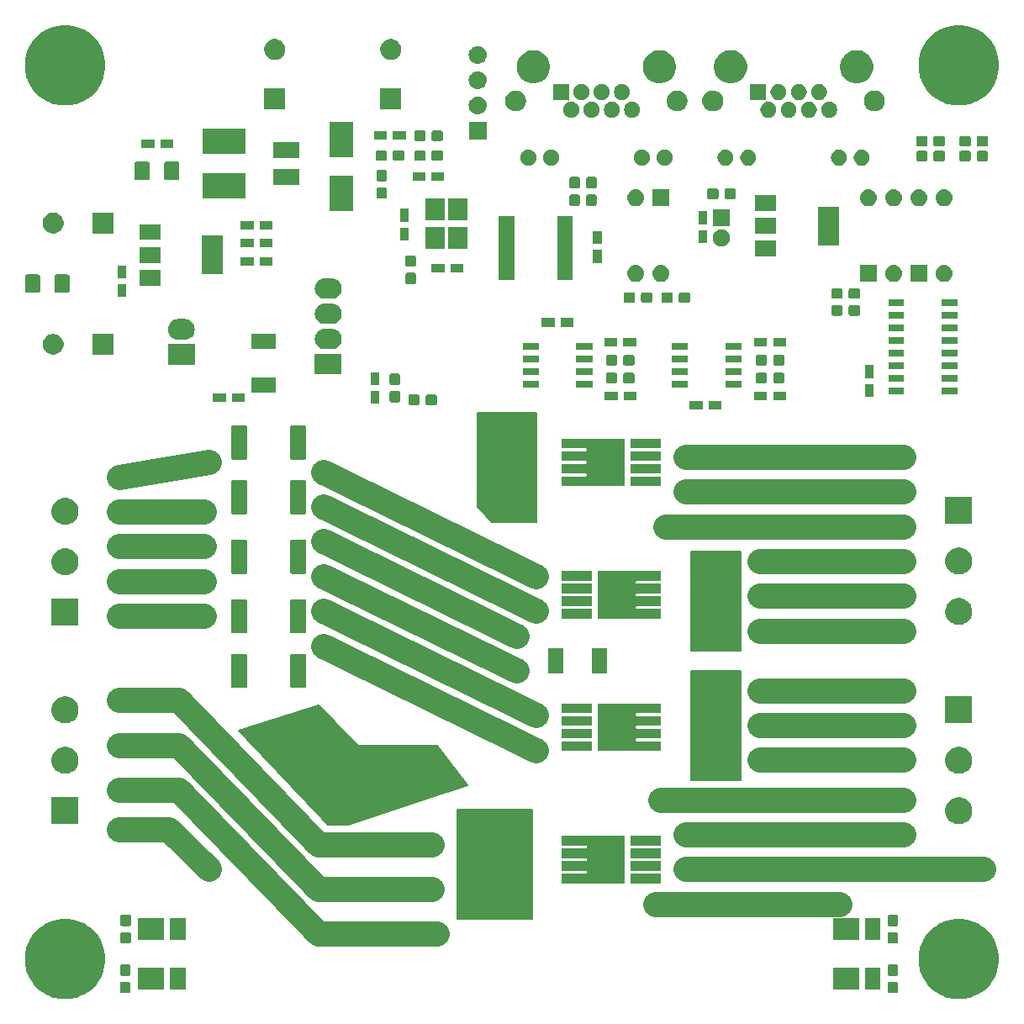
<source format=gbr>
G04 #@! TF.GenerationSoftware,KiCad,Pcbnew,(5.0.1)*
G04 #@! TF.CreationDate,2019-01-31T09:39:21+09:00*
G04 #@! TF.ProjectId,driver,6472697665722E6B696361645F706362,rev?*
G04 #@! TF.SameCoordinates,Original*
G04 #@! TF.FileFunction,Soldermask,Top*
G04 #@! TF.FilePolarity,Negative*
%FSLAX46Y46*%
G04 Gerber Fmt 4.6, Leading zero omitted, Abs format (unit mm)*
G04 Created by KiCad (PCBNEW (5.0.1)) date Thu Jan 31 09:39:21 2019*
%MOMM*%
%LPD*%
G01*
G04 APERTURE LIST*
%ADD10C,0.150000*%
%ADD11C,2.500000*%
%ADD12C,0.100000*%
G04 APERTURE END LIST*
D10*
G36*
X138000000Y-121000000D02*
X143000000Y-121000000D01*
X143000000Y-132000000D01*
X138000000Y-132000000D01*
X138000000Y-121000000D01*
G37*
X138000000Y-121000000D02*
X143000000Y-121000000D01*
X143000000Y-132000000D01*
X138000000Y-132000000D01*
X138000000Y-121000000D01*
G36*
X138000000Y-109000000D02*
X142500000Y-109000000D01*
X143000000Y-109000000D01*
X143000000Y-119000000D01*
X138000000Y-119000000D01*
X138000000Y-109000000D01*
G37*
X138000000Y-109000000D02*
X142500000Y-109000000D01*
X143000000Y-109000000D01*
X143000000Y-119000000D01*
X138000000Y-119000000D01*
X138000000Y-109000000D01*
G36*
X114500000Y-135000000D02*
X114500000Y-146000000D01*
X122000000Y-146000000D01*
X122000000Y-135000000D01*
X114500000Y-135000000D01*
G37*
X114500000Y-135000000D02*
X114500000Y-146000000D01*
X122000000Y-146000000D01*
X122000000Y-135000000D01*
X114500000Y-135000000D01*
D11*
X137500000Y-99500000D02*
X159500000Y-99500000D01*
X137500000Y-103000000D02*
X159500000Y-103000000D01*
X135500000Y-106500000D02*
X159500000Y-106500000D01*
X134500000Y-144500000D02*
X153000000Y-144500000D01*
X167500000Y-141000000D02*
X137500000Y-141000000D01*
X137500000Y-137500000D02*
X159500000Y-137500000D01*
X135000000Y-134000000D02*
X159500000Y-134000000D01*
X145000000Y-130000000D02*
X159500000Y-130000000D01*
X145000000Y-126500000D02*
X159500000Y-126500000D01*
X145000000Y-123000000D02*
X159500000Y-123000000D01*
X145000000Y-117000000D02*
X159500000Y-117000000D01*
X145000000Y-113500000D02*
X159500000Y-113500000D01*
X145000000Y-110000000D02*
X159500000Y-110000000D01*
D10*
G36*
X116500000Y-95000000D02*
X116500000Y-104500000D01*
X118000000Y-106000000D01*
X122500000Y-106000000D01*
X122500000Y-95000000D01*
X116500000Y-95000000D01*
G37*
X116500000Y-95000000D02*
X116500000Y-104500000D01*
X118000000Y-106000000D01*
X122500000Y-106000000D01*
X122500000Y-95000000D01*
X116500000Y-95000000D01*
G36*
X92500000Y-127000000D02*
X101500000Y-136500000D01*
X103500000Y-136500000D01*
X115500000Y-132500000D01*
X112500000Y-128500000D01*
X104500000Y-128500000D01*
X100500000Y-124500000D01*
X92500000Y-127000000D01*
G37*
X92500000Y-127000000D02*
X101500000Y-136500000D01*
X103500000Y-136500000D01*
X115500000Y-132500000D01*
X112500000Y-128500000D01*
X104500000Y-128500000D01*
X100500000Y-124500000D01*
X92500000Y-127000000D01*
D11*
X85500000Y-137000000D02*
X89500000Y-141000000D01*
X80500000Y-137000000D02*
X85500000Y-137000000D01*
X86500000Y-133000000D02*
X80500000Y-133000000D01*
X86500000Y-128500000D02*
X80500000Y-128500000D01*
X100500000Y-147500000D02*
X112500000Y-147500000D01*
X100500000Y-143000000D02*
X112000000Y-143000000D01*
X86500000Y-133000000D02*
X100500000Y-147500000D01*
X86500000Y-128500000D02*
X100500000Y-143000000D01*
X100500000Y-138500000D02*
X112000000Y-138500000D01*
X86500000Y-124000000D02*
X100500000Y-138500000D01*
X80500000Y-124000000D02*
X86500000Y-124000000D01*
X80500000Y-115500000D02*
X89000000Y-115500000D01*
X80500000Y-112000000D02*
X89000000Y-112000000D01*
X80500000Y-108500000D02*
X89000000Y-108500000D01*
X89500000Y-100000000D02*
X80500000Y-101500000D01*
X80500000Y-105000000D02*
X89000000Y-105000000D01*
X122500000Y-129000000D02*
X101000000Y-118500000D01*
X122500000Y-125500000D02*
X101000000Y-115000000D01*
X120500000Y-121000000D02*
X101000000Y-111500000D01*
X120500000Y-117500000D02*
X101000000Y-108000000D01*
X122500000Y-115000000D02*
X101000000Y-104500000D01*
X122500000Y-111500000D02*
X101000000Y-101000000D01*
D12*
G36*
X166181632Y-146104677D02*
X166613495Y-146283561D01*
X166918868Y-146410050D01*
X167354305Y-146701000D01*
X167582365Y-146853385D01*
X168146615Y-147417635D01*
X168146617Y-147417638D01*
X168589950Y-148081132D01*
X168634216Y-148188000D01*
X168895323Y-148818368D01*
X169051000Y-149601010D01*
X169051000Y-150398990D01*
X168895323Y-151181632D01*
X168731559Y-151576993D01*
X168589950Y-151918868D01*
X168257853Y-152415885D01*
X168146615Y-152582365D01*
X167582365Y-153146615D01*
X167582362Y-153146617D01*
X166918868Y-153589950D01*
X166613495Y-153716439D01*
X166181632Y-153895323D01*
X165398990Y-154051000D01*
X164601010Y-154051000D01*
X163818368Y-153895323D01*
X163386505Y-153716439D01*
X163081132Y-153589950D01*
X162417638Y-153146617D01*
X162417635Y-153146615D01*
X161853385Y-152582365D01*
X161742147Y-152415885D01*
X161410050Y-151918868D01*
X161268441Y-151576993D01*
X161104677Y-151181632D01*
X160949000Y-150398990D01*
X160949000Y-149601010D01*
X161104677Y-148818368D01*
X161365784Y-148188000D01*
X161410050Y-148081132D01*
X161853383Y-147417638D01*
X161853385Y-147417635D01*
X162417635Y-146853385D01*
X162645695Y-146701000D01*
X163081132Y-146410050D01*
X163386505Y-146283561D01*
X163818368Y-146104677D01*
X164601010Y-145949000D01*
X165398990Y-145949000D01*
X166181632Y-146104677D01*
X166181632Y-146104677D01*
G37*
G36*
X76181632Y-146104677D02*
X76613495Y-146283561D01*
X76918868Y-146410050D01*
X77354305Y-146701000D01*
X77582365Y-146853385D01*
X78146615Y-147417635D01*
X78146617Y-147417638D01*
X78589950Y-148081132D01*
X78634216Y-148188000D01*
X78895323Y-148818368D01*
X79051000Y-149601010D01*
X79051000Y-150398990D01*
X78895323Y-151181632D01*
X78731559Y-151576993D01*
X78589950Y-151918868D01*
X78257853Y-152415885D01*
X78146615Y-152582365D01*
X77582365Y-153146615D01*
X77582362Y-153146617D01*
X76918868Y-153589950D01*
X76613495Y-153716439D01*
X76181632Y-153895323D01*
X75398990Y-154051000D01*
X74601010Y-154051000D01*
X73818368Y-153895323D01*
X73386505Y-153716439D01*
X73081132Y-153589950D01*
X72417638Y-153146617D01*
X72417635Y-153146615D01*
X71853385Y-152582365D01*
X71742147Y-152415885D01*
X71410050Y-151918868D01*
X71268441Y-151576993D01*
X71104677Y-151181632D01*
X70949000Y-150398990D01*
X70949000Y-149601010D01*
X71104677Y-148818368D01*
X71365784Y-148188000D01*
X71410050Y-148081132D01*
X71853383Y-147417638D01*
X71853385Y-147417635D01*
X72417635Y-146853385D01*
X72645695Y-146701000D01*
X73081132Y-146410050D01*
X73386505Y-146283561D01*
X73818368Y-146104677D01*
X74601010Y-145949000D01*
X75398990Y-145949000D01*
X76181632Y-146104677D01*
X76181632Y-146104677D01*
G37*
G36*
X158714499Y-152303445D02*
X158751993Y-152314819D01*
X158786557Y-152333294D01*
X158816847Y-152358153D01*
X158841706Y-152388443D01*
X158860181Y-152423007D01*
X158871555Y-152460501D01*
X158876000Y-152505638D01*
X158876000Y-153244362D01*
X158871555Y-153289499D01*
X158860181Y-153326993D01*
X158841706Y-153361557D01*
X158816847Y-153391847D01*
X158786557Y-153416706D01*
X158751993Y-153435181D01*
X158714499Y-153446555D01*
X158669362Y-153451000D01*
X158030638Y-153451000D01*
X157985501Y-153446555D01*
X157948007Y-153435181D01*
X157913443Y-153416706D01*
X157883153Y-153391847D01*
X157858294Y-153361557D01*
X157839819Y-153326993D01*
X157828445Y-153289499D01*
X157824000Y-153244362D01*
X157824000Y-152505638D01*
X157828445Y-152460501D01*
X157839819Y-152423007D01*
X157858294Y-152388443D01*
X157883153Y-152358153D01*
X157913443Y-152333294D01*
X157948007Y-152314819D01*
X157985501Y-152303445D01*
X158030638Y-152299000D01*
X158669362Y-152299000D01*
X158714499Y-152303445D01*
X158714499Y-152303445D01*
G37*
G36*
X81414499Y-152303445D02*
X81451993Y-152314819D01*
X81486557Y-152333294D01*
X81516847Y-152358153D01*
X81541706Y-152388443D01*
X81560181Y-152423007D01*
X81571555Y-152460501D01*
X81576000Y-152505638D01*
X81576000Y-153244362D01*
X81571555Y-153289499D01*
X81560181Y-153326993D01*
X81541706Y-153361557D01*
X81516847Y-153391847D01*
X81486557Y-153416706D01*
X81451993Y-153435181D01*
X81414499Y-153446555D01*
X81369362Y-153451000D01*
X80730638Y-153451000D01*
X80685501Y-153446555D01*
X80648007Y-153435181D01*
X80613443Y-153416706D01*
X80583153Y-153391847D01*
X80558294Y-153361557D01*
X80539819Y-153326993D01*
X80528445Y-153289499D01*
X80524000Y-153244362D01*
X80524000Y-152505638D01*
X80528445Y-152460501D01*
X80539819Y-152423007D01*
X80558294Y-152388443D01*
X80583153Y-152358153D01*
X80613443Y-152333294D01*
X80648007Y-152314819D01*
X80685501Y-152303445D01*
X80730638Y-152299000D01*
X81369362Y-152299000D01*
X81414499Y-152303445D01*
X81414499Y-152303445D01*
G37*
G36*
X154971000Y-153101000D02*
X152369000Y-153101000D01*
X152369000Y-150899000D01*
X154971000Y-150899000D01*
X154971000Y-153101000D01*
X154971000Y-153101000D01*
G37*
G36*
X87131000Y-153101000D02*
X85529000Y-153101000D01*
X85529000Y-150899000D01*
X87131000Y-150899000D01*
X87131000Y-153101000D01*
X87131000Y-153101000D01*
G37*
G36*
X84971000Y-153101000D02*
X82369000Y-153101000D01*
X82369000Y-150899000D01*
X84971000Y-150899000D01*
X84971000Y-153101000D01*
X84971000Y-153101000D01*
G37*
G36*
X157131000Y-153101000D02*
X155529000Y-153101000D01*
X155529000Y-150899000D01*
X157131000Y-150899000D01*
X157131000Y-153101000D01*
X157131000Y-153101000D01*
G37*
G36*
X158714499Y-150553445D02*
X158751993Y-150564819D01*
X158786557Y-150583294D01*
X158816847Y-150608153D01*
X158841706Y-150638443D01*
X158860181Y-150673007D01*
X158871555Y-150710501D01*
X158876000Y-150755638D01*
X158876000Y-151494362D01*
X158871555Y-151539499D01*
X158860181Y-151576993D01*
X158841706Y-151611557D01*
X158816847Y-151641847D01*
X158786557Y-151666706D01*
X158751993Y-151685181D01*
X158714499Y-151696555D01*
X158669362Y-151701000D01*
X158030638Y-151701000D01*
X157985501Y-151696555D01*
X157948007Y-151685181D01*
X157913443Y-151666706D01*
X157883153Y-151641847D01*
X157858294Y-151611557D01*
X157839819Y-151576993D01*
X157828445Y-151539499D01*
X157824000Y-151494362D01*
X157824000Y-150755638D01*
X157828445Y-150710501D01*
X157839819Y-150673007D01*
X157858294Y-150638443D01*
X157883153Y-150608153D01*
X157913443Y-150583294D01*
X157948007Y-150564819D01*
X157985501Y-150553445D01*
X158030638Y-150549000D01*
X158669362Y-150549000D01*
X158714499Y-150553445D01*
X158714499Y-150553445D01*
G37*
G36*
X81414499Y-150553445D02*
X81451993Y-150564819D01*
X81486557Y-150583294D01*
X81516847Y-150608153D01*
X81541706Y-150638443D01*
X81560181Y-150673007D01*
X81571555Y-150710501D01*
X81576000Y-150755638D01*
X81576000Y-151494362D01*
X81571555Y-151539499D01*
X81560181Y-151576993D01*
X81541706Y-151611557D01*
X81516847Y-151641847D01*
X81486557Y-151666706D01*
X81451993Y-151685181D01*
X81414499Y-151696555D01*
X81369362Y-151701000D01*
X80730638Y-151701000D01*
X80685501Y-151696555D01*
X80648007Y-151685181D01*
X80613443Y-151666706D01*
X80583153Y-151641847D01*
X80558294Y-151611557D01*
X80539819Y-151576993D01*
X80528445Y-151539499D01*
X80524000Y-151494362D01*
X80524000Y-150755638D01*
X80528445Y-150710501D01*
X80539819Y-150673007D01*
X80558294Y-150638443D01*
X80583153Y-150608153D01*
X80613443Y-150583294D01*
X80648007Y-150564819D01*
X80685501Y-150553445D01*
X80730638Y-150549000D01*
X81369362Y-150549000D01*
X81414499Y-150553445D01*
X81414499Y-150553445D01*
G37*
G36*
X158714499Y-147303445D02*
X158751993Y-147314819D01*
X158786557Y-147333294D01*
X158816847Y-147358153D01*
X158841706Y-147388443D01*
X158860181Y-147423007D01*
X158871555Y-147460501D01*
X158876000Y-147505638D01*
X158876000Y-148244362D01*
X158871555Y-148289499D01*
X158860181Y-148326993D01*
X158841706Y-148361557D01*
X158816847Y-148391847D01*
X158786557Y-148416706D01*
X158751993Y-148435181D01*
X158714499Y-148446555D01*
X158669362Y-148451000D01*
X158030638Y-148451000D01*
X157985501Y-148446555D01*
X157948007Y-148435181D01*
X157913443Y-148416706D01*
X157883153Y-148391847D01*
X157858294Y-148361557D01*
X157839819Y-148326993D01*
X157828445Y-148289499D01*
X157824000Y-148244362D01*
X157824000Y-147505638D01*
X157828445Y-147460501D01*
X157839819Y-147423007D01*
X157858294Y-147388443D01*
X157883153Y-147358153D01*
X157913443Y-147333294D01*
X157948007Y-147314819D01*
X157985501Y-147303445D01*
X158030638Y-147299000D01*
X158669362Y-147299000D01*
X158714499Y-147303445D01*
X158714499Y-147303445D01*
G37*
G36*
X81464499Y-147303445D02*
X81501993Y-147314819D01*
X81536557Y-147333294D01*
X81566847Y-147358153D01*
X81591706Y-147388443D01*
X81610181Y-147423007D01*
X81621555Y-147460501D01*
X81626000Y-147505638D01*
X81626000Y-148244362D01*
X81621555Y-148289499D01*
X81610181Y-148326993D01*
X81591706Y-148361557D01*
X81566847Y-148391847D01*
X81536557Y-148416706D01*
X81501993Y-148435181D01*
X81464499Y-148446555D01*
X81419362Y-148451000D01*
X80780638Y-148451000D01*
X80735501Y-148446555D01*
X80698007Y-148435181D01*
X80663443Y-148416706D01*
X80633153Y-148391847D01*
X80608294Y-148361557D01*
X80589819Y-148326993D01*
X80578445Y-148289499D01*
X80574000Y-148244362D01*
X80574000Y-147505638D01*
X80578445Y-147460501D01*
X80589819Y-147423007D01*
X80608294Y-147388443D01*
X80633153Y-147358153D01*
X80663443Y-147333294D01*
X80698007Y-147314819D01*
X80735501Y-147303445D01*
X80780638Y-147299000D01*
X81419362Y-147299000D01*
X81464499Y-147303445D01*
X81464499Y-147303445D01*
G37*
G36*
X157131000Y-148101000D02*
X155529000Y-148101000D01*
X155529000Y-145899000D01*
X157131000Y-145899000D01*
X157131000Y-148101000D01*
X157131000Y-148101000D01*
G37*
G36*
X154971000Y-148101000D02*
X152369000Y-148101000D01*
X152369000Y-145899000D01*
X154971000Y-145899000D01*
X154971000Y-148101000D01*
X154971000Y-148101000D01*
G37*
G36*
X84971000Y-148101000D02*
X82369000Y-148101000D01*
X82369000Y-145899000D01*
X84971000Y-145899000D01*
X84971000Y-148101000D01*
X84971000Y-148101000D01*
G37*
G36*
X87131000Y-148101000D02*
X85529000Y-148101000D01*
X85529000Y-145899000D01*
X87131000Y-145899000D01*
X87131000Y-148101000D01*
X87131000Y-148101000D01*
G37*
G36*
X158714499Y-145553445D02*
X158751993Y-145564819D01*
X158786557Y-145583294D01*
X158816847Y-145608153D01*
X158841706Y-145638443D01*
X158860181Y-145673007D01*
X158871555Y-145710501D01*
X158876000Y-145755638D01*
X158876000Y-146494362D01*
X158871555Y-146539499D01*
X158860181Y-146576993D01*
X158841706Y-146611557D01*
X158816847Y-146641847D01*
X158786557Y-146666706D01*
X158751993Y-146685181D01*
X158714499Y-146696555D01*
X158669362Y-146701000D01*
X158030638Y-146701000D01*
X157985501Y-146696555D01*
X157948007Y-146685181D01*
X157913443Y-146666706D01*
X157883153Y-146641847D01*
X157858294Y-146611557D01*
X157839819Y-146576993D01*
X157828445Y-146539499D01*
X157824000Y-146494362D01*
X157824000Y-145755638D01*
X157828445Y-145710501D01*
X157839819Y-145673007D01*
X157858294Y-145638443D01*
X157883153Y-145608153D01*
X157913443Y-145583294D01*
X157948007Y-145564819D01*
X157985501Y-145553445D01*
X158030638Y-145549000D01*
X158669362Y-145549000D01*
X158714499Y-145553445D01*
X158714499Y-145553445D01*
G37*
G36*
X81464499Y-145553445D02*
X81501993Y-145564819D01*
X81536557Y-145583294D01*
X81566847Y-145608153D01*
X81591706Y-145638443D01*
X81610181Y-145673007D01*
X81621555Y-145710501D01*
X81626000Y-145755638D01*
X81626000Y-146494362D01*
X81621555Y-146539499D01*
X81610181Y-146576993D01*
X81591706Y-146611557D01*
X81566847Y-146641847D01*
X81536557Y-146666706D01*
X81501993Y-146685181D01*
X81464499Y-146696555D01*
X81419362Y-146701000D01*
X80780638Y-146701000D01*
X80735501Y-146696555D01*
X80698007Y-146685181D01*
X80663443Y-146666706D01*
X80633153Y-146641847D01*
X80608294Y-146611557D01*
X80589819Y-146576993D01*
X80578445Y-146539499D01*
X80574000Y-146494362D01*
X80574000Y-145755638D01*
X80578445Y-145710501D01*
X80589819Y-145673007D01*
X80608294Y-145638443D01*
X80633153Y-145608153D01*
X80663443Y-145583294D01*
X80698007Y-145564819D01*
X80735501Y-145553445D01*
X80780638Y-145549000D01*
X81419362Y-145549000D01*
X81464499Y-145553445D01*
X81464499Y-145553445D01*
G37*
G36*
X131376000Y-142401000D02*
X127466452Y-142401000D01*
X127446835Y-142390515D01*
X127423386Y-142383402D01*
X127399000Y-142381000D01*
X124974000Y-142381000D01*
X124974000Y-141429000D01*
X127399000Y-141429000D01*
X127423386Y-141426598D01*
X127446835Y-141419485D01*
X127468446Y-141407934D01*
X127487388Y-141392388D01*
X127502934Y-141373446D01*
X127514485Y-141351835D01*
X127521598Y-141328386D01*
X127524000Y-141304000D01*
X127524000Y-141236000D01*
X127521598Y-141211614D01*
X127514485Y-141188165D01*
X127502934Y-141166554D01*
X127487388Y-141147612D01*
X127468446Y-141132066D01*
X127446835Y-141120515D01*
X127423386Y-141113402D01*
X127399000Y-141111000D01*
X124974000Y-141111000D01*
X124974000Y-140159000D01*
X127399000Y-140159000D01*
X127423386Y-140156598D01*
X127446835Y-140149485D01*
X127468446Y-140137934D01*
X127487388Y-140122388D01*
X127502934Y-140103446D01*
X127514485Y-140081835D01*
X127521598Y-140058386D01*
X127524000Y-140034000D01*
X127524000Y-139966000D01*
X127521598Y-139941614D01*
X127514485Y-139918165D01*
X127502934Y-139896554D01*
X127487388Y-139877612D01*
X127468446Y-139862066D01*
X127446835Y-139850515D01*
X127423386Y-139843402D01*
X127399000Y-139841000D01*
X124974000Y-139841000D01*
X124974000Y-138889000D01*
X127399000Y-138889000D01*
X127423386Y-138886598D01*
X127446835Y-138879485D01*
X127468446Y-138867934D01*
X127487388Y-138852388D01*
X127502934Y-138833446D01*
X127514485Y-138811835D01*
X127521598Y-138788386D01*
X127524000Y-138764000D01*
X127524000Y-138696000D01*
X127521598Y-138671614D01*
X127514485Y-138648165D01*
X127502934Y-138626554D01*
X127487388Y-138607612D01*
X127468446Y-138592066D01*
X127446835Y-138580515D01*
X127423386Y-138573402D01*
X127399000Y-138571000D01*
X124974000Y-138571000D01*
X124974000Y-137619000D01*
X127399000Y-137619000D01*
X127423386Y-137616598D01*
X127446835Y-137609485D01*
X127466452Y-137599000D01*
X131376000Y-137599000D01*
X131376000Y-142401000D01*
X131376000Y-142401000D01*
G37*
G36*
X135026000Y-142381000D02*
X131974000Y-142381000D01*
X131974000Y-141429000D01*
X135026000Y-141429000D01*
X135026000Y-142381000D01*
X135026000Y-142381000D01*
G37*
G36*
X135026000Y-141111000D02*
X131974000Y-141111000D01*
X131974000Y-140159000D01*
X135026000Y-140159000D01*
X135026000Y-141111000D01*
X135026000Y-141111000D01*
G37*
G36*
X135026000Y-139841000D02*
X131974000Y-139841000D01*
X131974000Y-138889000D01*
X135026000Y-138889000D01*
X135026000Y-139841000D01*
X135026000Y-139841000D01*
G37*
G36*
X135026000Y-138571000D02*
X131974000Y-138571000D01*
X131974000Y-137619000D01*
X135026000Y-137619000D01*
X135026000Y-138571000D01*
X135026000Y-138571000D01*
G37*
G36*
X165263567Y-133754959D02*
X165394072Y-133780918D01*
X165639939Y-133882759D01*
X165860464Y-134030110D01*
X165861215Y-134030612D01*
X166049388Y-134218785D01*
X166049390Y-134218788D01*
X166197241Y-134440061D01*
X166299082Y-134685928D01*
X166351000Y-134946938D01*
X166351000Y-135213062D01*
X166299082Y-135474072D01*
X166197241Y-135719939D01*
X166049890Y-135940464D01*
X166049388Y-135941215D01*
X165861215Y-136129388D01*
X165861212Y-136129390D01*
X165639939Y-136277241D01*
X165394072Y-136379082D01*
X165263567Y-136405041D01*
X165133063Y-136431000D01*
X164866937Y-136431000D01*
X164736433Y-136405041D01*
X164605928Y-136379082D01*
X164360061Y-136277241D01*
X164138788Y-136129390D01*
X164138785Y-136129388D01*
X163950612Y-135941215D01*
X163950110Y-135940464D01*
X163802759Y-135719939D01*
X163700918Y-135474072D01*
X163649000Y-135213062D01*
X163649000Y-134946938D01*
X163700918Y-134685928D01*
X163802759Y-134440061D01*
X163950610Y-134218788D01*
X163950612Y-134218785D01*
X164138785Y-134030612D01*
X164139536Y-134030110D01*
X164360061Y-133882759D01*
X164605928Y-133780918D01*
X164736433Y-133754959D01*
X164866937Y-133729000D01*
X165133063Y-133729000D01*
X165263567Y-133754959D01*
X165263567Y-133754959D01*
G37*
G36*
X76351000Y-136431000D02*
X73649000Y-136431000D01*
X73649000Y-133729000D01*
X76351000Y-133729000D01*
X76351000Y-136431000D01*
X76351000Y-136431000D01*
G37*
G36*
X75263567Y-128674959D02*
X75394072Y-128700918D01*
X75639939Y-128802759D01*
X75860464Y-128950110D01*
X75861215Y-128950612D01*
X76049388Y-129138785D01*
X76049390Y-129138788D01*
X76197241Y-129360061D01*
X76299082Y-129605928D01*
X76351000Y-129866938D01*
X76351000Y-130133062D01*
X76299082Y-130394072D01*
X76197241Y-130639939D01*
X76049890Y-130860464D01*
X76049388Y-130861215D01*
X75861215Y-131049388D01*
X75861212Y-131049390D01*
X75639939Y-131197241D01*
X75394072Y-131299082D01*
X75263567Y-131325041D01*
X75133063Y-131351000D01*
X74866937Y-131351000D01*
X74736433Y-131325041D01*
X74605928Y-131299082D01*
X74360061Y-131197241D01*
X74138788Y-131049390D01*
X74138785Y-131049388D01*
X73950612Y-130861215D01*
X73950110Y-130860464D01*
X73802759Y-130639939D01*
X73700918Y-130394072D01*
X73649000Y-130133062D01*
X73649000Y-129866938D01*
X73700918Y-129605928D01*
X73802759Y-129360061D01*
X73950610Y-129138788D01*
X73950612Y-129138785D01*
X74138785Y-128950612D01*
X74139536Y-128950110D01*
X74360061Y-128802759D01*
X74605928Y-128700918D01*
X74736433Y-128674959D01*
X74866937Y-128649000D01*
X75133063Y-128649000D01*
X75263567Y-128674959D01*
X75263567Y-128674959D01*
G37*
G36*
X165263567Y-128674959D02*
X165394072Y-128700918D01*
X165639939Y-128802759D01*
X165860464Y-128950110D01*
X165861215Y-128950612D01*
X166049388Y-129138785D01*
X166049390Y-129138788D01*
X166197241Y-129360061D01*
X166299082Y-129605928D01*
X166351000Y-129866938D01*
X166351000Y-130133062D01*
X166299082Y-130394072D01*
X166197241Y-130639939D01*
X166049890Y-130860464D01*
X166049388Y-130861215D01*
X165861215Y-131049388D01*
X165861212Y-131049390D01*
X165639939Y-131197241D01*
X165394072Y-131299082D01*
X165263567Y-131325041D01*
X165133063Y-131351000D01*
X164866937Y-131351000D01*
X164736433Y-131325041D01*
X164605928Y-131299082D01*
X164360061Y-131197241D01*
X164138788Y-131049390D01*
X164138785Y-131049388D01*
X163950612Y-130861215D01*
X163950110Y-130860464D01*
X163802759Y-130639939D01*
X163700918Y-130394072D01*
X163649000Y-130133062D01*
X163649000Y-129866938D01*
X163700918Y-129605928D01*
X163802759Y-129360061D01*
X163950610Y-129138788D01*
X163950612Y-129138785D01*
X164138785Y-128950612D01*
X164139536Y-128950110D01*
X164360061Y-128802759D01*
X164605928Y-128700918D01*
X164736433Y-128674959D01*
X164866937Y-128649000D01*
X165133063Y-128649000D01*
X165263567Y-128674959D01*
X165263567Y-128674959D01*
G37*
G36*
X132553165Y-124276185D02*
X132576614Y-124283298D01*
X132601000Y-124285700D01*
X135026000Y-124285700D01*
X135026000Y-125237700D01*
X132601000Y-125237700D01*
X132576614Y-125240102D01*
X132553165Y-125247215D01*
X132531554Y-125258766D01*
X132512612Y-125274312D01*
X132497066Y-125293254D01*
X132485515Y-125314865D01*
X132478402Y-125338314D01*
X132476000Y-125362700D01*
X132476000Y-125430700D01*
X132478402Y-125455086D01*
X132485515Y-125478535D01*
X132497066Y-125500146D01*
X132512612Y-125519088D01*
X132531554Y-125534634D01*
X132553165Y-125546185D01*
X132576614Y-125553298D01*
X132601000Y-125555700D01*
X135026000Y-125555700D01*
X135026000Y-126507700D01*
X132601000Y-126507700D01*
X132576614Y-126510102D01*
X132553165Y-126517215D01*
X132531554Y-126528766D01*
X132512612Y-126544312D01*
X132497066Y-126563254D01*
X132485515Y-126584865D01*
X132478402Y-126608314D01*
X132476000Y-126632700D01*
X132476000Y-126700700D01*
X132478402Y-126725086D01*
X132485515Y-126748535D01*
X132497066Y-126770146D01*
X132512612Y-126789088D01*
X132531554Y-126804634D01*
X132553165Y-126816185D01*
X132576614Y-126823298D01*
X132601000Y-126825700D01*
X135026000Y-126825700D01*
X135026000Y-127777700D01*
X132601000Y-127777700D01*
X132576614Y-127780102D01*
X132553165Y-127787215D01*
X132531554Y-127798766D01*
X132512612Y-127814312D01*
X132497066Y-127833254D01*
X132485515Y-127854865D01*
X132478402Y-127878314D01*
X132476000Y-127902700D01*
X132476000Y-127970700D01*
X132478402Y-127995086D01*
X132485515Y-128018535D01*
X132497066Y-128040146D01*
X132512612Y-128059088D01*
X132531554Y-128074634D01*
X132553165Y-128086185D01*
X132576614Y-128093298D01*
X132601000Y-128095700D01*
X135026000Y-128095700D01*
X135026000Y-129047700D01*
X132601000Y-129047700D01*
X132576614Y-129050102D01*
X132553165Y-129057215D01*
X132533548Y-129067700D01*
X128624000Y-129067700D01*
X128624000Y-124265700D01*
X132533548Y-124265700D01*
X132553165Y-124276185D01*
X132553165Y-124276185D01*
G37*
G36*
X128026000Y-129047700D02*
X124974000Y-129047700D01*
X124974000Y-128095700D01*
X128026000Y-128095700D01*
X128026000Y-129047700D01*
X128026000Y-129047700D01*
G37*
G36*
X128026000Y-127777700D02*
X124974000Y-127777700D01*
X124974000Y-126825700D01*
X128026000Y-126825700D01*
X128026000Y-127777700D01*
X128026000Y-127777700D01*
G37*
G36*
X128026000Y-126507700D02*
X124974000Y-126507700D01*
X124974000Y-125555700D01*
X128026000Y-125555700D01*
X128026000Y-126507700D01*
X128026000Y-126507700D01*
G37*
G36*
X166351000Y-126271000D02*
X163649000Y-126271000D01*
X163649000Y-123569000D01*
X166351000Y-123569000D01*
X166351000Y-126271000D01*
X166351000Y-126271000D01*
G37*
G36*
X75263567Y-123594959D02*
X75394072Y-123620918D01*
X75639939Y-123722759D01*
X75860464Y-123870110D01*
X75861215Y-123870612D01*
X76049388Y-124058785D01*
X76049390Y-124058788D01*
X76197241Y-124280061D01*
X76299082Y-124525928D01*
X76351000Y-124786938D01*
X76351000Y-125053062D01*
X76299082Y-125314072D01*
X76197241Y-125559939D01*
X76049890Y-125780464D01*
X76049388Y-125781215D01*
X75861215Y-125969388D01*
X75861212Y-125969390D01*
X75639939Y-126117241D01*
X75394072Y-126219082D01*
X75263567Y-126245041D01*
X75133063Y-126271000D01*
X74866937Y-126271000D01*
X74736433Y-126245041D01*
X74605928Y-126219082D01*
X74360061Y-126117241D01*
X74138788Y-125969390D01*
X74138785Y-125969388D01*
X73950612Y-125781215D01*
X73950110Y-125780464D01*
X73802759Y-125559939D01*
X73700918Y-125314072D01*
X73649000Y-125053062D01*
X73649000Y-124786938D01*
X73700918Y-124525928D01*
X73802759Y-124280061D01*
X73950610Y-124058788D01*
X73950612Y-124058785D01*
X74138785Y-123870612D01*
X74139536Y-123870110D01*
X74360061Y-123722759D01*
X74605928Y-123620918D01*
X74736433Y-123594959D01*
X74866937Y-123569000D01*
X75133063Y-123569000D01*
X75263567Y-123594959D01*
X75263567Y-123594959D01*
G37*
G36*
X128026000Y-125237700D02*
X124974000Y-125237700D01*
X124974000Y-124285700D01*
X128026000Y-124285700D01*
X128026000Y-125237700D01*
X128026000Y-125237700D01*
G37*
G36*
X99153821Y-119278103D02*
X99187982Y-119288466D01*
X99219464Y-119305293D01*
X99247060Y-119327940D01*
X99269707Y-119355536D01*
X99286534Y-119387018D01*
X99296897Y-119421179D01*
X99301000Y-119462842D01*
X99301000Y-122537158D01*
X99296897Y-122578821D01*
X99286534Y-122612982D01*
X99269707Y-122644464D01*
X99247060Y-122672060D01*
X99219464Y-122694707D01*
X99187982Y-122711534D01*
X99153821Y-122721897D01*
X99112158Y-122726000D01*
X97862842Y-122726000D01*
X97821179Y-122721897D01*
X97787018Y-122711534D01*
X97755536Y-122694707D01*
X97727940Y-122672060D01*
X97705293Y-122644464D01*
X97688466Y-122612982D01*
X97678103Y-122578821D01*
X97674000Y-122537158D01*
X97674000Y-119462842D01*
X97678103Y-119421179D01*
X97688466Y-119387018D01*
X97705293Y-119355536D01*
X97727940Y-119327940D01*
X97755536Y-119305293D01*
X97787018Y-119288466D01*
X97821179Y-119278103D01*
X97862842Y-119274000D01*
X99112158Y-119274000D01*
X99153821Y-119278103D01*
X99153821Y-119278103D01*
G37*
G36*
X93178821Y-119278103D02*
X93212982Y-119288466D01*
X93244464Y-119305293D01*
X93272060Y-119327940D01*
X93294707Y-119355536D01*
X93311534Y-119387018D01*
X93321897Y-119421179D01*
X93326000Y-119462842D01*
X93326000Y-122537158D01*
X93321897Y-122578821D01*
X93311534Y-122612982D01*
X93294707Y-122644464D01*
X93272060Y-122672060D01*
X93244464Y-122694707D01*
X93212982Y-122711534D01*
X93178821Y-122721897D01*
X93137158Y-122726000D01*
X91887842Y-122726000D01*
X91846179Y-122721897D01*
X91812018Y-122711534D01*
X91780536Y-122694707D01*
X91752940Y-122672060D01*
X91730293Y-122644464D01*
X91713466Y-122612982D01*
X91703103Y-122578821D01*
X91699000Y-122537158D01*
X91699000Y-119462842D01*
X91703103Y-119421179D01*
X91713466Y-119387018D01*
X91730293Y-119355536D01*
X91752940Y-119327940D01*
X91780536Y-119305293D01*
X91812018Y-119288466D01*
X91846179Y-119278103D01*
X91887842Y-119274000D01*
X93137158Y-119274000D01*
X93178821Y-119278103D01*
X93178821Y-119278103D01*
G37*
G36*
X125176000Y-121250950D02*
X123624000Y-121250950D01*
X123624000Y-118748950D01*
X125176000Y-118748950D01*
X125176000Y-121250950D01*
X125176000Y-121250950D01*
G37*
G36*
X129576000Y-121250950D02*
X128024000Y-121250950D01*
X128024000Y-118748950D01*
X129576000Y-118748950D01*
X129576000Y-121250950D01*
X129576000Y-121250950D01*
G37*
G36*
X93178821Y-113778103D02*
X93212982Y-113788466D01*
X93244464Y-113805293D01*
X93272060Y-113827940D01*
X93294707Y-113855536D01*
X93311534Y-113887018D01*
X93321897Y-113921179D01*
X93326000Y-113962842D01*
X93326000Y-117037158D01*
X93321897Y-117078821D01*
X93311534Y-117112982D01*
X93294707Y-117144464D01*
X93272060Y-117172060D01*
X93244464Y-117194707D01*
X93212982Y-117211534D01*
X93178821Y-117221897D01*
X93137158Y-117226000D01*
X91887842Y-117226000D01*
X91846179Y-117221897D01*
X91812018Y-117211534D01*
X91780536Y-117194707D01*
X91752940Y-117172060D01*
X91730293Y-117144464D01*
X91713466Y-117112982D01*
X91703103Y-117078821D01*
X91699000Y-117037158D01*
X91699000Y-113962842D01*
X91703103Y-113921179D01*
X91713466Y-113887018D01*
X91730293Y-113855536D01*
X91752940Y-113827940D01*
X91780536Y-113805293D01*
X91812018Y-113788466D01*
X91846179Y-113778103D01*
X91887842Y-113774000D01*
X93137158Y-113774000D01*
X93178821Y-113778103D01*
X93178821Y-113778103D01*
G37*
G36*
X99153821Y-113778103D02*
X99187982Y-113788466D01*
X99219464Y-113805293D01*
X99247060Y-113827940D01*
X99269707Y-113855536D01*
X99286534Y-113887018D01*
X99296897Y-113921179D01*
X99301000Y-113962842D01*
X99301000Y-117037158D01*
X99296897Y-117078821D01*
X99286534Y-117112982D01*
X99269707Y-117144464D01*
X99247060Y-117172060D01*
X99219464Y-117194707D01*
X99187982Y-117211534D01*
X99153821Y-117221897D01*
X99112158Y-117226000D01*
X97862842Y-117226000D01*
X97821179Y-117221897D01*
X97787018Y-117211534D01*
X97755536Y-117194707D01*
X97727940Y-117172060D01*
X97705293Y-117144464D01*
X97688466Y-117112982D01*
X97678103Y-117078821D01*
X97674000Y-117037158D01*
X97674000Y-113962842D01*
X97678103Y-113921179D01*
X97688466Y-113887018D01*
X97705293Y-113855536D01*
X97727940Y-113827940D01*
X97755536Y-113805293D01*
X97787018Y-113788466D01*
X97821179Y-113778103D01*
X97862842Y-113774000D01*
X99112158Y-113774000D01*
X99153821Y-113778103D01*
X99153821Y-113778103D01*
G37*
G36*
X76351000Y-116431000D02*
X73649000Y-116431000D01*
X73649000Y-113729000D01*
X76351000Y-113729000D01*
X76351000Y-116431000D01*
X76351000Y-116431000D01*
G37*
G36*
X165263567Y-113674959D02*
X165394072Y-113700918D01*
X165639939Y-113802759D01*
X165843314Y-113938651D01*
X165861215Y-113950612D01*
X166049388Y-114138785D01*
X166049390Y-114138788D01*
X166197241Y-114360061D01*
X166264096Y-114521465D01*
X166299082Y-114605929D01*
X166329709Y-114759898D01*
X166351000Y-114866938D01*
X166351000Y-115133062D01*
X166299082Y-115394072D01*
X166197241Y-115639939D01*
X166049890Y-115860464D01*
X166049388Y-115861215D01*
X165861215Y-116049388D01*
X165861212Y-116049390D01*
X165639939Y-116197241D01*
X165394072Y-116299082D01*
X165263567Y-116325041D01*
X165133063Y-116351000D01*
X164866937Y-116351000D01*
X164736433Y-116325041D01*
X164605928Y-116299082D01*
X164360061Y-116197241D01*
X164138788Y-116049390D01*
X164138785Y-116049388D01*
X163950612Y-115861215D01*
X163950110Y-115860464D01*
X163802759Y-115639939D01*
X163700918Y-115394072D01*
X163649000Y-115133062D01*
X163649000Y-114866938D01*
X163670292Y-114759898D01*
X163700918Y-114605929D01*
X163735904Y-114521465D01*
X163802759Y-114360061D01*
X163950610Y-114138788D01*
X163950612Y-114138785D01*
X164138785Y-113950612D01*
X164156686Y-113938651D01*
X164360061Y-113802759D01*
X164605928Y-113700918D01*
X164736433Y-113674959D01*
X164866937Y-113649000D01*
X165133063Y-113649000D01*
X165263567Y-113674959D01*
X165263567Y-113674959D01*
G37*
G36*
X132553165Y-110942785D02*
X132576614Y-110949898D01*
X132601000Y-110952300D01*
X135026000Y-110952300D01*
X135026000Y-111904300D01*
X132601000Y-111904300D01*
X132576614Y-111906702D01*
X132553165Y-111913815D01*
X132531554Y-111925366D01*
X132512612Y-111940912D01*
X132497066Y-111959854D01*
X132485515Y-111981465D01*
X132478402Y-112004914D01*
X132476000Y-112029300D01*
X132476000Y-112097300D01*
X132478402Y-112121686D01*
X132485515Y-112145135D01*
X132497066Y-112166746D01*
X132512612Y-112185688D01*
X132531554Y-112201234D01*
X132553165Y-112212785D01*
X132576614Y-112219898D01*
X132601000Y-112222300D01*
X135026000Y-112222300D01*
X135026000Y-113174300D01*
X132601000Y-113174300D01*
X132576614Y-113176702D01*
X132553165Y-113183815D01*
X132531554Y-113195366D01*
X132512612Y-113210912D01*
X132497066Y-113229854D01*
X132485515Y-113251465D01*
X132478402Y-113274914D01*
X132476000Y-113299300D01*
X132476000Y-113367300D01*
X132478402Y-113391686D01*
X132485515Y-113415135D01*
X132497066Y-113436746D01*
X132512612Y-113455688D01*
X132531554Y-113471234D01*
X132553165Y-113482785D01*
X132576614Y-113489898D01*
X132601000Y-113492300D01*
X135026000Y-113492300D01*
X135026000Y-114444300D01*
X132601000Y-114444300D01*
X132576614Y-114446702D01*
X132553165Y-114453815D01*
X132531554Y-114465366D01*
X132512612Y-114480912D01*
X132497066Y-114499854D01*
X132485515Y-114521465D01*
X132478402Y-114544914D01*
X132476000Y-114569300D01*
X132476000Y-114637300D01*
X132478402Y-114661686D01*
X132485515Y-114685135D01*
X132497066Y-114706746D01*
X132512612Y-114725688D01*
X132531554Y-114741234D01*
X132553165Y-114752785D01*
X132576614Y-114759898D01*
X132601000Y-114762300D01*
X135026000Y-114762300D01*
X135026000Y-115714300D01*
X132601000Y-115714300D01*
X132576614Y-115716702D01*
X132553165Y-115723815D01*
X132533548Y-115734300D01*
X128624000Y-115734300D01*
X128624000Y-110932300D01*
X132533548Y-110932300D01*
X132553165Y-110942785D01*
X132553165Y-110942785D01*
G37*
G36*
X128026000Y-115714300D02*
X124974000Y-115714300D01*
X124974000Y-114762300D01*
X128026000Y-114762300D01*
X128026000Y-115714300D01*
X128026000Y-115714300D01*
G37*
G36*
X128026000Y-114444300D02*
X124974000Y-114444300D01*
X124974000Y-113492300D01*
X128026000Y-113492300D01*
X128026000Y-114444300D01*
X128026000Y-114444300D01*
G37*
G36*
X128026000Y-113174300D02*
X124974000Y-113174300D01*
X124974000Y-112222300D01*
X128026000Y-112222300D01*
X128026000Y-113174300D01*
X128026000Y-113174300D01*
G37*
G36*
X128026000Y-111904300D02*
X124974000Y-111904300D01*
X124974000Y-110952300D01*
X128026000Y-110952300D01*
X128026000Y-111904300D01*
X128026000Y-111904300D01*
G37*
G36*
X75263567Y-108674959D02*
X75394072Y-108700918D01*
X75639939Y-108802759D01*
X75860464Y-108950110D01*
X75861215Y-108950612D01*
X76049388Y-109138785D01*
X76049390Y-109138788D01*
X76197241Y-109360061D01*
X76299082Y-109605928D01*
X76351000Y-109866938D01*
X76351000Y-110133062D01*
X76299082Y-110394072D01*
X76197241Y-110639939D01*
X76049890Y-110860464D01*
X76049388Y-110861215D01*
X75861215Y-111049388D01*
X75861212Y-111049390D01*
X75639939Y-111197241D01*
X75394072Y-111299082D01*
X75263567Y-111325041D01*
X75133063Y-111351000D01*
X74866937Y-111351000D01*
X74736433Y-111325041D01*
X74605928Y-111299082D01*
X74360061Y-111197241D01*
X74138788Y-111049390D01*
X74138785Y-111049388D01*
X73950612Y-110861215D01*
X73950110Y-110860464D01*
X73802759Y-110639939D01*
X73700918Y-110394072D01*
X73649000Y-110133062D01*
X73649000Y-109866938D01*
X73700918Y-109605928D01*
X73802759Y-109360061D01*
X73950610Y-109138788D01*
X73950612Y-109138785D01*
X74138785Y-108950612D01*
X74139536Y-108950110D01*
X74360061Y-108802759D01*
X74605928Y-108700918D01*
X74736433Y-108674959D01*
X74866937Y-108649000D01*
X75133063Y-108649000D01*
X75263567Y-108674959D01*
X75263567Y-108674959D01*
G37*
G36*
X165263567Y-108594959D02*
X165394072Y-108620918D01*
X165639939Y-108722759D01*
X165860464Y-108870110D01*
X165861215Y-108870612D01*
X166049388Y-109058785D01*
X166049390Y-109058788D01*
X166197241Y-109280061D01*
X166299082Y-109525928D01*
X166351000Y-109786938D01*
X166351000Y-110053062D01*
X166299082Y-110314072D01*
X166197241Y-110559939D01*
X166049890Y-110780464D01*
X166049388Y-110781215D01*
X165861215Y-110969388D01*
X165861212Y-110969390D01*
X165639939Y-111117241D01*
X165394072Y-111219082D01*
X165263567Y-111245041D01*
X165133063Y-111271000D01*
X164866937Y-111271000D01*
X164736433Y-111245041D01*
X164605928Y-111219082D01*
X164360061Y-111117241D01*
X164138788Y-110969390D01*
X164138785Y-110969388D01*
X163950612Y-110781215D01*
X163950110Y-110780464D01*
X163802759Y-110559939D01*
X163700918Y-110314072D01*
X163649000Y-110053062D01*
X163649000Y-109786938D01*
X163700918Y-109525928D01*
X163802759Y-109280061D01*
X163950610Y-109058788D01*
X163950612Y-109058785D01*
X164138785Y-108870612D01*
X164139536Y-108870110D01*
X164360061Y-108722759D01*
X164605928Y-108620918D01*
X164736433Y-108594959D01*
X164866937Y-108569000D01*
X165133063Y-108569000D01*
X165263567Y-108594959D01*
X165263567Y-108594959D01*
G37*
G36*
X93178821Y-107778103D02*
X93212982Y-107788466D01*
X93244464Y-107805293D01*
X93272060Y-107827940D01*
X93294707Y-107855536D01*
X93311534Y-107887018D01*
X93321897Y-107921179D01*
X93326000Y-107962842D01*
X93326000Y-111037158D01*
X93321897Y-111078821D01*
X93311534Y-111112982D01*
X93294707Y-111144464D01*
X93272060Y-111172060D01*
X93244464Y-111194707D01*
X93212982Y-111211534D01*
X93178821Y-111221897D01*
X93137158Y-111226000D01*
X91887842Y-111226000D01*
X91846179Y-111221897D01*
X91812018Y-111211534D01*
X91780536Y-111194707D01*
X91752940Y-111172060D01*
X91730293Y-111144464D01*
X91713466Y-111112982D01*
X91703103Y-111078821D01*
X91699000Y-111037158D01*
X91699000Y-107962842D01*
X91703103Y-107921179D01*
X91713466Y-107887018D01*
X91730293Y-107855536D01*
X91752940Y-107827940D01*
X91780536Y-107805293D01*
X91812018Y-107788466D01*
X91846179Y-107778103D01*
X91887842Y-107774000D01*
X93137158Y-107774000D01*
X93178821Y-107778103D01*
X93178821Y-107778103D01*
G37*
G36*
X99153821Y-107778103D02*
X99187982Y-107788466D01*
X99219464Y-107805293D01*
X99247060Y-107827940D01*
X99269707Y-107855536D01*
X99286534Y-107887018D01*
X99296897Y-107921179D01*
X99301000Y-107962842D01*
X99301000Y-111037158D01*
X99296897Y-111078821D01*
X99286534Y-111112982D01*
X99269707Y-111144464D01*
X99247060Y-111172060D01*
X99219464Y-111194707D01*
X99187982Y-111211534D01*
X99153821Y-111221897D01*
X99112158Y-111226000D01*
X97862842Y-111226000D01*
X97821179Y-111221897D01*
X97787018Y-111211534D01*
X97755536Y-111194707D01*
X97727940Y-111172060D01*
X97705293Y-111144464D01*
X97688466Y-111112982D01*
X97678103Y-111078821D01*
X97674000Y-111037158D01*
X97674000Y-107962842D01*
X97678103Y-107921179D01*
X97688466Y-107887018D01*
X97705293Y-107855536D01*
X97727940Y-107827940D01*
X97755536Y-107805293D01*
X97787018Y-107788466D01*
X97821179Y-107778103D01*
X97862842Y-107774000D01*
X99112158Y-107774000D01*
X99153821Y-107778103D01*
X99153821Y-107778103D01*
G37*
G36*
X75263567Y-103594959D02*
X75394072Y-103620918D01*
X75639939Y-103722759D01*
X75860464Y-103870110D01*
X75861215Y-103870612D01*
X76049388Y-104058785D01*
X76049390Y-104058788D01*
X76197241Y-104280061D01*
X76299082Y-104525928D01*
X76351000Y-104786938D01*
X76351000Y-105053062D01*
X76299082Y-105314072D01*
X76197241Y-105559939D01*
X76049890Y-105780464D01*
X76049388Y-105781215D01*
X75861215Y-105969388D01*
X75861212Y-105969390D01*
X75639939Y-106117241D01*
X75394072Y-106219082D01*
X75263567Y-106245041D01*
X75133063Y-106271000D01*
X74866937Y-106271000D01*
X74736433Y-106245041D01*
X74605928Y-106219082D01*
X74360061Y-106117241D01*
X74138788Y-105969390D01*
X74138785Y-105969388D01*
X73950612Y-105781215D01*
X73950110Y-105780464D01*
X73802759Y-105559939D01*
X73700918Y-105314072D01*
X73649000Y-105053062D01*
X73649000Y-104786938D01*
X73700918Y-104525928D01*
X73802759Y-104280061D01*
X73950610Y-104058788D01*
X73950612Y-104058785D01*
X74138785Y-103870612D01*
X74139536Y-103870110D01*
X74360061Y-103722759D01*
X74605928Y-103620918D01*
X74736433Y-103594959D01*
X74866937Y-103569000D01*
X75133063Y-103569000D01*
X75263567Y-103594959D01*
X75263567Y-103594959D01*
G37*
G36*
X166351000Y-106191000D02*
X163649000Y-106191000D01*
X163649000Y-103489000D01*
X166351000Y-103489000D01*
X166351000Y-106191000D01*
X166351000Y-106191000D01*
G37*
G36*
X93178821Y-101778103D02*
X93212982Y-101788466D01*
X93244464Y-101805293D01*
X93272060Y-101827940D01*
X93294707Y-101855536D01*
X93311534Y-101887018D01*
X93321897Y-101921179D01*
X93326000Y-101962842D01*
X93326000Y-105037158D01*
X93321897Y-105078821D01*
X93311534Y-105112982D01*
X93294707Y-105144464D01*
X93272060Y-105172060D01*
X93244464Y-105194707D01*
X93212982Y-105211534D01*
X93178821Y-105221897D01*
X93137158Y-105226000D01*
X91887842Y-105226000D01*
X91846179Y-105221897D01*
X91812018Y-105211534D01*
X91780536Y-105194707D01*
X91752940Y-105172060D01*
X91730293Y-105144464D01*
X91713466Y-105112982D01*
X91703103Y-105078821D01*
X91699000Y-105037158D01*
X91699000Y-101962842D01*
X91703103Y-101921179D01*
X91713466Y-101887018D01*
X91730293Y-101855536D01*
X91752940Y-101827940D01*
X91780536Y-101805293D01*
X91812018Y-101788466D01*
X91846179Y-101778103D01*
X91887842Y-101774000D01*
X93137158Y-101774000D01*
X93178821Y-101778103D01*
X93178821Y-101778103D01*
G37*
G36*
X99153821Y-101778103D02*
X99187982Y-101788466D01*
X99219464Y-101805293D01*
X99247060Y-101827940D01*
X99269707Y-101855536D01*
X99286534Y-101887018D01*
X99296897Y-101921179D01*
X99301000Y-101962842D01*
X99301000Y-105037158D01*
X99296897Y-105078821D01*
X99286534Y-105112982D01*
X99269707Y-105144464D01*
X99247060Y-105172060D01*
X99219464Y-105194707D01*
X99187982Y-105211534D01*
X99153821Y-105221897D01*
X99112158Y-105226000D01*
X97862842Y-105226000D01*
X97821179Y-105221897D01*
X97787018Y-105211534D01*
X97755536Y-105194707D01*
X97727940Y-105172060D01*
X97705293Y-105144464D01*
X97688466Y-105112982D01*
X97678103Y-105078821D01*
X97674000Y-105037158D01*
X97674000Y-101962842D01*
X97678103Y-101921179D01*
X97688466Y-101887018D01*
X97705293Y-101855536D01*
X97727940Y-101827940D01*
X97755536Y-101805293D01*
X97787018Y-101788466D01*
X97821179Y-101778103D01*
X97862842Y-101774000D01*
X99112158Y-101774000D01*
X99153821Y-101778103D01*
X99153821Y-101778103D01*
G37*
G36*
X131376000Y-102401000D02*
X127466452Y-102401000D01*
X127446835Y-102390515D01*
X127423386Y-102383402D01*
X127399000Y-102381000D01*
X124974000Y-102381000D01*
X124974000Y-101429000D01*
X127399000Y-101429000D01*
X127423386Y-101426598D01*
X127446835Y-101419485D01*
X127468446Y-101407934D01*
X127487388Y-101392388D01*
X127502934Y-101373446D01*
X127514485Y-101351835D01*
X127521598Y-101328386D01*
X127524000Y-101304000D01*
X127524000Y-101236000D01*
X127521598Y-101211614D01*
X127514485Y-101188165D01*
X127502934Y-101166554D01*
X127487388Y-101147612D01*
X127468446Y-101132066D01*
X127446835Y-101120515D01*
X127423386Y-101113402D01*
X127399000Y-101111000D01*
X124974000Y-101111000D01*
X124974000Y-100159000D01*
X127399000Y-100159000D01*
X127423386Y-100156598D01*
X127446835Y-100149485D01*
X127468446Y-100137934D01*
X127487388Y-100122388D01*
X127502934Y-100103446D01*
X127514485Y-100081835D01*
X127521598Y-100058386D01*
X127524000Y-100034000D01*
X127524000Y-99966000D01*
X127521598Y-99941614D01*
X127514485Y-99918165D01*
X127502934Y-99896554D01*
X127487388Y-99877612D01*
X127468446Y-99862066D01*
X127446835Y-99850515D01*
X127423386Y-99843402D01*
X127399000Y-99841000D01*
X124974000Y-99841000D01*
X124974000Y-98889000D01*
X127399000Y-98889000D01*
X127423386Y-98886598D01*
X127446835Y-98879485D01*
X127468446Y-98867934D01*
X127487388Y-98852388D01*
X127502934Y-98833446D01*
X127514485Y-98811835D01*
X127521598Y-98788386D01*
X127524000Y-98764000D01*
X127524000Y-98696000D01*
X127521598Y-98671614D01*
X127514485Y-98648165D01*
X127502934Y-98626554D01*
X127487388Y-98607612D01*
X127468446Y-98592066D01*
X127446835Y-98580515D01*
X127423386Y-98573402D01*
X127399000Y-98571000D01*
X124974000Y-98571000D01*
X124974000Y-97619000D01*
X127399000Y-97619000D01*
X127423386Y-97616598D01*
X127446835Y-97609485D01*
X127466452Y-97599000D01*
X131376000Y-97599000D01*
X131376000Y-102401000D01*
X131376000Y-102401000D01*
G37*
G36*
X135026000Y-102381000D02*
X131974000Y-102381000D01*
X131974000Y-101429000D01*
X135026000Y-101429000D01*
X135026000Y-102381000D01*
X135026000Y-102381000D01*
G37*
G36*
X135026000Y-101111000D02*
X131974000Y-101111000D01*
X131974000Y-100159000D01*
X135026000Y-100159000D01*
X135026000Y-101111000D01*
X135026000Y-101111000D01*
G37*
G36*
X135026000Y-99841000D02*
X131974000Y-99841000D01*
X131974000Y-98889000D01*
X135026000Y-98889000D01*
X135026000Y-99841000D01*
X135026000Y-99841000D01*
G37*
G36*
X99153821Y-96278103D02*
X99187982Y-96288466D01*
X99219464Y-96305293D01*
X99247060Y-96327940D01*
X99269707Y-96355536D01*
X99286534Y-96387018D01*
X99296897Y-96421179D01*
X99301000Y-96462842D01*
X99301000Y-99537158D01*
X99296897Y-99578821D01*
X99286534Y-99612982D01*
X99269707Y-99644464D01*
X99247060Y-99672060D01*
X99219464Y-99694707D01*
X99187982Y-99711534D01*
X99153821Y-99721897D01*
X99112158Y-99726000D01*
X97862842Y-99726000D01*
X97821179Y-99721897D01*
X97787018Y-99711534D01*
X97755536Y-99694707D01*
X97727940Y-99672060D01*
X97705293Y-99644464D01*
X97688466Y-99612982D01*
X97678103Y-99578821D01*
X97674000Y-99537158D01*
X97674000Y-96462842D01*
X97678103Y-96421179D01*
X97688466Y-96387018D01*
X97705293Y-96355536D01*
X97727940Y-96327940D01*
X97755536Y-96305293D01*
X97787018Y-96288466D01*
X97821179Y-96278103D01*
X97862842Y-96274000D01*
X99112158Y-96274000D01*
X99153821Y-96278103D01*
X99153821Y-96278103D01*
G37*
G36*
X93178821Y-96278103D02*
X93212982Y-96288466D01*
X93244464Y-96305293D01*
X93272060Y-96327940D01*
X93294707Y-96355536D01*
X93311534Y-96387018D01*
X93321897Y-96421179D01*
X93326000Y-96462842D01*
X93326000Y-99537158D01*
X93321897Y-99578821D01*
X93311534Y-99612982D01*
X93294707Y-99644464D01*
X93272060Y-99672060D01*
X93244464Y-99694707D01*
X93212982Y-99711534D01*
X93178821Y-99721897D01*
X93137158Y-99726000D01*
X91887842Y-99726000D01*
X91846179Y-99721897D01*
X91812018Y-99711534D01*
X91780536Y-99694707D01*
X91752940Y-99672060D01*
X91730293Y-99644464D01*
X91713466Y-99612982D01*
X91703103Y-99578821D01*
X91699000Y-99537158D01*
X91699000Y-96462842D01*
X91703103Y-96421179D01*
X91713466Y-96387018D01*
X91730293Y-96355536D01*
X91752940Y-96327940D01*
X91780536Y-96305293D01*
X91812018Y-96288466D01*
X91846179Y-96278103D01*
X91887842Y-96274000D01*
X93137158Y-96274000D01*
X93178821Y-96278103D01*
X93178821Y-96278103D01*
G37*
G36*
X135026000Y-98571000D02*
X131974000Y-98571000D01*
X131974000Y-97619000D01*
X135026000Y-97619000D01*
X135026000Y-98571000D01*
X135026000Y-98571000D01*
G37*
G36*
X139201000Y-94676000D02*
X137899000Y-94676000D01*
X137899000Y-93824000D01*
X139201000Y-93824000D01*
X139201000Y-94676000D01*
X139201000Y-94676000D01*
G37*
G36*
X141101000Y-94676000D02*
X139799000Y-94676000D01*
X139799000Y-93824000D01*
X141101000Y-93824000D01*
X141101000Y-94676000D01*
X141101000Y-94676000D01*
G37*
G36*
X112289499Y-93178445D02*
X112326993Y-93189819D01*
X112361557Y-93208294D01*
X112391847Y-93233153D01*
X112416706Y-93263443D01*
X112435181Y-93298007D01*
X112446555Y-93335501D01*
X112451000Y-93380638D01*
X112451000Y-94019362D01*
X112446555Y-94064499D01*
X112435181Y-94101993D01*
X112416706Y-94136557D01*
X112391847Y-94166847D01*
X112361557Y-94191706D01*
X112326993Y-94210181D01*
X112289499Y-94221555D01*
X112244362Y-94226000D01*
X111505638Y-94226000D01*
X111460501Y-94221555D01*
X111423007Y-94210181D01*
X111388443Y-94191706D01*
X111358153Y-94166847D01*
X111333294Y-94136557D01*
X111314819Y-94101993D01*
X111303445Y-94064499D01*
X111299000Y-94019362D01*
X111299000Y-93380638D01*
X111303445Y-93335501D01*
X111314819Y-93298007D01*
X111333294Y-93263443D01*
X111358153Y-93233153D01*
X111388443Y-93208294D01*
X111423007Y-93189819D01*
X111460501Y-93178445D01*
X111505638Y-93174000D01*
X112244362Y-93174000D01*
X112289499Y-93178445D01*
X112289499Y-93178445D01*
G37*
G36*
X110539499Y-93178445D02*
X110576993Y-93189819D01*
X110611557Y-93208294D01*
X110641847Y-93233153D01*
X110666706Y-93263443D01*
X110685181Y-93298007D01*
X110696555Y-93335501D01*
X110701000Y-93380638D01*
X110701000Y-94019362D01*
X110696555Y-94064499D01*
X110685181Y-94101993D01*
X110666706Y-94136557D01*
X110641847Y-94166847D01*
X110611557Y-94191706D01*
X110576993Y-94210181D01*
X110539499Y-94221555D01*
X110494362Y-94226000D01*
X109755638Y-94226000D01*
X109710501Y-94221555D01*
X109673007Y-94210181D01*
X109638443Y-94191706D01*
X109608153Y-94166847D01*
X109583294Y-94136557D01*
X109564819Y-94101993D01*
X109553445Y-94064499D01*
X109549000Y-94019362D01*
X109549000Y-93380638D01*
X109553445Y-93335501D01*
X109564819Y-93298007D01*
X109583294Y-93263443D01*
X109608153Y-93233153D01*
X109638443Y-93208294D01*
X109673007Y-93189819D01*
X109710501Y-93178445D01*
X109755638Y-93174000D01*
X110494362Y-93174000D01*
X110539499Y-93178445D01*
X110539499Y-93178445D01*
G37*
G36*
X106626000Y-94101000D02*
X105774000Y-94101000D01*
X105774000Y-92799000D01*
X106626000Y-92799000D01*
X106626000Y-94101000D01*
X106626000Y-94101000D01*
G37*
G36*
X108564499Y-92803445D02*
X108601993Y-92814819D01*
X108636557Y-92833294D01*
X108666847Y-92858153D01*
X108691706Y-92888443D01*
X108710181Y-92923007D01*
X108721555Y-92960501D01*
X108726000Y-93005638D01*
X108726000Y-93744362D01*
X108721555Y-93789499D01*
X108710181Y-93826993D01*
X108691706Y-93861557D01*
X108666847Y-93891847D01*
X108636557Y-93916706D01*
X108601993Y-93935181D01*
X108564499Y-93946555D01*
X108519362Y-93951000D01*
X107880638Y-93951000D01*
X107835501Y-93946555D01*
X107798007Y-93935181D01*
X107763443Y-93916706D01*
X107733153Y-93891847D01*
X107708294Y-93861557D01*
X107689819Y-93826993D01*
X107678445Y-93789499D01*
X107674000Y-93744362D01*
X107674000Y-93005638D01*
X107678445Y-92960501D01*
X107689819Y-92923007D01*
X107708294Y-92888443D01*
X107733153Y-92858153D01*
X107763443Y-92833294D01*
X107798007Y-92814819D01*
X107835501Y-92803445D01*
X107880638Y-92799000D01*
X108519362Y-92799000D01*
X108564499Y-92803445D01*
X108564499Y-92803445D01*
G37*
G36*
X91201000Y-93926000D02*
X89899000Y-93926000D01*
X89899000Y-93074000D01*
X91201000Y-93074000D01*
X91201000Y-93926000D01*
X91201000Y-93926000D01*
G37*
G36*
X93101000Y-93926000D02*
X91799000Y-93926000D01*
X91799000Y-93074000D01*
X93101000Y-93074000D01*
X93101000Y-93926000D01*
X93101000Y-93926000D01*
G37*
G36*
X147601000Y-93726000D02*
X146299000Y-93726000D01*
X146299000Y-92874000D01*
X147601000Y-92874000D01*
X147601000Y-93726000D01*
X147601000Y-93726000D01*
G37*
G36*
X145701000Y-93726000D02*
X144399000Y-93726000D01*
X144399000Y-92874000D01*
X145701000Y-92874000D01*
X145701000Y-93726000D01*
X145701000Y-93726000D01*
G37*
G36*
X132551000Y-93726000D02*
X131249000Y-93726000D01*
X131249000Y-92874000D01*
X132551000Y-92874000D01*
X132551000Y-93726000D01*
X132551000Y-93726000D01*
G37*
G36*
X130651000Y-93726000D02*
X129349000Y-93726000D01*
X129349000Y-92874000D01*
X130651000Y-92874000D01*
X130651000Y-93726000D01*
X130651000Y-93726000D01*
G37*
G36*
X156426000Y-93401000D02*
X155574000Y-93401000D01*
X155574000Y-92099000D01*
X156426000Y-92099000D01*
X156426000Y-93401000D01*
X156426000Y-93401000D01*
G37*
G36*
X159501000Y-93146000D02*
X157899000Y-93146000D01*
X157899000Y-92444000D01*
X159501000Y-92444000D01*
X159501000Y-93146000D01*
X159501000Y-93146000D01*
G37*
G36*
X164901000Y-93146000D02*
X163299000Y-93146000D01*
X163299000Y-92444000D01*
X164901000Y-92444000D01*
X164901000Y-93146000D01*
X164901000Y-93146000D01*
G37*
G36*
X96201000Y-92951000D02*
X93799000Y-92951000D01*
X93799000Y-91449000D01*
X96201000Y-91449000D01*
X96201000Y-92951000D01*
X96201000Y-92951000D01*
G37*
G36*
X143126000Y-92456000D02*
X141474000Y-92456000D01*
X141474000Y-91754000D01*
X143126000Y-91754000D01*
X143126000Y-92456000D01*
X143126000Y-92456000D01*
G37*
G36*
X122726000Y-92456000D02*
X121074000Y-92456000D01*
X121074000Y-91754000D01*
X122726000Y-91754000D01*
X122726000Y-92456000D01*
X122726000Y-92456000D01*
G37*
G36*
X137726000Y-92456000D02*
X136074000Y-92456000D01*
X136074000Y-91754000D01*
X137726000Y-91754000D01*
X137726000Y-92456000D01*
X137726000Y-92456000D01*
G37*
G36*
X128126000Y-92456000D02*
X126474000Y-92456000D01*
X126474000Y-91754000D01*
X128126000Y-91754000D01*
X128126000Y-92456000D01*
X128126000Y-92456000D01*
G37*
G36*
X106626000Y-92201000D02*
X105774000Y-92201000D01*
X105774000Y-90899000D01*
X106626000Y-90899000D01*
X106626000Y-92201000D01*
X106626000Y-92201000D01*
G37*
G36*
X108564499Y-91053445D02*
X108601993Y-91064819D01*
X108636557Y-91083294D01*
X108666847Y-91108153D01*
X108691706Y-91138443D01*
X108710181Y-91173007D01*
X108721555Y-91210501D01*
X108726000Y-91255638D01*
X108726000Y-91994362D01*
X108721555Y-92039499D01*
X108710181Y-92076993D01*
X108691706Y-92111557D01*
X108666847Y-92141847D01*
X108636557Y-92166706D01*
X108601993Y-92185181D01*
X108564499Y-92196555D01*
X108519362Y-92201000D01*
X107880638Y-92201000D01*
X107835501Y-92196555D01*
X107798007Y-92185181D01*
X107763443Y-92166706D01*
X107733153Y-92141847D01*
X107708294Y-92111557D01*
X107689819Y-92076993D01*
X107678445Y-92039499D01*
X107674000Y-91994362D01*
X107674000Y-91255638D01*
X107678445Y-91210501D01*
X107689819Y-91173007D01*
X107708294Y-91138443D01*
X107733153Y-91108153D01*
X107763443Y-91083294D01*
X107798007Y-91064819D01*
X107835501Y-91053445D01*
X107880638Y-91049000D01*
X108519362Y-91049000D01*
X108564499Y-91053445D01*
X108564499Y-91053445D01*
G37*
G36*
X145539499Y-90978445D02*
X145576993Y-90989819D01*
X145611557Y-91008294D01*
X145641847Y-91033153D01*
X145666706Y-91063443D01*
X145685181Y-91098007D01*
X145696555Y-91135501D01*
X145701000Y-91180638D01*
X145701000Y-91819362D01*
X145696555Y-91864499D01*
X145685181Y-91901993D01*
X145666706Y-91936557D01*
X145641847Y-91966847D01*
X145611557Y-91991706D01*
X145576993Y-92010181D01*
X145539499Y-92021555D01*
X145494362Y-92026000D01*
X144755638Y-92026000D01*
X144710501Y-92021555D01*
X144673007Y-92010181D01*
X144638443Y-91991706D01*
X144608153Y-91966847D01*
X144583294Y-91936557D01*
X144564819Y-91901993D01*
X144553445Y-91864499D01*
X144549000Y-91819362D01*
X144549000Y-91180638D01*
X144553445Y-91135501D01*
X144564819Y-91098007D01*
X144583294Y-91063443D01*
X144608153Y-91033153D01*
X144638443Y-91008294D01*
X144673007Y-90989819D01*
X144710501Y-90978445D01*
X144755638Y-90974000D01*
X145494362Y-90974000D01*
X145539499Y-90978445D01*
X145539499Y-90978445D01*
G37*
G36*
X147289499Y-90978445D02*
X147326993Y-90989819D01*
X147361557Y-91008294D01*
X147391847Y-91033153D01*
X147416706Y-91063443D01*
X147435181Y-91098007D01*
X147446555Y-91135501D01*
X147451000Y-91180638D01*
X147451000Y-91819362D01*
X147446555Y-91864499D01*
X147435181Y-91901993D01*
X147416706Y-91936557D01*
X147391847Y-91966847D01*
X147361557Y-91991706D01*
X147326993Y-92010181D01*
X147289499Y-92021555D01*
X147244362Y-92026000D01*
X146505638Y-92026000D01*
X146460501Y-92021555D01*
X146423007Y-92010181D01*
X146388443Y-91991706D01*
X146358153Y-91966847D01*
X146333294Y-91936557D01*
X146314819Y-91901993D01*
X146303445Y-91864499D01*
X146299000Y-91819362D01*
X146299000Y-91180638D01*
X146303445Y-91135501D01*
X146314819Y-91098007D01*
X146333294Y-91063443D01*
X146358153Y-91033153D01*
X146388443Y-91008294D01*
X146423007Y-90989819D01*
X146460501Y-90978445D01*
X146505638Y-90974000D01*
X147244362Y-90974000D01*
X147289499Y-90978445D01*
X147289499Y-90978445D01*
G37*
G36*
X132189499Y-90978445D02*
X132226993Y-90989819D01*
X132261557Y-91008294D01*
X132291847Y-91033153D01*
X132316706Y-91063443D01*
X132335181Y-91098007D01*
X132346555Y-91135501D01*
X132351000Y-91180638D01*
X132351000Y-91819362D01*
X132346555Y-91864499D01*
X132335181Y-91901993D01*
X132316706Y-91936557D01*
X132291847Y-91966847D01*
X132261557Y-91991706D01*
X132226993Y-92010181D01*
X132189499Y-92021555D01*
X132144362Y-92026000D01*
X131405638Y-92026000D01*
X131360501Y-92021555D01*
X131323007Y-92010181D01*
X131288443Y-91991706D01*
X131258153Y-91966847D01*
X131233294Y-91936557D01*
X131214819Y-91901993D01*
X131203445Y-91864499D01*
X131199000Y-91819362D01*
X131199000Y-91180638D01*
X131203445Y-91135501D01*
X131214819Y-91098007D01*
X131233294Y-91063443D01*
X131258153Y-91033153D01*
X131288443Y-91008294D01*
X131323007Y-90989819D01*
X131360501Y-90978445D01*
X131405638Y-90974000D01*
X132144362Y-90974000D01*
X132189499Y-90978445D01*
X132189499Y-90978445D01*
G37*
G36*
X130439499Y-90978445D02*
X130476993Y-90989819D01*
X130511557Y-91008294D01*
X130541847Y-91033153D01*
X130566706Y-91063443D01*
X130585181Y-91098007D01*
X130596555Y-91135501D01*
X130601000Y-91180638D01*
X130601000Y-91819362D01*
X130596555Y-91864499D01*
X130585181Y-91901993D01*
X130566706Y-91936557D01*
X130541847Y-91966847D01*
X130511557Y-91991706D01*
X130476993Y-92010181D01*
X130439499Y-92021555D01*
X130394362Y-92026000D01*
X129655638Y-92026000D01*
X129610501Y-92021555D01*
X129573007Y-92010181D01*
X129538443Y-91991706D01*
X129508153Y-91966847D01*
X129483294Y-91936557D01*
X129464819Y-91901993D01*
X129453445Y-91864499D01*
X129449000Y-91819362D01*
X129449000Y-91180638D01*
X129453445Y-91135501D01*
X129464819Y-91098007D01*
X129483294Y-91063443D01*
X129508153Y-91033153D01*
X129538443Y-91008294D01*
X129573007Y-90989819D01*
X129610501Y-90978445D01*
X129655638Y-90974000D01*
X130394362Y-90974000D01*
X130439499Y-90978445D01*
X130439499Y-90978445D01*
G37*
G36*
X164901000Y-91876000D02*
X163299000Y-91876000D01*
X163299000Y-91174000D01*
X164901000Y-91174000D01*
X164901000Y-91876000D01*
X164901000Y-91876000D01*
G37*
G36*
X159501000Y-91876000D02*
X157899000Y-91876000D01*
X157899000Y-91174000D01*
X159501000Y-91174000D01*
X159501000Y-91876000D01*
X159501000Y-91876000D01*
G37*
G36*
X156426000Y-91501000D02*
X155574000Y-91501000D01*
X155574000Y-90199000D01*
X156426000Y-90199000D01*
X156426000Y-91501000D01*
X156426000Y-91501000D01*
G37*
G36*
X143126000Y-91186000D02*
X141474000Y-91186000D01*
X141474000Y-90484000D01*
X143126000Y-90484000D01*
X143126000Y-91186000D01*
X143126000Y-91186000D01*
G37*
G36*
X137726000Y-91186000D02*
X136074000Y-91186000D01*
X136074000Y-90484000D01*
X137726000Y-90484000D01*
X137726000Y-91186000D01*
X137726000Y-91186000D01*
G37*
G36*
X122726000Y-91186000D02*
X121074000Y-91186000D01*
X121074000Y-90484000D01*
X122726000Y-90484000D01*
X122726000Y-91186000D01*
X122726000Y-91186000D01*
G37*
G36*
X128126000Y-91186000D02*
X126474000Y-91186000D01*
X126474000Y-90484000D01*
X128126000Y-90484000D01*
X128126000Y-91186000D01*
X128126000Y-91186000D01*
G37*
G36*
X102851000Y-91151000D02*
X100149000Y-91151000D01*
X100149000Y-89049000D01*
X102851000Y-89049000D01*
X102851000Y-91151000D01*
X102851000Y-91151000D01*
G37*
G36*
X164901000Y-90606000D02*
X163299000Y-90606000D01*
X163299000Y-89904000D01*
X164901000Y-89904000D01*
X164901000Y-90606000D01*
X164901000Y-90606000D01*
G37*
G36*
X159501000Y-90606000D02*
X157899000Y-90606000D01*
X157899000Y-89904000D01*
X159501000Y-89904000D01*
X159501000Y-90606000D01*
X159501000Y-90606000D01*
G37*
G36*
X132189499Y-89178445D02*
X132226993Y-89189819D01*
X132261557Y-89208294D01*
X132291847Y-89233153D01*
X132316706Y-89263443D01*
X132335181Y-89298007D01*
X132346555Y-89335501D01*
X132351000Y-89380638D01*
X132351000Y-90019362D01*
X132346555Y-90064499D01*
X132335181Y-90101993D01*
X132316706Y-90136557D01*
X132291847Y-90166847D01*
X132261557Y-90191706D01*
X132226993Y-90210181D01*
X132189499Y-90221555D01*
X132144362Y-90226000D01*
X131405638Y-90226000D01*
X131360501Y-90221555D01*
X131323007Y-90210181D01*
X131288443Y-90191706D01*
X131258153Y-90166847D01*
X131233294Y-90136557D01*
X131214819Y-90101993D01*
X131203445Y-90064499D01*
X131199000Y-90019362D01*
X131199000Y-89380638D01*
X131203445Y-89335501D01*
X131214819Y-89298007D01*
X131233294Y-89263443D01*
X131258153Y-89233153D01*
X131288443Y-89208294D01*
X131323007Y-89189819D01*
X131360501Y-89178445D01*
X131405638Y-89174000D01*
X132144362Y-89174000D01*
X132189499Y-89178445D01*
X132189499Y-89178445D01*
G37*
G36*
X130439499Y-89178445D02*
X130476993Y-89189819D01*
X130511557Y-89208294D01*
X130541847Y-89233153D01*
X130566706Y-89263443D01*
X130585181Y-89298007D01*
X130596555Y-89335501D01*
X130601000Y-89380638D01*
X130601000Y-90019362D01*
X130596555Y-90064499D01*
X130585181Y-90101993D01*
X130566706Y-90136557D01*
X130541847Y-90166847D01*
X130511557Y-90191706D01*
X130476993Y-90210181D01*
X130439499Y-90221555D01*
X130394362Y-90226000D01*
X129655638Y-90226000D01*
X129610501Y-90221555D01*
X129573007Y-90210181D01*
X129538443Y-90191706D01*
X129508153Y-90166847D01*
X129483294Y-90136557D01*
X129464819Y-90101993D01*
X129453445Y-90064499D01*
X129449000Y-90019362D01*
X129449000Y-89380638D01*
X129453445Y-89335501D01*
X129464819Y-89298007D01*
X129483294Y-89263443D01*
X129508153Y-89233153D01*
X129538443Y-89208294D01*
X129573007Y-89189819D01*
X129610501Y-89178445D01*
X129655638Y-89174000D01*
X130394362Y-89174000D01*
X130439499Y-89178445D01*
X130439499Y-89178445D01*
G37*
G36*
X145539499Y-89178445D02*
X145576993Y-89189819D01*
X145611557Y-89208294D01*
X145641847Y-89233153D01*
X145666706Y-89263443D01*
X145685181Y-89298007D01*
X145696555Y-89335501D01*
X145701000Y-89380638D01*
X145701000Y-90019362D01*
X145696555Y-90064499D01*
X145685181Y-90101993D01*
X145666706Y-90136557D01*
X145641847Y-90166847D01*
X145611557Y-90191706D01*
X145576993Y-90210181D01*
X145539499Y-90221555D01*
X145494362Y-90226000D01*
X144755638Y-90226000D01*
X144710501Y-90221555D01*
X144673007Y-90210181D01*
X144638443Y-90191706D01*
X144608153Y-90166847D01*
X144583294Y-90136557D01*
X144564819Y-90101993D01*
X144553445Y-90064499D01*
X144549000Y-90019362D01*
X144549000Y-89380638D01*
X144553445Y-89335501D01*
X144564819Y-89298007D01*
X144583294Y-89263443D01*
X144608153Y-89233153D01*
X144638443Y-89208294D01*
X144673007Y-89189819D01*
X144710501Y-89178445D01*
X144755638Y-89174000D01*
X145494362Y-89174000D01*
X145539499Y-89178445D01*
X145539499Y-89178445D01*
G37*
G36*
X147289499Y-89178445D02*
X147326993Y-89189819D01*
X147361557Y-89208294D01*
X147391847Y-89233153D01*
X147416706Y-89263443D01*
X147435181Y-89298007D01*
X147446555Y-89335501D01*
X147451000Y-89380638D01*
X147451000Y-90019362D01*
X147446555Y-90064499D01*
X147435181Y-90101993D01*
X147416706Y-90136557D01*
X147391847Y-90166847D01*
X147361557Y-90191706D01*
X147326993Y-90210181D01*
X147289499Y-90221555D01*
X147244362Y-90226000D01*
X146505638Y-90226000D01*
X146460501Y-90221555D01*
X146423007Y-90210181D01*
X146388443Y-90191706D01*
X146358153Y-90166847D01*
X146333294Y-90136557D01*
X146314819Y-90101993D01*
X146303445Y-90064499D01*
X146299000Y-90019362D01*
X146299000Y-89380638D01*
X146303445Y-89335501D01*
X146314819Y-89298007D01*
X146333294Y-89263443D01*
X146358153Y-89233153D01*
X146388443Y-89208294D01*
X146423007Y-89189819D01*
X146460501Y-89178445D01*
X146505638Y-89174000D01*
X147244362Y-89174000D01*
X147289499Y-89178445D01*
X147289499Y-89178445D01*
G37*
G36*
X88051000Y-90191000D02*
X85349000Y-90191000D01*
X85349000Y-88089000D01*
X88051000Y-88089000D01*
X88051000Y-90191000D01*
X88051000Y-90191000D01*
G37*
G36*
X128126000Y-89916000D02*
X126474000Y-89916000D01*
X126474000Y-89214000D01*
X128126000Y-89214000D01*
X128126000Y-89916000D01*
X128126000Y-89916000D01*
G37*
G36*
X122726000Y-89916000D02*
X121074000Y-89916000D01*
X121074000Y-89214000D01*
X122726000Y-89214000D01*
X122726000Y-89916000D01*
X122726000Y-89916000D01*
G37*
G36*
X143126000Y-89916000D02*
X141474000Y-89916000D01*
X141474000Y-89214000D01*
X143126000Y-89214000D01*
X143126000Y-89916000D01*
X143126000Y-89916000D01*
G37*
G36*
X137726000Y-89916000D02*
X136074000Y-89916000D01*
X136074000Y-89214000D01*
X137726000Y-89214000D01*
X137726000Y-89916000D01*
X137726000Y-89916000D01*
G37*
G36*
X164901000Y-89336000D02*
X163299000Y-89336000D01*
X163299000Y-88634000D01*
X164901000Y-88634000D01*
X164901000Y-89336000D01*
X164901000Y-89336000D01*
G37*
G36*
X159501000Y-89336000D02*
X157899000Y-89336000D01*
X157899000Y-88634000D01*
X159501000Y-88634000D01*
X159501000Y-89336000D01*
X159501000Y-89336000D01*
G37*
G36*
X79851000Y-89151000D02*
X77749000Y-89151000D01*
X77749000Y-87049000D01*
X79851000Y-87049000D01*
X79851000Y-89151000D01*
X79851000Y-89151000D01*
G37*
G36*
X74106565Y-87089389D02*
X74297834Y-87168615D01*
X74469976Y-87283637D01*
X74616363Y-87430024D01*
X74731385Y-87602166D01*
X74810611Y-87793435D01*
X74851000Y-87996484D01*
X74851000Y-88203516D01*
X74810611Y-88406565D01*
X74731385Y-88597834D01*
X74616363Y-88769976D01*
X74469976Y-88916363D01*
X74297834Y-89031385D01*
X74106565Y-89110611D01*
X73903516Y-89151000D01*
X73696484Y-89151000D01*
X73493435Y-89110611D01*
X73302166Y-89031385D01*
X73130024Y-88916363D01*
X72983637Y-88769976D01*
X72868615Y-88597834D01*
X72789389Y-88406565D01*
X72749000Y-88203516D01*
X72749000Y-87996484D01*
X72789389Y-87793435D01*
X72868615Y-87602166D01*
X72983637Y-87430024D01*
X73130024Y-87283637D01*
X73302166Y-87168615D01*
X73493435Y-87089389D01*
X73696484Y-87049000D01*
X73903516Y-87049000D01*
X74106565Y-87089389D01*
X74106565Y-87089389D01*
G37*
G36*
X143126000Y-88646000D02*
X141474000Y-88646000D01*
X141474000Y-87944000D01*
X143126000Y-87944000D01*
X143126000Y-88646000D01*
X143126000Y-88646000D01*
G37*
G36*
X128126000Y-88646000D02*
X126474000Y-88646000D01*
X126474000Y-87944000D01*
X128126000Y-87944000D01*
X128126000Y-88646000D01*
X128126000Y-88646000D01*
G37*
G36*
X137726000Y-88646000D02*
X136074000Y-88646000D01*
X136074000Y-87944000D01*
X137726000Y-87944000D01*
X137726000Y-88646000D01*
X137726000Y-88646000D01*
G37*
G36*
X122726000Y-88646000D02*
X121074000Y-88646000D01*
X121074000Y-87944000D01*
X122726000Y-87944000D01*
X122726000Y-88646000D01*
X122726000Y-88646000D01*
G37*
G36*
X101882510Y-86512041D02*
X102006032Y-86524207D01*
X102204146Y-86584305D01*
X102386729Y-86681897D01*
X102546765Y-86813235D01*
X102678103Y-86973271D01*
X102775695Y-87155854D01*
X102835793Y-87353968D01*
X102856085Y-87560000D01*
X102835793Y-87766032D01*
X102775695Y-87964146D01*
X102678103Y-88146729D01*
X102546765Y-88306765D01*
X102386729Y-88438103D01*
X102204146Y-88535695D01*
X102006032Y-88595793D01*
X101882510Y-88607959D01*
X101851631Y-88611000D01*
X101148369Y-88611000D01*
X101117490Y-88607959D01*
X100993968Y-88595793D01*
X100795854Y-88535695D01*
X100613271Y-88438103D01*
X100453235Y-88306765D01*
X100321897Y-88146729D01*
X100224305Y-87964146D01*
X100164207Y-87766032D01*
X100143915Y-87560000D01*
X100164207Y-87353968D01*
X100224305Y-87155854D01*
X100321897Y-86973271D01*
X100453235Y-86813235D01*
X100613271Y-86681897D01*
X100795854Y-86584305D01*
X100993968Y-86524207D01*
X101117490Y-86512041D01*
X101148369Y-86509000D01*
X101851631Y-86509000D01*
X101882510Y-86512041D01*
X101882510Y-86512041D01*
G37*
G36*
X96201000Y-88551000D02*
X93799000Y-88551000D01*
X93799000Y-87049000D01*
X96201000Y-87049000D01*
X96201000Y-88551000D01*
X96201000Y-88551000D01*
G37*
G36*
X147601000Y-88326000D02*
X146299000Y-88326000D01*
X146299000Y-87474000D01*
X147601000Y-87474000D01*
X147601000Y-88326000D01*
X147601000Y-88326000D01*
G37*
G36*
X130601000Y-88326000D02*
X129299000Y-88326000D01*
X129299000Y-87474000D01*
X130601000Y-87474000D01*
X130601000Y-88326000D01*
X130601000Y-88326000D01*
G37*
G36*
X145701000Y-88326000D02*
X144399000Y-88326000D01*
X144399000Y-87474000D01*
X145701000Y-87474000D01*
X145701000Y-88326000D01*
X145701000Y-88326000D01*
G37*
G36*
X132501000Y-88326000D02*
X131199000Y-88326000D01*
X131199000Y-87474000D01*
X132501000Y-87474000D01*
X132501000Y-88326000D01*
X132501000Y-88326000D01*
G37*
G36*
X159501000Y-88066000D02*
X157899000Y-88066000D01*
X157899000Y-87364000D01*
X159501000Y-87364000D01*
X159501000Y-88066000D01*
X159501000Y-88066000D01*
G37*
G36*
X164901000Y-88066000D02*
X163299000Y-88066000D01*
X163299000Y-87364000D01*
X164901000Y-87364000D01*
X164901000Y-88066000D01*
X164901000Y-88066000D01*
G37*
G36*
X87082510Y-85552041D02*
X87206032Y-85564207D01*
X87404146Y-85624305D01*
X87586729Y-85721897D01*
X87746765Y-85853235D01*
X87878103Y-86013271D01*
X87975695Y-86195854D01*
X88035793Y-86393968D01*
X88056085Y-86600000D01*
X88035793Y-86806032D01*
X87975695Y-87004146D01*
X87878103Y-87186729D01*
X87746765Y-87346765D01*
X87586729Y-87478103D01*
X87404146Y-87575695D01*
X87206032Y-87635793D01*
X87082510Y-87647959D01*
X87051631Y-87651000D01*
X86348369Y-87651000D01*
X86317490Y-87647959D01*
X86193968Y-87635793D01*
X85995854Y-87575695D01*
X85813271Y-87478103D01*
X85653235Y-87346765D01*
X85521897Y-87186729D01*
X85424305Y-87004146D01*
X85364207Y-86806032D01*
X85343915Y-86600000D01*
X85364207Y-86393968D01*
X85424305Y-86195854D01*
X85521897Y-86013271D01*
X85653235Y-85853235D01*
X85813271Y-85721897D01*
X85995854Y-85624305D01*
X86193968Y-85564207D01*
X86317490Y-85552041D01*
X86348369Y-85549000D01*
X87051631Y-85549000D01*
X87082510Y-85552041D01*
X87082510Y-85552041D01*
G37*
G36*
X164901000Y-86796000D02*
X163299000Y-86796000D01*
X163299000Y-86094000D01*
X164901000Y-86094000D01*
X164901000Y-86796000D01*
X164901000Y-86796000D01*
G37*
G36*
X159501000Y-86796000D02*
X157899000Y-86796000D01*
X157899000Y-86094000D01*
X159501000Y-86094000D01*
X159501000Y-86796000D01*
X159501000Y-86796000D01*
G37*
G36*
X124301000Y-86326000D02*
X122999000Y-86326000D01*
X122999000Y-85474000D01*
X124301000Y-85474000D01*
X124301000Y-86326000D01*
X124301000Y-86326000D01*
G37*
G36*
X126201000Y-86326000D02*
X124899000Y-86326000D01*
X124899000Y-85474000D01*
X126201000Y-85474000D01*
X126201000Y-86326000D01*
X126201000Y-86326000D01*
G37*
G36*
X101882510Y-83972041D02*
X102006032Y-83984207D01*
X102204146Y-84044305D01*
X102386729Y-84141897D01*
X102546765Y-84273235D01*
X102678103Y-84433271D01*
X102775695Y-84615854D01*
X102835793Y-84813968D01*
X102856085Y-85020000D01*
X102835793Y-85226032D01*
X102775695Y-85424146D01*
X102678103Y-85606729D01*
X102546765Y-85766765D01*
X102386729Y-85898103D01*
X102204146Y-85995695D01*
X102006032Y-86055793D01*
X101882510Y-86067959D01*
X101851631Y-86071000D01*
X101148369Y-86071000D01*
X101117490Y-86067959D01*
X100993968Y-86055793D01*
X100795854Y-85995695D01*
X100613271Y-85898103D01*
X100453235Y-85766765D01*
X100321897Y-85606729D01*
X100224305Y-85424146D01*
X100164207Y-85226032D01*
X100143915Y-85020000D01*
X100164207Y-84813968D01*
X100224305Y-84615854D01*
X100321897Y-84433271D01*
X100453235Y-84273235D01*
X100613271Y-84141897D01*
X100795854Y-84044305D01*
X100993968Y-83984207D01*
X101117490Y-83972041D01*
X101148369Y-83969000D01*
X101851631Y-83969000D01*
X101882510Y-83972041D01*
X101882510Y-83972041D01*
G37*
G36*
X164901000Y-85526000D02*
X163299000Y-85526000D01*
X163299000Y-84824000D01*
X164901000Y-84824000D01*
X164901000Y-85526000D01*
X164901000Y-85526000D01*
G37*
G36*
X159501000Y-85526000D02*
X157899000Y-85526000D01*
X157899000Y-84824000D01*
X159501000Y-84824000D01*
X159501000Y-85526000D01*
X159501000Y-85526000D01*
G37*
G36*
X153139499Y-84178445D02*
X153176993Y-84189819D01*
X153211557Y-84208294D01*
X153241847Y-84233153D01*
X153266706Y-84263443D01*
X153285181Y-84298007D01*
X153296555Y-84335501D01*
X153301000Y-84380638D01*
X153301000Y-85019362D01*
X153296555Y-85064499D01*
X153285181Y-85101993D01*
X153266706Y-85136557D01*
X153241847Y-85166847D01*
X153211557Y-85191706D01*
X153176993Y-85210181D01*
X153139499Y-85221555D01*
X153094362Y-85226000D01*
X152355638Y-85226000D01*
X152310501Y-85221555D01*
X152273007Y-85210181D01*
X152238443Y-85191706D01*
X152208153Y-85166847D01*
X152183294Y-85136557D01*
X152164819Y-85101993D01*
X152153445Y-85064499D01*
X152149000Y-85019362D01*
X152149000Y-84380638D01*
X152153445Y-84335501D01*
X152164819Y-84298007D01*
X152183294Y-84263443D01*
X152208153Y-84233153D01*
X152238443Y-84208294D01*
X152273007Y-84189819D01*
X152310501Y-84178445D01*
X152355638Y-84174000D01*
X153094362Y-84174000D01*
X153139499Y-84178445D01*
X153139499Y-84178445D01*
G37*
G36*
X154889499Y-84178445D02*
X154926993Y-84189819D01*
X154961557Y-84208294D01*
X154991847Y-84233153D01*
X155016706Y-84263443D01*
X155035181Y-84298007D01*
X155046555Y-84335501D01*
X155051000Y-84380638D01*
X155051000Y-85019362D01*
X155046555Y-85064499D01*
X155035181Y-85101993D01*
X155016706Y-85136557D01*
X154991847Y-85166847D01*
X154961557Y-85191706D01*
X154926993Y-85210181D01*
X154889499Y-85221555D01*
X154844362Y-85226000D01*
X154105638Y-85226000D01*
X154060501Y-85221555D01*
X154023007Y-85210181D01*
X153988443Y-85191706D01*
X153958153Y-85166847D01*
X153933294Y-85136557D01*
X153914819Y-85101993D01*
X153903445Y-85064499D01*
X153899000Y-85019362D01*
X153899000Y-84380638D01*
X153903445Y-84335501D01*
X153914819Y-84298007D01*
X153933294Y-84263443D01*
X153958153Y-84233153D01*
X153988443Y-84208294D01*
X154023007Y-84189819D01*
X154060501Y-84178445D01*
X154105638Y-84174000D01*
X154844362Y-84174000D01*
X154889499Y-84178445D01*
X154889499Y-84178445D01*
G37*
G36*
X164901000Y-84256000D02*
X163299000Y-84256000D01*
X163299000Y-83554000D01*
X164901000Y-83554000D01*
X164901000Y-84256000D01*
X164901000Y-84256000D01*
G37*
G36*
X159501000Y-84256000D02*
X157899000Y-84256000D01*
X157899000Y-83554000D01*
X159501000Y-83554000D01*
X159501000Y-84256000D01*
X159501000Y-84256000D01*
G37*
G36*
X132239499Y-82878445D02*
X132276993Y-82889819D01*
X132311557Y-82908294D01*
X132341847Y-82933153D01*
X132366706Y-82963443D01*
X132385181Y-82998007D01*
X132396555Y-83035501D01*
X132401000Y-83080638D01*
X132401000Y-83719362D01*
X132396555Y-83764499D01*
X132385181Y-83801993D01*
X132366706Y-83836557D01*
X132341847Y-83866847D01*
X132311557Y-83891706D01*
X132276993Y-83910181D01*
X132239499Y-83921555D01*
X132194362Y-83926000D01*
X131455638Y-83926000D01*
X131410501Y-83921555D01*
X131373007Y-83910181D01*
X131338443Y-83891706D01*
X131308153Y-83866847D01*
X131283294Y-83836557D01*
X131264819Y-83801993D01*
X131253445Y-83764499D01*
X131249000Y-83719362D01*
X131249000Y-83080638D01*
X131253445Y-83035501D01*
X131264819Y-82998007D01*
X131283294Y-82963443D01*
X131308153Y-82933153D01*
X131338443Y-82908294D01*
X131373007Y-82889819D01*
X131410501Y-82878445D01*
X131455638Y-82874000D01*
X132194362Y-82874000D01*
X132239499Y-82878445D01*
X132239499Y-82878445D01*
G37*
G36*
X133989499Y-82878445D02*
X134026993Y-82889819D01*
X134061557Y-82908294D01*
X134091847Y-82933153D01*
X134116706Y-82963443D01*
X134135181Y-82998007D01*
X134146555Y-83035501D01*
X134151000Y-83080638D01*
X134151000Y-83719362D01*
X134146555Y-83764499D01*
X134135181Y-83801993D01*
X134116706Y-83836557D01*
X134091847Y-83866847D01*
X134061557Y-83891706D01*
X134026993Y-83910181D01*
X133989499Y-83921555D01*
X133944362Y-83926000D01*
X133205638Y-83926000D01*
X133160501Y-83921555D01*
X133123007Y-83910181D01*
X133088443Y-83891706D01*
X133058153Y-83866847D01*
X133033294Y-83836557D01*
X133014819Y-83801993D01*
X133003445Y-83764499D01*
X132999000Y-83719362D01*
X132999000Y-83080638D01*
X133003445Y-83035501D01*
X133014819Y-82998007D01*
X133033294Y-82963443D01*
X133058153Y-82933153D01*
X133088443Y-82908294D01*
X133123007Y-82889819D01*
X133160501Y-82878445D01*
X133205638Y-82874000D01*
X133944362Y-82874000D01*
X133989499Y-82878445D01*
X133989499Y-82878445D01*
G37*
G36*
X137789499Y-82878445D02*
X137826993Y-82889819D01*
X137861557Y-82908294D01*
X137891847Y-82933153D01*
X137916706Y-82963443D01*
X137935181Y-82998007D01*
X137946555Y-83035501D01*
X137951000Y-83080638D01*
X137951000Y-83719362D01*
X137946555Y-83764499D01*
X137935181Y-83801993D01*
X137916706Y-83836557D01*
X137891847Y-83866847D01*
X137861557Y-83891706D01*
X137826993Y-83910181D01*
X137789499Y-83921555D01*
X137744362Y-83926000D01*
X137005638Y-83926000D01*
X136960501Y-83921555D01*
X136923007Y-83910181D01*
X136888443Y-83891706D01*
X136858153Y-83866847D01*
X136833294Y-83836557D01*
X136814819Y-83801993D01*
X136803445Y-83764499D01*
X136799000Y-83719362D01*
X136799000Y-83080638D01*
X136803445Y-83035501D01*
X136814819Y-82998007D01*
X136833294Y-82963443D01*
X136858153Y-82933153D01*
X136888443Y-82908294D01*
X136923007Y-82889819D01*
X136960501Y-82878445D01*
X137005638Y-82874000D01*
X137744362Y-82874000D01*
X137789499Y-82878445D01*
X137789499Y-82878445D01*
G37*
G36*
X136039499Y-82878445D02*
X136076993Y-82889819D01*
X136111557Y-82908294D01*
X136141847Y-82933153D01*
X136166706Y-82963443D01*
X136185181Y-82998007D01*
X136196555Y-83035501D01*
X136201000Y-83080638D01*
X136201000Y-83719362D01*
X136196555Y-83764499D01*
X136185181Y-83801993D01*
X136166706Y-83836557D01*
X136141847Y-83866847D01*
X136111557Y-83891706D01*
X136076993Y-83910181D01*
X136039499Y-83921555D01*
X135994362Y-83926000D01*
X135255638Y-83926000D01*
X135210501Y-83921555D01*
X135173007Y-83910181D01*
X135138443Y-83891706D01*
X135108153Y-83866847D01*
X135083294Y-83836557D01*
X135064819Y-83801993D01*
X135053445Y-83764499D01*
X135049000Y-83719362D01*
X135049000Y-83080638D01*
X135053445Y-83035501D01*
X135064819Y-82998007D01*
X135083294Y-82963443D01*
X135108153Y-82933153D01*
X135138443Y-82908294D01*
X135173007Y-82889819D01*
X135210501Y-82878445D01*
X135255638Y-82874000D01*
X135994362Y-82874000D01*
X136039499Y-82878445D01*
X136039499Y-82878445D01*
G37*
G36*
X101882510Y-81432041D02*
X102006032Y-81444207D01*
X102204146Y-81504305D01*
X102386729Y-81601897D01*
X102546765Y-81733235D01*
X102678103Y-81893271D01*
X102775695Y-82075854D01*
X102835793Y-82273968D01*
X102856085Y-82480000D01*
X102835793Y-82686032D01*
X102775695Y-82884146D01*
X102678103Y-83066729D01*
X102546765Y-83226765D01*
X102386729Y-83358103D01*
X102204146Y-83455695D01*
X102006032Y-83515793D01*
X101882510Y-83527959D01*
X101851631Y-83531000D01*
X101148369Y-83531000D01*
X101117490Y-83527959D01*
X100993968Y-83515793D01*
X100795854Y-83455695D01*
X100613271Y-83358103D01*
X100453235Y-83226765D01*
X100321897Y-83066729D01*
X100224305Y-82884146D01*
X100164207Y-82686032D01*
X100143915Y-82480000D01*
X100164207Y-82273968D01*
X100224305Y-82075854D01*
X100321897Y-81893271D01*
X100453235Y-81733235D01*
X100613271Y-81601897D01*
X100795854Y-81504305D01*
X100993968Y-81444207D01*
X101117490Y-81432041D01*
X101148369Y-81429000D01*
X101851631Y-81429000D01*
X101882510Y-81432041D01*
X101882510Y-81432041D01*
G37*
G36*
X154889499Y-82478445D02*
X154926993Y-82489819D01*
X154961557Y-82508294D01*
X154991847Y-82533153D01*
X155016706Y-82563443D01*
X155035181Y-82598007D01*
X155046555Y-82635501D01*
X155051000Y-82680638D01*
X155051000Y-83319362D01*
X155046555Y-83364499D01*
X155035181Y-83401993D01*
X155016706Y-83436557D01*
X154991847Y-83466847D01*
X154961557Y-83491706D01*
X154926993Y-83510181D01*
X154889499Y-83521555D01*
X154844362Y-83526000D01*
X154105638Y-83526000D01*
X154060501Y-83521555D01*
X154023007Y-83510181D01*
X153988443Y-83491706D01*
X153958153Y-83466847D01*
X153933294Y-83436557D01*
X153914819Y-83401993D01*
X153903445Y-83364499D01*
X153899000Y-83319362D01*
X153899000Y-82680638D01*
X153903445Y-82635501D01*
X153914819Y-82598007D01*
X153933294Y-82563443D01*
X153958153Y-82533153D01*
X153988443Y-82508294D01*
X154023007Y-82489819D01*
X154060501Y-82478445D01*
X154105638Y-82474000D01*
X154844362Y-82474000D01*
X154889499Y-82478445D01*
X154889499Y-82478445D01*
G37*
G36*
X153139499Y-82478445D02*
X153176993Y-82489819D01*
X153211557Y-82508294D01*
X153241847Y-82533153D01*
X153266706Y-82563443D01*
X153285181Y-82598007D01*
X153296555Y-82635501D01*
X153301000Y-82680638D01*
X153301000Y-83319362D01*
X153296555Y-83364499D01*
X153285181Y-83401993D01*
X153266706Y-83436557D01*
X153241847Y-83466847D01*
X153211557Y-83491706D01*
X153176993Y-83510181D01*
X153139499Y-83521555D01*
X153094362Y-83526000D01*
X152355638Y-83526000D01*
X152310501Y-83521555D01*
X152273007Y-83510181D01*
X152238443Y-83491706D01*
X152208153Y-83466847D01*
X152183294Y-83436557D01*
X152164819Y-83401993D01*
X152153445Y-83364499D01*
X152149000Y-83319362D01*
X152149000Y-82680638D01*
X152153445Y-82635501D01*
X152164819Y-82598007D01*
X152183294Y-82563443D01*
X152208153Y-82533153D01*
X152238443Y-82508294D01*
X152273007Y-82489819D01*
X152310501Y-82478445D01*
X152355638Y-82474000D01*
X153094362Y-82474000D01*
X153139499Y-82478445D01*
X153139499Y-82478445D01*
G37*
G36*
X81176000Y-83351000D02*
X80324000Y-83351000D01*
X80324000Y-82049000D01*
X81176000Y-82049000D01*
X81176000Y-83351000D01*
X81176000Y-83351000D01*
G37*
G36*
X72325562Y-81078181D02*
X72360477Y-81088773D01*
X72392665Y-81105978D01*
X72420873Y-81129127D01*
X72444022Y-81157335D01*
X72461227Y-81189523D01*
X72471819Y-81224438D01*
X72476000Y-81266895D01*
X72476000Y-82733105D01*
X72471819Y-82775562D01*
X72461227Y-82810477D01*
X72444022Y-82842665D01*
X72420873Y-82870873D01*
X72392665Y-82894022D01*
X72360477Y-82911227D01*
X72325562Y-82921819D01*
X72283105Y-82926000D01*
X71141895Y-82926000D01*
X71099438Y-82921819D01*
X71064523Y-82911227D01*
X71032335Y-82894022D01*
X71004127Y-82870873D01*
X70980978Y-82842665D01*
X70963773Y-82810477D01*
X70953181Y-82775562D01*
X70949000Y-82733105D01*
X70949000Y-81266895D01*
X70953181Y-81224438D01*
X70963773Y-81189523D01*
X70980978Y-81157335D01*
X71004127Y-81129127D01*
X71032335Y-81105978D01*
X71064523Y-81088773D01*
X71099438Y-81078181D01*
X71141895Y-81074000D01*
X72283105Y-81074000D01*
X72325562Y-81078181D01*
X72325562Y-81078181D01*
G37*
G36*
X75300562Y-81078181D02*
X75335477Y-81088773D01*
X75367665Y-81105978D01*
X75395873Y-81129127D01*
X75419022Y-81157335D01*
X75436227Y-81189523D01*
X75446819Y-81224438D01*
X75451000Y-81266895D01*
X75451000Y-82733105D01*
X75446819Y-82775562D01*
X75436227Y-82810477D01*
X75419022Y-82842665D01*
X75395873Y-82870873D01*
X75367665Y-82894022D01*
X75335477Y-82911227D01*
X75300562Y-82921819D01*
X75258105Y-82926000D01*
X74116895Y-82926000D01*
X74074438Y-82921819D01*
X74039523Y-82911227D01*
X74007335Y-82894022D01*
X73979127Y-82870873D01*
X73955978Y-82842665D01*
X73938773Y-82810477D01*
X73928181Y-82775562D01*
X73924000Y-82733105D01*
X73924000Y-81266895D01*
X73928181Y-81224438D01*
X73938773Y-81189523D01*
X73955978Y-81157335D01*
X73979127Y-81129127D01*
X74007335Y-81105978D01*
X74039523Y-81088773D01*
X74074438Y-81078181D01*
X74116895Y-81074000D01*
X75258105Y-81074000D01*
X75300562Y-81078181D01*
X75300562Y-81078181D01*
G37*
G36*
X84601000Y-82201000D02*
X82499000Y-82201000D01*
X82499000Y-80599000D01*
X84601000Y-80599000D01*
X84601000Y-82201000D01*
X84601000Y-82201000D01*
G37*
G36*
X110164499Y-80903445D02*
X110201993Y-80914819D01*
X110236557Y-80933294D01*
X110266847Y-80958153D01*
X110291706Y-80988443D01*
X110310181Y-81023007D01*
X110321555Y-81060501D01*
X110326000Y-81105638D01*
X110326000Y-81844362D01*
X110321555Y-81889499D01*
X110310181Y-81926993D01*
X110291706Y-81961557D01*
X110266847Y-81991847D01*
X110236557Y-82016706D01*
X110201993Y-82035181D01*
X110164499Y-82046555D01*
X110119362Y-82051000D01*
X109480638Y-82051000D01*
X109435501Y-82046555D01*
X109398007Y-82035181D01*
X109363443Y-82016706D01*
X109333153Y-81991847D01*
X109308294Y-81961557D01*
X109289819Y-81926993D01*
X109278445Y-81889499D01*
X109274000Y-81844362D01*
X109274000Y-81105638D01*
X109278445Y-81060501D01*
X109289819Y-81023007D01*
X109308294Y-80988443D01*
X109333153Y-80958153D01*
X109363443Y-80933294D01*
X109398007Y-80914819D01*
X109435501Y-80903445D01*
X109480638Y-80899000D01*
X110119362Y-80899000D01*
X110164499Y-80903445D01*
X110164499Y-80903445D01*
G37*
G36*
X132626821Y-80131313D02*
X132626824Y-80131314D01*
X132626825Y-80131314D01*
X132787239Y-80179975D01*
X132787241Y-80179976D01*
X132787244Y-80179977D01*
X132935078Y-80258995D01*
X133064659Y-80365341D01*
X133171005Y-80494922D01*
X133250023Y-80642756D01*
X133298687Y-80803179D01*
X133315117Y-80970000D01*
X133298687Y-81136821D01*
X133298686Y-81136824D01*
X133298686Y-81136825D01*
X133252333Y-81289631D01*
X133250023Y-81297244D01*
X133171005Y-81445078D01*
X133064659Y-81574659D01*
X132935078Y-81681005D01*
X132787244Y-81760023D01*
X132787241Y-81760024D01*
X132787239Y-81760025D01*
X132626825Y-81808686D01*
X132626824Y-81808686D01*
X132626821Y-81808687D01*
X132501804Y-81821000D01*
X132418196Y-81821000D01*
X132293179Y-81808687D01*
X132293176Y-81808686D01*
X132293175Y-81808686D01*
X132132761Y-81760025D01*
X132132759Y-81760024D01*
X132132756Y-81760023D01*
X131984922Y-81681005D01*
X131855341Y-81574659D01*
X131748995Y-81445078D01*
X131669977Y-81297244D01*
X131667668Y-81289631D01*
X131621314Y-81136825D01*
X131621314Y-81136824D01*
X131621313Y-81136821D01*
X131604883Y-80970000D01*
X131621313Y-80803179D01*
X131669977Y-80642756D01*
X131748995Y-80494922D01*
X131855341Y-80365341D01*
X131984922Y-80258995D01*
X132132756Y-80179977D01*
X132132759Y-80179976D01*
X132132761Y-80179975D01*
X132293175Y-80131314D01*
X132293176Y-80131314D01*
X132293179Y-80131313D01*
X132418196Y-80119000D01*
X132501804Y-80119000D01*
X132626821Y-80131313D01*
X132626821Y-80131313D01*
G37*
G36*
X163676821Y-80131313D02*
X163676824Y-80131314D01*
X163676825Y-80131314D01*
X163837239Y-80179975D01*
X163837241Y-80179976D01*
X163837244Y-80179977D01*
X163985078Y-80258995D01*
X164114659Y-80365341D01*
X164221005Y-80494922D01*
X164300023Y-80642756D01*
X164348687Y-80803179D01*
X164365117Y-80970000D01*
X164348687Y-81136821D01*
X164348686Y-81136824D01*
X164348686Y-81136825D01*
X164302333Y-81289631D01*
X164300023Y-81297244D01*
X164221005Y-81445078D01*
X164114659Y-81574659D01*
X163985078Y-81681005D01*
X163837244Y-81760023D01*
X163837241Y-81760024D01*
X163837239Y-81760025D01*
X163676825Y-81808686D01*
X163676824Y-81808686D01*
X163676821Y-81808687D01*
X163551804Y-81821000D01*
X163468196Y-81821000D01*
X163343179Y-81808687D01*
X163343176Y-81808686D01*
X163343175Y-81808686D01*
X163182761Y-81760025D01*
X163182759Y-81760024D01*
X163182756Y-81760023D01*
X163034922Y-81681005D01*
X162905341Y-81574659D01*
X162798995Y-81445078D01*
X162719977Y-81297244D01*
X162717668Y-81289631D01*
X162671314Y-81136825D01*
X162671314Y-81136824D01*
X162671313Y-81136821D01*
X162654883Y-80970000D01*
X162671313Y-80803179D01*
X162719977Y-80642756D01*
X162798995Y-80494922D01*
X162905341Y-80365341D01*
X163034922Y-80258995D01*
X163182756Y-80179977D01*
X163182759Y-80179976D01*
X163182761Y-80179975D01*
X163343175Y-80131314D01*
X163343176Y-80131314D01*
X163343179Y-80131313D01*
X163468196Y-80119000D01*
X163551804Y-80119000D01*
X163676821Y-80131313D01*
X163676821Y-80131313D01*
G37*
G36*
X161821000Y-81821000D02*
X160119000Y-81821000D01*
X160119000Y-80119000D01*
X161821000Y-80119000D01*
X161821000Y-81821000D01*
X161821000Y-81821000D01*
G37*
G36*
X135166821Y-80131313D02*
X135166824Y-80131314D01*
X135166825Y-80131314D01*
X135327239Y-80179975D01*
X135327241Y-80179976D01*
X135327244Y-80179977D01*
X135475078Y-80258995D01*
X135604659Y-80365341D01*
X135711005Y-80494922D01*
X135790023Y-80642756D01*
X135838687Y-80803179D01*
X135855117Y-80970000D01*
X135838687Y-81136821D01*
X135838686Y-81136824D01*
X135838686Y-81136825D01*
X135792333Y-81289631D01*
X135790023Y-81297244D01*
X135711005Y-81445078D01*
X135604659Y-81574659D01*
X135475078Y-81681005D01*
X135327244Y-81760023D01*
X135327241Y-81760024D01*
X135327239Y-81760025D01*
X135166825Y-81808686D01*
X135166824Y-81808686D01*
X135166821Y-81808687D01*
X135041804Y-81821000D01*
X134958196Y-81821000D01*
X134833179Y-81808687D01*
X134833176Y-81808686D01*
X134833175Y-81808686D01*
X134672761Y-81760025D01*
X134672759Y-81760024D01*
X134672756Y-81760023D01*
X134524922Y-81681005D01*
X134395341Y-81574659D01*
X134288995Y-81445078D01*
X134209977Y-81297244D01*
X134207668Y-81289631D01*
X134161314Y-81136825D01*
X134161314Y-81136824D01*
X134161313Y-81136821D01*
X134144883Y-80970000D01*
X134161313Y-80803179D01*
X134209977Y-80642756D01*
X134288995Y-80494922D01*
X134395341Y-80365341D01*
X134524922Y-80258995D01*
X134672756Y-80179977D01*
X134672759Y-80179976D01*
X134672761Y-80179975D01*
X134833175Y-80131314D01*
X134833176Y-80131314D01*
X134833179Y-80131313D01*
X134958196Y-80119000D01*
X135041804Y-80119000D01*
X135166821Y-80131313D01*
X135166821Y-80131313D01*
G37*
G36*
X156741000Y-81821000D02*
X155039000Y-81821000D01*
X155039000Y-80119000D01*
X156741000Y-80119000D01*
X156741000Y-81821000D01*
X156741000Y-81821000D01*
G37*
G36*
X158596821Y-80131313D02*
X158596824Y-80131314D01*
X158596825Y-80131314D01*
X158757239Y-80179975D01*
X158757241Y-80179976D01*
X158757244Y-80179977D01*
X158905078Y-80258995D01*
X159034659Y-80365341D01*
X159141005Y-80494922D01*
X159220023Y-80642756D01*
X159268687Y-80803179D01*
X159285117Y-80970000D01*
X159268687Y-81136821D01*
X159268686Y-81136824D01*
X159268686Y-81136825D01*
X159222333Y-81289631D01*
X159220023Y-81297244D01*
X159141005Y-81445078D01*
X159034659Y-81574659D01*
X158905078Y-81681005D01*
X158757244Y-81760023D01*
X158757241Y-81760024D01*
X158757239Y-81760025D01*
X158596825Y-81808686D01*
X158596824Y-81808686D01*
X158596821Y-81808687D01*
X158471804Y-81821000D01*
X158388196Y-81821000D01*
X158263179Y-81808687D01*
X158263176Y-81808686D01*
X158263175Y-81808686D01*
X158102761Y-81760025D01*
X158102759Y-81760024D01*
X158102756Y-81760023D01*
X157954922Y-81681005D01*
X157825341Y-81574659D01*
X157718995Y-81445078D01*
X157639977Y-81297244D01*
X157637668Y-81289631D01*
X157591314Y-81136825D01*
X157591314Y-81136824D01*
X157591313Y-81136821D01*
X157574883Y-80970000D01*
X157591313Y-80803179D01*
X157639977Y-80642756D01*
X157718995Y-80494922D01*
X157825341Y-80365341D01*
X157954922Y-80258995D01*
X158102756Y-80179977D01*
X158102759Y-80179976D01*
X158102761Y-80179975D01*
X158263175Y-80131314D01*
X158263176Y-80131314D01*
X158263179Y-80131313D01*
X158388196Y-80119000D01*
X158471804Y-80119000D01*
X158596821Y-80131313D01*
X158596821Y-80131313D01*
G37*
G36*
X120226000Y-81601000D02*
X118674000Y-81601000D01*
X118674000Y-75199000D01*
X120226000Y-75199000D01*
X120226000Y-81601000D01*
X120226000Y-81601000D01*
G37*
G36*
X126126000Y-81601000D02*
X124574000Y-81601000D01*
X124574000Y-75199000D01*
X126126000Y-75199000D01*
X126126000Y-81601000D01*
X126126000Y-81601000D01*
G37*
G36*
X81176000Y-81451000D02*
X80324000Y-81451000D01*
X80324000Y-80149000D01*
X81176000Y-80149000D01*
X81176000Y-81451000D01*
X81176000Y-81451000D01*
G37*
G36*
X90901000Y-81051000D02*
X88799000Y-81051000D01*
X88799000Y-77149000D01*
X90901000Y-77149000D01*
X90901000Y-81051000D01*
X90901000Y-81051000D01*
G37*
G36*
X115101000Y-80876000D02*
X113799000Y-80876000D01*
X113799000Y-80024000D01*
X115101000Y-80024000D01*
X115101000Y-80876000D01*
X115101000Y-80876000D01*
G37*
G36*
X113201000Y-80876000D02*
X111899000Y-80876000D01*
X111899000Y-80024000D01*
X113201000Y-80024000D01*
X113201000Y-80876000D01*
X113201000Y-80876000D01*
G37*
G36*
X110164499Y-79153445D02*
X110201993Y-79164819D01*
X110236557Y-79183294D01*
X110266847Y-79208153D01*
X110291706Y-79238443D01*
X110310181Y-79273007D01*
X110321555Y-79310501D01*
X110326000Y-79355638D01*
X110326000Y-80094362D01*
X110321555Y-80139499D01*
X110310181Y-80176993D01*
X110291706Y-80211557D01*
X110266847Y-80241847D01*
X110236557Y-80266706D01*
X110201993Y-80285181D01*
X110164499Y-80296555D01*
X110119362Y-80301000D01*
X109480638Y-80301000D01*
X109435501Y-80296555D01*
X109398007Y-80285181D01*
X109363443Y-80266706D01*
X109333153Y-80241847D01*
X109308294Y-80211557D01*
X109289819Y-80176993D01*
X109278445Y-80139499D01*
X109274000Y-80094362D01*
X109274000Y-79355638D01*
X109278445Y-79310501D01*
X109289819Y-79273007D01*
X109308294Y-79238443D01*
X109333153Y-79208153D01*
X109363443Y-79183294D01*
X109398007Y-79164819D01*
X109435501Y-79153445D01*
X109480638Y-79149000D01*
X110119362Y-79149000D01*
X110164499Y-79153445D01*
X110164499Y-79153445D01*
G37*
G36*
X94001000Y-80226000D02*
X92699000Y-80226000D01*
X92699000Y-79374000D01*
X94001000Y-79374000D01*
X94001000Y-80226000D01*
X94001000Y-80226000D01*
G37*
G36*
X95901000Y-80226000D02*
X94599000Y-80226000D01*
X94599000Y-79374000D01*
X95901000Y-79374000D01*
X95901000Y-80226000D01*
X95901000Y-80226000D01*
G37*
G36*
X129026000Y-79901000D02*
X128174000Y-79901000D01*
X128174000Y-78599000D01*
X129026000Y-78599000D01*
X129026000Y-79901000D01*
X129026000Y-79901000D01*
G37*
G36*
X84601000Y-79901000D02*
X82499000Y-79901000D01*
X82499000Y-78299000D01*
X84601000Y-78299000D01*
X84601000Y-79901000D01*
X84601000Y-79901000D01*
G37*
G36*
X146600381Y-79286249D02*
X144498381Y-79286249D01*
X144498381Y-77684249D01*
X146600381Y-77684249D01*
X146600381Y-79286249D01*
X146600381Y-79286249D01*
G37*
G36*
X115501000Y-78501000D02*
X113599000Y-78501000D01*
X113599000Y-76299000D01*
X115501000Y-76299000D01*
X115501000Y-78501000D01*
X115501000Y-78501000D01*
G37*
G36*
X113201000Y-78501000D02*
X111299000Y-78501000D01*
X111299000Y-76299000D01*
X113201000Y-76299000D01*
X113201000Y-78501000D01*
X113201000Y-78501000D01*
G37*
G36*
X94001000Y-78326000D02*
X92699000Y-78326000D01*
X92699000Y-77474000D01*
X94001000Y-77474000D01*
X94001000Y-78326000D01*
X94001000Y-78326000D01*
G37*
G36*
X95901000Y-78326000D02*
X94599000Y-78326000D01*
X94599000Y-77474000D01*
X95901000Y-77474000D01*
X95901000Y-78326000D01*
X95901000Y-78326000D01*
G37*
G36*
X141347609Y-76566952D02*
X141502481Y-76631102D01*
X141641862Y-76724234D01*
X141760396Y-76842768D01*
X141853528Y-76982149D01*
X141917678Y-77137021D01*
X141950381Y-77301433D01*
X141950381Y-77469065D01*
X141917678Y-77633477D01*
X141853528Y-77788349D01*
X141760396Y-77927730D01*
X141641862Y-78046264D01*
X141502481Y-78139396D01*
X141347609Y-78203546D01*
X141183197Y-78236249D01*
X141015565Y-78236249D01*
X140851153Y-78203546D01*
X140696281Y-78139396D01*
X140556900Y-78046264D01*
X140438366Y-77927730D01*
X140345234Y-77788349D01*
X140281084Y-77633477D01*
X140248381Y-77469065D01*
X140248381Y-77301433D01*
X140281084Y-77137021D01*
X140345234Y-76982149D01*
X140438366Y-76842768D01*
X140556900Y-76724234D01*
X140696281Y-76631102D01*
X140851153Y-76566952D01*
X141015565Y-76534249D01*
X141183197Y-76534249D01*
X141347609Y-76566952D01*
X141347609Y-76566952D01*
G37*
G36*
X152900381Y-78136249D02*
X150798381Y-78136249D01*
X150798381Y-74234249D01*
X152900381Y-74234249D01*
X152900381Y-78136249D01*
X152900381Y-78136249D01*
G37*
G36*
X129026000Y-78001000D02*
X128174000Y-78001000D01*
X128174000Y-76699000D01*
X129026000Y-76699000D01*
X129026000Y-78001000D01*
X129026000Y-78001000D01*
G37*
G36*
X139626000Y-77901000D02*
X138774000Y-77901000D01*
X138774000Y-76599000D01*
X139626000Y-76599000D01*
X139626000Y-77901000D01*
X139626000Y-77901000D01*
G37*
G36*
X109626000Y-77651000D02*
X108774000Y-77651000D01*
X108774000Y-76349000D01*
X109626000Y-76349000D01*
X109626000Y-77651000D01*
X109626000Y-77651000D01*
G37*
G36*
X84601000Y-77601000D02*
X82499000Y-77601000D01*
X82499000Y-75999000D01*
X84601000Y-75999000D01*
X84601000Y-77601000D01*
X84601000Y-77601000D01*
G37*
G36*
X146600381Y-76986249D02*
X144498381Y-76986249D01*
X144498381Y-75384249D01*
X146600381Y-75384249D01*
X146600381Y-76986249D01*
X146600381Y-76986249D01*
G37*
G36*
X74106565Y-74889389D02*
X74297834Y-74968615D01*
X74469976Y-75083637D01*
X74616363Y-75230024D01*
X74731385Y-75402166D01*
X74810611Y-75593435D01*
X74851000Y-75796484D01*
X74851000Y-76003516D01*
X74810611Y-76206565D01*
X74731385Y-76397834D01*
X74616363Y-76569976D01*
X74469976Y-76716363D01*
X74297834Y-76831385D01*
X74106565Y-76910611D01*
X73903516Y-76951000D01*
X73696484Y-76951000D01*
X73493435Y-76910611D01*
X73302166Y-76831385D01*
X73130024Y-76716363D01*
X72983637Y-76569976D01*
X72868615Y-76397834D01*
X72789389Y-76206565D01*
X72749000Y-76003516D01*
X72749000Y-75796484D01*
X72789389Y-75593435D01*
X72868615Y-75402166D01*
X72983637Y-75230024D01*
X73130024Y-75083637D01*
X73302166Y-74968615D01*
X73493435Y-74889389D01*
X73696484Y-74849000D01*
X73903516Y-74849000D01*
X74106565Y-74889389D01*
X74106565Y-74889389D01*
G37*
G36*
X79851000Y-76951000D02*
X77749000Y-76951000D01*
X77749000Y-74849000D01*
X79851000Y-74849000D01*
X79851000Y-76951000D01*
X79851000Y-76951000D01*
G37*
G36*
X94001000Y-76526000D02*
X92699000Y-76526000D01*
X92699000Y-75674000D01*
X94001000Y-75674000D01*
X94001000Y-76526000D01*
X94001000Y-76526000D01*
G37*
G36*
X95901000Y-76526000D02*
X94599000Y-76526000D01*
X94599000Y-75674000D01*
X95901000Y-75674000D01*
X95901000Y-76526000D01*
X95901000Y-76526000D01*
G37*
G36*
X141950381Y-76236249D02*
X140248381Y-76236249D01*
X140248381Y-74534249D01*
X141950381Y-74534249D01*
X141950381Y-76236249D01*
X141950381Y-76236249D01*
G37*
G36*
X139626000Y-76001000D02*
X138774000Y-76001000D01*
X138774000Y-74699000D01*
X139626000Y-74699000D01*
X139626000Y-76001000D01*
X139626000Y-76001000D01*
G37*
G36*
X109626000Y-75751000D02*
X108774000Y-75751000D01*
X108774000Y-74449000D01*
X109626000Y-74449000D01*
X109626000Y-75751000D01*
X109626000Y-75751000D01*
G37*
G36*
X113201000Y-75601000D02*
X111299000Y-75601000D01*
X111299000Y-73399000D01*
X113201000Y-73399000D01*
X113201000Y-75601000D01*
X113201000Y-75601000D01*
G37*
G36*
X115501000Y-75601000D02*
X113599000Y-75601000D01*
X113599000Y-73399000D01*
X115501000Y-73399000D01*
X115501000Y-75601000D01*
X115501000Y-75601000D01*
G37*
G36*
X104001000Y-74701000D02*
X101599000Y-74701000D01*
X101599000Y-71099000D01*
X104001000Y-71099000D01*
X104001000Y-74701000D01*
X104001000Y-74701000D01*
G37*
G36*
X146600381Y-74686249D02*
X144498381Y-74686249D01*
X144498381Y-73084249D01*
X146600381Y-73084249D01*
X146600381Y-74686249D01*
X146600381Y-74686249D01*
G37*
G36*
X158596821Y-72511313D02*
X158596824Y-72511314D01*
X158596825Y-72511314D01*
X158757239Y-72559975D01*
X158757241Y-72559976D01*
X158757244Y-72559977D01*
X158905078Y-72638995D01*
X159034659Y-72745341D01*
X159141005Y-72874922D01*
X159220023Y-73022756D01*
X159220024Y-73022759D01*
X159220025Y-73022761D01*
X159268686Y-73183175D01*
X159268687Y-73183179D01*
X159285117Y-73350000D01*
X159268687Y-73516821D01*
X159220023Y-73677244D01*
X159141005Y-73825078D01*
X159034659Y-73954659D01*
X158905078Y-74061005D01*
X158757244Y-74140023D01*
X158757241Y-74140024D01*
X158757239Y-74140025D01*
X158596825Y-74188686D01*
X158596824Y-74188686D01*
X158596821Y-74188687D01*
X158471804Y-74201000D01*
X158388196Y-74201000D01*
X158263179Y-74188687D01*
X158263176Y-74188686D01*
X158263175Y-74188686D01*
X158102761Y-74140025D01*
X158102759Y-74140024D01*
X158102756Y-74140023D01*
X157954922Y-74061005D01*
X157825341Y-73954659D01*
X157718995Y-73825078D01*
X157639977Y-73677244D01*
X157591313Y-73516821D01*
X157574883Y-73350000D01*
X157591313Y-73183179D01*
X157591314Y-73183175D01*
X157639975Y-73022761D01*
X157639976Y-73022759D01*
X157639977Y-73022756D01*
X157718995Y-72874922D01*
X157825341Y-72745341D01*
X157954922Y-72638995D01*
X158102756Y-72559977D01*
X158102759Y-72559976D01*
X158102761Y-72559975D01*
X158263175Y-72511314D01*
X158263176Y-72511314D01*
X158263179Y-72511313D01*
X158388196Y-72499000D01*
X158471804Y-72499000D01*
X158596821Y-72511313D01*
X158596821Y-72511313D01*
G37*
G36*
X156056821Y-72511313D02*
X156056824Y-72511314D01*
X156056825Y-72511314D01*
X156217239Y-72559975D01*
X156217241Y-72559976D01*
X156217244Y-72559977D01*
X156365078Y-72638995D01*
X156494659Y-72745341D01*
X156601005Y-72874922D01*
X156680023Y-73022756D01*
X156680024Y-73022759D01*
X156680025Y-73022761D01*
X156728686Y-73183175D01*
X156728687Y-73183179D01*
X156745117Y-73350000D01*
X156728687Y-73516821D01*
X156680023Y-73677244D01*
X156601005Y-73825078D01*
X156494659Y-73954659D01*
X156365078Y-74061005D01*
X156217244Y-74140023D01*
X156217241Y-74140024D01*
X156217239Y-74140025D01*
X156056825Y-74188686D01*
X156056824Y-74188686D01*
X156056821Y-74188687D01*
X155931804Y-74201000D01*
X155848196Y-74201000D01*
X155723179Y-74188687D01*
X155723176Y-74188686D01*
X155723175Y-74188686D01*
X155562761Y-74140025D01*
X155562759Y-74140024D01*
X155562756Y-74140023D01*
X155414922Y-74061005D01*
X155285341Y-73954659D01*
X155178995Y-73825078D01*
X155099977Y-73677244D01*
X155051313Y-73516821D01*
X155034883Y-73350000D01*
X155051313Y-73183179D01*
X155051314Y-73183175D01*
X155099975Y-73022761D01*
X155099976Y-73022759D01*
X155099977Y-73022756D01*
X155178995Y-72874922D01*
X155285341Y-72745341D01*
X155414922Y-72638995D01*
X155562756Y-72559977D01*
X155562759Y-72559976D01*
X155562761Y-72559975D01*
X155723175Y-72511314D01*
X155723176Y-72511314D01*
X155723179Y-72511313D01*
X155848196Y-72499000D01*
X155931804Y-72499000D01*
X156056821Y-72511313D01*
X156056821Y-72511313D01*
G37*
G36*
X135851000Y-74201000D02*
X134149000Y-74201000D01*
X134149000Y-72499000D01*
X135851000Y-72499000D01*
X135851000Y-74201000D01*
X135851000Y-74201000D01*
G37*
G36*
X163676821Y-72511313D02*
X163676824Y-72511314D01*
X163676825Y-72511314D01*
X163837239Y-72559975D01*
X163837241Y-72559976D01*
X163837244Y-72559977D01*
X163985078Y-72638995D01*
X164114659Y-72745341D01*
X164221005Y-72874922D01*
X164300023Y-73022756D01*
X164300024Y-73022759D01*
X164300025Y-73022761D01*
X164348686Y-73183175D01*
X164348687Y-73183179D01*
X164365117Y-73350000D01*
X164348687Y-73516821D01*
X164300023Y-73677244D01*
X164221005Y-73825078D01*
X164114659Y-73954659D01*
X163985078Y-74061005D01*
X163837244Y-74140023D01*
X163837241Y-74140024D01*
X163837239Y-74140025D01*
X163676825Y-74188686D01*
X163676824Y-74188686D01*
X163676821Y-74188687D01*
X163551804Y-74201000D01*
X163468196Y-74201000D01*
X163343179Y-74188687D01*
X163343176Y-74188686D01*
X163343175Y-74188686D01*
X163182761Y-74140025D01*
X163182759Y-74140024D01*
X163182756Y-74140023D01*
X163034922Y-74061005D01*
X162905341Y-73954659D01*
X162798995Y-73825078D01*
X162719977Y-73677244D01*
X162671313Y-73516821D01*
X162654883Y-73350000D01*
X162671313Y-73183179D01*
X162671314Y-73183175D01*
X162719975Y-73022761D01*
X162719976Y-73022759D01*
X162719977Y-73022756D01*
X162798995Y-72874922D01*
X162905341Y-72745341D01*
X163034922Y-72638995D01*
X163182756Y-72559977D01*
X163182759Y-72559976D01*
X163182761Y-72559975D01*
X163343175Y-72511314D01*
X163343176Y-72511314D01*
X163343179Y-72511313D01*
X163468196Y-72499000D01*
X163551804Y-72499000D01*
X163676821Y-72511313D01*
X163676821Y-72511313D01*
G37*
G36*
X161136821Y-72511313D02*
X161136824Y-72511314D01*
X161136825Y-72511314D01*
X161297239Y-72559975D01*
X161297241Y-72559976D01*
X161297244Y-72559977D01*
X161445078Y-72638995D01*
X161574659Y-72745341D01*
X161681005Y-72874922D01*
X161760023Y-73022756D01*
X161760024Y-73022759D01*
X161760025Y-73022761D01*
X161808686Y-73183175D01*
X161808687Y-73183179D01*
X161825117Y-73350000D01*
X161808687Y-73516821D01*
X161760023Y-73677244D01*
X161681005Y-73825078D01*
X161574659Y-73954659D01*
X161445078Y-74061005D01*
X161297244Y-74140023D01*
X161297241Y-74140024D01*
X161297239Y-74140025D01*
X161136825Y-74188686D01*
X161136824Y-74188686D01*
X161136821Y-74188687D01*
X161011804Y-74201000D01*
X160928196Y-74201000D01*
X160803179Y-74188687D01*
X160803176Y-74188686D01*
X160803175Y-74188686D01*
X160642761Y-74140025D01*
X160642759Y-74140024D01*
X160642756Y-74140023D01*
X160494922Y-74061005D01*
X160365341Y-73954659D01*
X160258995Y-73825078D01*
X160179977Y-73677244D01*
X160131313Y-73516821D01*
X160114883Y-73350000D01*
X160131313Y-73183179D01*
X160131314Y-73183175D01*
X160179975Y-73022761D01*
X160179976Y-73022759D01*
X160179977Y-73022756D01*
X160258995Y-72874922D01*
X160365341Y-72745341D01*
X160494922Y-72638995D01*
X160642756Y-72559977D01*
X160642759Y-72559976D01*
X160642761Y-72559975D01*
X160803175Y-72511314D01*
X160803176Y-72511314D01*
X160803179Y-72511313D01*
X160928196Y-72499000D01*
X161011804Y-72499000D01*
X161136821Y-72511313D01*
X161136821Y-72511313D01*
G37*
G36*
X132626821Y-72511313D02*
X132626824Y-72511314D01*
X132626825Y-72511314D01*
X132787239Y-72559975D01*
X132787241Y-72559976D01*
X132787244Y-72559977D01*
X132935078Y-72638995D01*
X133064659Y-72745341D01*
X133171005Y-72874922D01*
X133250023Y-73022756D01*
X133250024Y-73022759D01*
X133250025Y-73022761D01*
X133298686Y-73183175D01*
X133298687Y-73183179D01*
X133315117Y-73350000D01*
X133298687Y-73516821D01*
X133250023Y-73677244D01*
X133171005Y-73825078D01*
X133064659Y-73954659D01*
X132935078Y-74061005D01*
X132787244Y-74140023D01*
X132787241Y-74140024D01*
X132787239Y-74140025D01*
X132626825Y-74188686D01*
X132626824Y-74188686D01*
X132626821Y-74188687D01*
X132501804Y-74201000D01*
X132418196Y-74201000D01*
X132293179Y-74188687D01*
X132293176Y-74188686D01*
X132293175Y-74188686D01*
X132132761Y-74140025D01*
X132132759Y-74140024D01*
X132132756Y-74140023D01*
X131984922Y-74061005D01*
X131855341Y-73954659D01*
X131748995Y-73825078D01*
X131669977Y-73677244D01*
X131621313Y-73516821D01*
X131604883Y-73350000D01*
X131621313Y-73183179D01*
X131621314Y-73183175D01*
X131669975Y-73022761D01*
X131669976Y-73022759D01*
X131669977Y-73022756D01*
X131748995Y-72874922D01*
X131855341Y-72745341D01*
X131984922Y-72638995D01*
X132132756Y-72559977D01*
X132132759Y-72559976D01*
X132132761Y-72559975D01*
X132293175Y-72511314D01*
X132293176Y-72511314D01*
X132293179Y-72511313D01*
X132418196Y-72499000D01*
X132501804Y-72499000D01*
X132626821Y-72511313D01*
X132626821Y-72511313D01*
G37*
G36*
X128364499Y-73003445D02*
X128401993Y-73014819D01*
X128436557Y-73033294D01*
X128466847Y-73058153D01*
X128491706Y-73088443D01*
X128510181Y-73123007D01*
X128521555Y-73160501D01*
X128526000Y-73205638D01*
X128526000Y-73944362D01*
X128521555Y-73989499D01*
X128510181Y-74026993D01*
X128491706Y-74061557D01*
X128466847Y-74091847D01*
X128436557Y-74116706D01*
X128401993Y-74135181D01*
X128364499Y-74146555D01*
X128319362Y-74151000D01*
X127680638Y-74151000D01*
X127635501Y-74146555D01*
X127598007Y-74135181D01*
X127563443Y-74116706D01*
X127533153Y-74091847D01*
X127508294Y-74061557D01*
X127489819Y-74026993D01*
X127478445Y-73989499D01*
X127474000Y-73944362D01*
X127474000Y-73205638D01*
X127478445Y-73160501D01*
X127489819Y-73123007D01*
X127508294Y-73088443D01*
X127533153Y-73058153D01*
X127563443Y-73033294D01*
X127598007Y-73014819D01*
X127635501Y-73003445D01*
X127680638Y-72999000D01*
X128319362Y-72999000D01*
X128364499Y-73003445D01*
X128364499Y-73003445D01*
G37*
G36*
X126664499Y-73003445D02*
X126701993Y-73014819D01*
X126736557Y-73033294D01*
X126766847Y-73058153D01*
X126791706Y-73088443D01*
X126810181Y-73123007D01*
X126821555Y-73160501D01*
X126826000Y-73205638D01*
X126826000Y-73944362D01*
X126821555Y-73989499D01*
X126810181Y-74026993D01*
X126791706Y-74061557D01*
X126766847Y-74091847D01*
X126736557Y-74116706D01*
X126701993Y-74135181D01*
X126664499Y-74146555D01*
X126619362Y-74151000D01*
X125980638Y-74151000D01*
X125935501Y-74146555D01*
X125898007Y-74135181D01*
X125863443Y-74116706D01*
X125833153Y-74091847D01*
X125808294Y-74061557D01*
X125789819Y-74026993D01*
X125778445Y-73989499D01*
X125774000Y-73944362D01*
X125774000Y-73205638D01*
X125778445Y-73160501D01*
X125789819Y-73123007D01*
X125808294Y-73088443D01*
X125833153Y-73058153D01*
X125863443Y-73033294D01*
X125898007Y-73014819D01*
X125935501Y-73003445D01*
X125980638Y-72999000D01*
X126619362Y-72999000D01*
X126664499Y-73003445D01*
X126664499Y-73003445D01*
G37*
G36*
X140639499Y-72428445D02*
X140676993Y-72439819D01*
X140711557Y-72458294D01*
X140741847Y-72483153D01*
X140766706Y-72513443D01*
X140785181Y-72548007D01*
X140796555Y-72585501D01*
X140801000Y-72630638D01*
X140801000Y-73269362D01*
X140796555Y-73314499D01*
X140785181Y-73351993D01*
X140766706Y-73386557D01*
X140741847Y-73416847D01*
X140711557Y-73441706D01*
X140676993Y-73460181D01*
X140639499Y-73471555D01*
X140594362Y-73476000D01*
X139855638Y-73476000D01*
X139810501Y-73471555D01*
X139773007Y-73460181D01*
X139738443Y-73441706D01*
X139708153Y-73416847D01*
X139683294Y-73386557D01*
X139664819Y-73351993D01*
X139653445Y-73314499D01*
X139649000Y-73269362D01*
X139649000Y-72630638D01*
X139653445Y-72585501D01*
X139664819Y-72548007D01*
X139683294Y-72513443D01*
X139708153Y-72483153D01*
X139738443Y-72458294D01*
X139773007Y-72439819D01*
X139810501Y-72428445D01*
X139855638Y-72424000D01*
X140594362Y-72424000D01*
X140639499Y-72428445D01*
X140639499Y-72428445D01*
G37*
G36*
X142389499Y-72428445D02*
X142426993Y-72439819D01*
X142461557Y-72458294D01*
X142491847Y-72483153D01*
X142516706Y-72513443D01*
X142535181Y-72548007D01*
X142546555Y-72585501D01*
X142551000Y-72630638D01*
X142551000Y-73269362D01*
X142546555Y-73314499D01*
X142535181Y-73351993D01*
X142516706Y-73386557D01*
X142491847Y-73416847D01*
X142461557Y-73441706D01*
X142426993Y-73460181D01*
X142389499Y-73471555D01*
X142344362Y-73476000D01*
X141605638Y-73476000D01*
X141560501Y-73471555D01*
X141523007Y-73460181D01*
X141488443Y-73441706D01*
X141458153Y-73416847D01*
X141433294Y-73386557D01*
X141414819Y-73351993D01*
X141403445Y-73314499D01*
X141399000Y-73269362D01*
X141399000Y-72630638D01*
X141403445Y-72585501D01*
X141414819Y-72548007D01*
X141433294Y-72513443D01*
X141458153Y-72483153D01*
X141488443Y-72458294D01*
X141523007Y-72439819D01*
X141560501Y-72428445D01*
X141605638Y-72424000D01*
X142344362Y-72424000D01*
X142389499Y-72428445D01*
X142389499Y-72428445D01*
G37*
G36*
X107264499Y-72303445D02*
X107301993Y-72314819D01*
X107336557Y-72333294D01*
X107366847Y-72358153D01*
X107391706Y-72388443D01*
X107410181Y-72423007D01*
X107421555Y-72460501D01*
X107426000Y-72505638D01*
X107426000Y-73244362D01*
X107421555Y-73289499D01*
X107410181Y-73326993D01*
X107391706Y-73361557D01*
X107366847Y-73391847D01*
X107336557Y-73416706D01*
X107301993Y-73435181D01*
X107264499Y-73446555D01*
X107219362Y-73451000D01*
X106580638Y-73451000D01*
X106535501Y-73446555D01*
X106498007Y-73435181D01*
X106463443Y-73416706D01*
X106433153Y-73391847D01*
X106408294Y-73361557D01*
X106389819Y-73326993D01*
X106378445Y-73289499D01*
X106374000Y-73244362D01*
X106374000Y-72505638D01*
X106378445Y-72460501D01*
X106389819Y-72423007D01*
X106408294Y-72388443D01*
X106433153Y-72358153D01*
X106463443Y-72333294D01*
X106498007Y-72314819D01*
X106535501Y-72303445D01*
X106580638Y-72299000D01*
X107219362Y-72299000D01*
X107264499Y-72303445D01*
X107264499Y-72303445D01*
G37*
G36*
X93151000Y-73401000D02*
X88849000Y-73401000D01*
X88849000Y-70899000D01*
X93151000Y-70899000D01*
X93151000Y-73401000D01*
X93151000Y-73401000D01*
G37*
G36*
X126664499Y-71253445D02*
X126701993Y-71264819D01*
X126736557Y-71283294D01*
X126766847Y-71308153D01*
X126791706Y-71338443D01*
X126810181Y-71373007D01*
X126821555Y-71410501D01*
X126826000Y-71455638D01*
X126826000Y-72194362D01*
X126821555Y-72239499D01*
X126810181Y-72276993D01*
X126791706Y-72311557D01*
X126766847Y-72341847D01*
X126736557Y-72366706D01*
X126701993Y-72385181D01*
X126664499Y-72396555D01*
X126619362Y-72401000D01*
X125980638Y-72401000D01*
X125935501Y-72396555D01*
X125898007Y-72385181D01*
X125863443Y-72366706D01*
X125833153Y-72341847D01*
X125808294Y-72311557D01*
X125789819Y-72276993D01*
X125778445Y-72239499D01*
X125774000Y-72194362D01*
X125774000Y-71455638D01*
X125778445Y-71410501D01*
X125789819Y-71373007D01*
X125808294Y-71338443D01*
X125833153Y-71308153D01*
X125863443Y-71283294D01*
X125898007Y-71264819D01*
X125935501Y-71253445D01*
X125980638Y-71249000D01*
X126619362Y-71249000D01*
X126664499Y-71253445D01*
X126664499Y-71253445D01*
G37*
G36*
X128364499Y-71253445D02*
X128401993Y-71264819D01*
X128436557Y-71283294D01*
X128466847Y-71308153D01*
X128491706Y-71338443D01*
X128510181Y-71373007D01*
X128521555Y-71410501D01*
X128526000Y-71455638D01*
X128526000Y-72194362D01*
X128521555Y-72239499D01*
X128510181Y-72276993D01*
X128491706Y-72311557D01*
X128466847Y-72341847D01*
X128436557Y-72366706D01*
X128401993Y-72385181D01*
X128364499Y-72396555D01*
X128319362Y-72401000D01*
X127680638Y-72401000D01*
X127635501Y-72396555D01*
X127598007Y-72385181D01*
X127563443Y-72366706D01*
X127533153Y-72341847D01*
X127508294Y-72311557D01*
X127489819Y-72276993D01*
X127478445Y-72239499D01*
X127474000Y-72194362D01*
X127474000Y-71455638D01*
X127478445Y-71410501D01*
X127489819Y-71373007D01*
X127508294Y-71338443D01*
X127533153Y-71308153D01*
X127563443Y-71283294D01*
X127598007Y-71264819D01*
X127635501Y-71253445D01*
X127680638Y-71249000D01*
X128319362Y-71249000D01*
X128364499Y-71253445D01*
X128364499Y-71253445D01*
G37*
G36*
X98626000Y-72081000D02*
X95974000Y-72081000D01*
X95974000Y-70419000D01*
X98626000Y-70419000D01*
X98626000Y-72081000D01*
X98626000Y-72081000D01*
G37*
G36*
X107264499Y-70553445D02*
X107301993Y-70564819D01*
X107336557Y-70583294D01*
X107366847Y-70608153D01*
X107391706Y-70638443D01*
X107410181Y-70673007D01*
X107421555Y-70710501D01*
X107426000Y-70755638D01*
X107426000Y-71494362D01*
X107421555Y-71539499D01*
X107410181Y-71576993D01*
X107391706Y-71611557D01*
X107366847Y-71641847D01*
X107336557Y-71666706D01*
X107301993Y-71685181D01*
X107264499Y-71696555D01*
X107219362Y-71701000D01*
X106580638Y-71701000D01*
X106535501Y-71696555D01*
X106498007Y-71685181D01*
X106463443Y-71666706D01*
X106433153Y-71641847D01*
X106408294Y-71611557D01*
X106389819Y-71576993D01*
X106378445Y-71539499D01*
X106374000Y-71494362D01*
X106374000Y-70755638D01*
X106378445Y-70710501D01*
X106389819Y-70673007D01*
X106408294Y-70638443D01*
X106433153Y-70608153D01*
X106463443Y-70583294D01*
X106498007Y-70564819D01*
X106535501Y-70553445D01*
X106580638Y-70549000D01*
X107219362Y-70549000D01*
X107264499Y-70553445D01*
X107264499Y-70553445D01*
G37*
G36*
X111275999Y-71600999D02*
X109973999Y-71600999D01*
X109973999Y-70748999D01*
X111275999Y-70748999D01*
X111275999Y-71600999D01*
X111275999Y-71600999D01*
G37*
G36*
X113175999Y-71600999D02*
X111873999Y-71600999D01*
X111873999Y-70748999D01*
X113175999Y-70748999D01*
X113175999Y-71600999D01*
X113175999Y-71600999D01*
G37*
G36*
X86350562Y-69728181D02*
X86385477Y-69738773D01*
X86417665Y-69755978D01*
X86445873Y-69779127D01*
X86469022Y-69807335D01*
X86486227Y-69839523D01*
X86496819Y-69874438D01*
X86501000Y-69916895D01*
X86501000Y-71383105D01*
X86496819Y-71425562D01*
X86486227Y-71460477D01*
X86469022Y-71492665D01*
X86445873Y-71520873D01*
X86417665Y-71544022D01*
X86385477Y-71561227D01*
X86350562Y-71571819D01*
X86308105Y-71576000D01*
X85166895Y-71576000D01*
X85124438Y-71571819D01*
X85089523Y-71561227D01*
X85057335Y-71544022D01*
X85029127Y-71520873D01*
X85005978Y-71492665D01*
X84988773Y-71460477D01*
X84978181Y-71425562D01*
X84974000Y-71383105D01*
X84974000Y-69916895D01*
X84978181Y-69874438D01*
X84988773Y-69839523D01*
X85005978Y-69807335D01*
X85029127Y-69779127D01*
X85057335Y-69755978D01*
X85089523Y-69738773D01*
X85124438Y-69728181D01*
X85166895Y-69724000D01*
X86308105Y-69724000D01*
X86350562Y-69728181D01*
X86350562Y-69728181D01*
G37*
G36*
X83375562Y-69728181D02*
X83410477Y-69738773D01*
X83442665Y-69755978D01*
X83470873Y-69779127D01*
X83494022Y-69807335D01*
X83511227Y-69839523D01*
X83521819Y-69874438D01*
X83526000Y-69916895D01*
X83526000Y-71383105D01*
X83521819Y-71425562D01*
X83511227Y-71460477D01*
X83494022Y-71492665D01*
X83470873Y-71520873D01*
X83442665Y-71544022D01*
X83410477Y-71561227D01*
X83375562Y-71571819D01*
X83333105Y-71576000D01*
X82191895Y-71576000D01*
X82149438Y-71571819D01*
X82114523Y-71561227D01*
X82082335Y-71544022D01*
X82054127Y-71520873D01*
X82030978Y-71492665D01*
X82013773Y-71460477D01*
X82003181Y-71425562D01*
X81999000Y-71383105D01*
X81999000Y-69916895D01*
X82003181Y-69874438D01*
X82013773Y-69839523D01*
X82030978Y-69807335D01*
X82054127Y-69779127D01*
X82082335Y-69755978D01*
X82114523Y-69738773D01*
X82149438Y-69728181D01*
X82191895Y-69724000D01*
X83333105Y-69724000D01*
X83375562Y-69728181D01*
X83375562Y-69728181D01*
G37*
G36*
X121883643Y-68529781D02*
X122029415Y-68590162D01*
X122160611Y-68677824D01*
X122272176Y-68789389D01*
X122359838Y-68920585D01*
X122420219Y-69066357D01*
X122451000Y-69221107D01*
X122451000Y-69378893D01*
X122420219Y-69533643D01*
X122359838Y-69679415D01*
X122272176Y-69810611D01*
X122160611Y-69922176D01*
X122029415Y-70009838D01*
X121883643Y-70070219D01*
X121728893Y-70101000D01*
X121571107Y-70101000D01*
X121416357Y-70070219D01*
X121270585Y-70009838D01*
X121139389Y-69922176D01*
X121027824Y-69810611D01*
X120940162Y-69679415D01*
X120879781Y-69533643D01*
X120849000Y-69378893D01*
X120849000Y-69221107D01*
X120879781Y-69066357D01*
X120940162Y-68920585D01*
X121027824Y-68789389D01*
X121139389Y-68677824D01*
X121270585Y-68590162D01*
X121416357Y-68529781D01*
X121571107Y-68499000D01*
X121728893Y-68499000D01*
X121883643Y-68529781D01*
X121883643Y-68529781D01*
G37*
G36*
X135603643Y-68529781D02*
X135749415Y-68590162D01*
X135880611Y-68677824D01*
X135992176Y-68789389D01*
X136079838Y-68920585D01*
X136140219Y-69066357D01*
X136171000Y-69221107D01*
X136171000Y-69378893D01*
X136140219Y-69533643D01*
X136079838Y-69679415D01*
X135992176Y-69810611D01*
X135880611Y-69922176D01*
X135749415Y-70009838D01*
X135603643Y-70070219D01*
X135448893Y-70101000D01*
X135291107Y-70101000D01*
X135136357Y-70070219D01*
X134990585Y-70009838D01*
X134859389Y-69922176D01*
X134747824Y-69810611D01*
X134660162Y-69679415D01*
X134599781Y-69533643D01*
X134569000Y-69378893D01*
X134569000Y-69221107D01*
X134599781Y-69066357D01*
X134660162Y-68920585D01*
X134747824Y-68789389D01*
X134859389Y-68677824D01*
X134990585Y-68590162D01*
X135136357Y-68529781D01*
X135291107Y-68499000D01*
X135448893Y-68499000D01*
X135603643Y-68529781D01*
X135603643Y-68529781D01*
G37*
G36*
X124173643Y-68529781D02*
X124319415Y-68590162D01*
X124450611Y-68677824D01*
X124562176Y-68789389D01*
X124649838Y-68920585D01*
X124710219Y-69066357D01*
X124741000Y-69221107D01*
X124741000Y-69378893D01*
X124710219Y-69533643D01*
X124649838Y-69679415D01*
X124562176Y-69810611D01*
X124450611Y-69922176D01*
X124319415Y-70009838D01*
X124173643Y-70070219D01*
X124018893Y-70101000D01*
X123861107Y-70101000D01*
X123706357Y-70070219D01*
X123560585Y-70009838D01*
X123429389Y-69922176D01*
X123317824Y-69810611D01*
X123230162Y-69679415D01*
X123169781Y-69533643D01*
X123139000Y-69378893D01*
X123139000Y-69221107D01*
X123169781Y-69066357D01*
X123230162Y-68920585D01*
X123317824Y-68789389D01*
X123429389Y-68677824D01*
X123560585Y-68590162D01*
X123706357Y-68529781D01*
X123861107Y-68499000D01*
X124018893Y-68499000D01*
X124173643Y-68529781D01*
X124173643Y-68529781D01*
G37*
G36*
X133313643Y-68529781D02*
X133459415Y-68590162D01*
X133590611Y-68677824D01*
X133702176Y-68789389D01*
X133789838Y-68920585D01*
X133850219Y-69066357D01*
X133881000Y-69221107D01*
X133881000Y-69378893D01*
X133850219Y-69533643D01*
X133789838Y-69679415D01*
X133702176Y-69810611D01*
X133590611Y-69922176D01*
X133459415Y-70009838D01*
X133313643Y-70070219D01*
X133158893Y-70101000D01*
X133001107Y-70101000D01*
X132846357Y-70070219D01*
X132700585Y-70009838D01*
X132569389Y-69922176D01*
X132457824Y-69810611D01*
X132370162Y-69679415D01*
X132309781Y-69533643D01*
X132279000Y-69378893D01*
X132279000Y-69221107D01*
X132309781Y-69066357D01*
X132370162Y-68920585D01*
X132457824Y-68789389D01*
X132569389Y-68677824D01*
X132700585Y-68590162D01*
X132846357Y-68529781D01*
X133001107Y-68499000D01*
X133158893Y-68499000D01*
X133313643Y-68529781D01*
X133313643Y-68529781D01*
G37*
G36*
X141733643Y-68529781D02*
X141879415Y-68590162D01*
X142010611Y-68677824D01*
X142122176Y-68789389D01*
X142209838Y-68920585D01*
X142270219Y-69066357D01*
X142301000Y-69221107D01*
X142301000Y-69378893D01*
X142270219Y-69533643D01*
X142209838Y-69679415D01*
X142122176Y-69810611D01*
X142010611Y-69922176D01*
X141879415Y-70009838D01*
X141733643Y-70070219D01*
X141578893Y-70101000D01*
X141421107Y-70101000D01*
X141266357Y-70070219D01*
X141120585Y-70009838D01*
X140989389Y-69922176D01*
X140877824Y-69810611D01*
X140790162Y-69679415D01*
X140729781Y-69533643D01*
X140699000Y-69378893D01*
X140699000Y-69221107D01*
X140729781Y-69066357D01*
X140790162Y-68920585D01*
X140877824Y-68789389D01*
X140989389Y-68677824D01*
X141120585Y-68590162D01*
X141266357Y-68529781D01*
X141421107Y-68499000D01*
X141578893Y-68499000D01*
X141733643Y-68529781D01*
X141733643Y-68529781D01*
G37*
G36*
X155453643Y-68529781D02*
X155599415Y-68590162D01*
X155730611Y-68677824D01*
X155842176Y-68789389D01*
X155929838Y-68920585D01*
X155990219Y-69066357D01*
X156021000Y-69221107D01*
X156021000Y-69378893D01*
X155990219Y-69533643D01*
X155929838Y-69679415D01*
X155842176Y-69810611D01*
X155730611Y-69922176D01*
X155599415Y-70009838D01*
X155453643Y-70070219D01*
X155298893Y-70101000D01*
X155141107Y-70101000D01*
X154986357Y-70070219D01*
X154840585Y-70009838D01*
X154709389Y-69922176D01*
X154597824Y-69810611D01*
X154510162Y-69679415D01*
X154449781Y-69533643D01*
X154419000Y-69378893D01*
X154419000Y-69221107D01*
X154449781Y-69066357D01*
X154510162Y-68920585D01*
X154597824Y-68789389D01*
X154709389Y-68677824D01*
X154840585Y-68590162D01*
X154986357Y-68529781D01*
X155141107Y-68499000D01*
X155298893Y-68499000D01*
X155453643Y-68529781D01*
X155453643Y-68529781D01*
G37*
G36*
X144023643Y-68529781D02*
X144169415Y-68590162D01*
X144300611Y-68677824D01*
X144412176Y-68789389D01*
X144499838Y-68920585D01*
X144560219Y-69066357D01*
X144591000Y-69221107D01*
X144591000Y-69378893D01*
X144560219Y-69533643D01*
X144499838Y-69679415D01*
X144412176Y-69810611D01*
X144300611Y-69922176D01*
X144169415Y-70009838D01*
X144023643Y-70070219D01*
X143868893Y-70101000D01*
X143711107Y-70101000D01*
X143556357Y-70070219D01*
X143410585Y-70009838D01*
X143279389Y-69922176D01*
X143167824Y-69810611D01*
X143080162Y-69679415D01*
X143019781Y-69533643D01*
X142989000Y-69378893D01*
X142989000Y-69221107D01*
X143019781Y-69066357D01*
X143080162Y-68920585D01*
X143167824Y-68789389D01*
X143279389Y-68677824D01*
X143410585Y-68590162D01*
X143556357Y-68529781D01*
X143711107Y-68499000D01*
X143868893Y-68499000D01*
X144023643Y-68529781D01*
X144023643Y-68529781D01*
G37*
G36*
X153163643Y-68529781D02*
X153309415Y-68590162D01*
X153440611Y-68677824D01*
X153552176Y-68789389D01*
X153639838Y-68920585D01*
X153700219Y-69066357D01*
X153731000Y-69221107D01*
X153731000Y-69378893D01*
X153700219Y-69533643D01*
X153639838Y-69679415D01*
X153552176Y-69810611D01*
X153440611Y-69922176D01*
X153309415Y-70009838D01*
X153163643Y-70070219D01*
X153008893Y-70101000D01*
X152851107Y-70101000D01*
X152696357Y-70070219D01*
X152550585Y-70009838D01*
X152419389Y-69922176D01*
X152307824Y-69810611D01*
X152220162Y-69679415D01*
X152159781Y-69533643D01*
X152129000Y-69378893D01*
X152129000Y-69221107D01*
X152159781Y-69066357D01*
X152220162Y-68920585D01*
X152307824Y-68789389D01*
X152419389Y-68677824D01*
X152550585Y-68590162D01*
X152696357Y-68529781D01*
X152851107Y-68499000D01*
X153008893Y-68499000D01*
X153163643Y-68529781D01*
X153163643Y-68529781D01*
G37*
G36*
X167789499Y-68628445D02*
X167826993Y-68639819D01*
X167861557Y-68658294D01*
X167891847Y-68683153D01*
X167916706Y-68713443D01*
X167935181Y-68748007D01*
X167946555Y-68785501D01*
X167951000Y-68830638D01*
X167951000Y-69469362D01*
X167946555Y-69514499D01*
X167935181Y-69551993D01*
X167916706Y-69586557D01*
X167891847Y-69616847D01*
X167861557Y-69641706D01*
X167826993Y-69660181D01*
X167789499Y-69671555D01*
X167744362Y-69676000D01*
X167005638Y-69676000D01*
X166960501Y-69671555D01*
X166923007Y-69660181D01*
X166888443Y-69641706D01*
X166858153Y-69616847D01*
X166833294Y-69586557D01*
X166814819Y-69551993D01*
X166803445Y-69514499D01*
X166799000Y-69469362D01*
X166799000Y-68830638D01*
X166803445Y-68785501D01*
X166814819Y-68748007D01*
X166833294Y-68713443D01*
X166858153Y-68683153D01*
X166888443Y-68658294D01*
X166923007Y-68639819D01*
X166960501Y-68628445D01*
X167005638Y-68624000D01*
X167744362Y-68624000D01*
X167789499Y-68628445D01*
X167789499Y-68628445D01*
G37*
G36*
X161689499Y-68628445D02*
X161726993Y-68639819D01*
X161761557Y-68658294D01*
X161791847Y-68683153D01*
X161816706Y-68713443D01*
X161835181Y-68748007D01*
X161846555Y-68785501D01*
X161851000Y-68830638D01*
X161851000Y-69469362D01*
X161846555Y-69514499D01*
X161835181Y-69551993D01*
X161816706Y-69586557D01*
X161791847Y-69616847D01*
X161761557Y-69641706D01*
X161726993Y-69660181D01*
X161689499Y-69671555D01*
X161644362Y-69676000D01*
X160905638Y-69676000D01*
X160860501Y-69671555D01*
X160823007Y-69660181D01*
X160788443Y-69641706D01*
X160758153Y-69616847D01*
X160733294Y-69586557D01*
X160714819Y-69551993D01*
X160703445Y-69514499D01*
X160699000Y-69469362D01*
X160699000Y-68830638D01*
X160703445Y-68785501D01*
X160714819Y-68748007D01*
X160733294Y-68713443D01*
X160758153Y-68683153D01*
X160788443Y-68658294D01*
X160823007Y-68639819D01*
X160860501Y-68628445D01*
X160905638Y-68624000D01*
X161644362Y-68624000D01*
X161689499Y-68628445D01*
X161689499Y-68628445D01*
G37*
G36*
X163439499Y-68628445D02*
X163476993Y-68639819D01*
X163511557Y-68658294D01*
X163541847Y-68683153D01*
X163566706Y-68713443D01*
X163585181Y-68748007D01*
X163596555Y-68785501D01*
X163601000Y-68830638D01*
X163601000Y-69469362D01*
X163596555Y-69514499D01*
X163585181Y-69551993D01*
X163566706Y-69586557D01*
X163541847Y-69616847D01*
X163511557Y-69641706D01*
X163476993Y-69660181D01*
X163439499Y-69671555D01*
X163394362Y-69676000D01*
X162655638Y-69676000D01*
X162610501Y-69671555D01*
X162573007Y-69660181D01*
X162538443Y-69641706D01*
X162508153Y-69616847D01*
X162483294Y-69586557D01*
X162464819Y-69551993D01*
X162453445Y-69514499D01*
X162449000Y-69469362D01*
X162449000Y-68830638D01*
X162453445Y-68785501D01*
X162464819Y-68748007D01*
X162483294Y-68713443D01*
X162508153Y-68683153D01*
X162538443Y-68658294D01*
X162573007Y-68639819D01*
X162610501Y-68628445D01*
X162655638Y-68624000D01*
X163394362Y-68624000D01*
X163439499Y-68628445D01*
X163439499Y-68628445D01*
G37*
G36*
X166039499Y-68628445D02*
X166076993Y-68639819D01*
X166111557Y-68658294D01*
X166141847Y-68683153D01*
X166166706Y-68713443D01*
X166185181Y-68748007D01*
X166196555Y-68785501D01*
X166201000Y-68830638D01*
X166201000Y-69469362D01*
X166196555Y-69514499D01*
X166185181Y-69551993D01*
X166166706Y-69586557D01*
X166141847Y-69616847D01*
X166111557Y-69641706D01*
X166076993Y-69660181D01*
X166039499Y-69671555D01*
X165994362Y-69676000D01*
X165255638Y-69676000D01*
X165210501Y-69671555D01*
X165173007Y-69660181D01*
X165138443Y-69641706D01*
X165108153Y-69616847D01*
X165083294Y-69586557D01*
X165064819Y-69551993D01*
X165053445Y-69514499D01*
X165049000Y-69469362D01*
X165049000Y-68830638D01*
X165053445Y-68785501D01*
X165064819Y-68748007D01*
X165083294Y-68713443D01*
X165108153Y-68683153D01*
X165138443Y-68658294D01*
X165173007Y-68639819D01*
X165210501Y-68628445D01*
X165255638Y-68624000D01*
X165994362Y-68624000D01*
X166039499Y-68628445D01*
X166039499Y-68628445D01*
G37*
G36*
X112889499Y-68578445D02*
X112926993Y-68589819D01*
X112961557Y-68608294D01*
X112991847Y-68633153D01*
X113016706Y-68663443D01*
X113035181Y-68698007D01*
X113046555Y-68735501D01*
X113051000Y-68780638D01*
X113051000Y-69419362D01*
X113046555Y-69464499D01*
X113035181Y-69501993D01*
X113016706Y-69536557D01*
X112991847Y-69566847D01*
X112961557Y-69591706D01*
X112926993Y-69610181D01*
X112889499Y-69621555D01*
X112844362Y-69626000D01*
X112105638Y-69626000D01*
X112060501Y-69621555D01*
X112023007Y-69610181D01*
X111988443Y-69591706D01*
X111958153Y-69566847D01*
X111933294Y-69536557D01*
X111914819Y-69501993D01*
X111903445Y-69464499D01*
X111899000Y-69419362D01*
X111899000Y-68780638D01*
X111903445Y-68735501D01*
X111914819Y-68698007D01*
X111933294Y-68663443D01*
X111958153Y-68633153D01*
X111988443Y-68608294D01*
X112023007Y-68589819D01*
X112060501Y-68578445D01*
X112105638Y-68574000D01*
X112844362Y-68574000D01*
X112889499Y-68578445D01*
X112889499Y-68578445D01*
G37*
G36*
X111139499Y-68578445D02*
X111176993Y-68589819D01*
X111211557Y-68608294D01*
X111241847Y-68633153D01*
X111266706Y-68663443D01*
X111285181Y-68698007D01*
X111296555Y-68735501D01*
X111301000Y-68780638D01*
X111301000Y-69419362D01*
X111296555Y-69464499D01*
X111285181Y-69501993D01*
X111266706Y-69536557D01*
X111241847Y-69566847D01*
X111211557Y-69591706D01*
X111176993Y-69610181D01*
X111139499Y-69621555D01*
X111094362Y-69626000D01*
X110355638Y-69626000D01*
X110310501Y-69621555D01*
X110273007Y-69610181D01*
X110238443Y-69591706D01*
X110208153Y-69566847D01*
X110183294Y-69536557D01*
X110164819Y-69501993D01*
X110153445Y-69464499D01*
X110149000Y-69419362D01*
X110149000Y-68780638D01*
X110153445Y-68735501D01*
X110164819Y-68698007D01*
X110183294Y-68663443D01*
X110208153Y-68633153D01*
X110238443Y-68608294D01*
X110273007Y-68589819D01*
X110310501Y-68578445D01*
X110355638Y-68574000D01*
X111094362Y-68574000D01*
X111139499Y-68578445D01*
X111139499Y-68578445D01*
G37*
G36*
X107239499Y-68578445D02*
X107276993Y-68589819D01*
X107311557Y-68608294D01*
X107341847Y-68633153D01*
X107366706Y-68663443D01*
X107385181Y-68698007D01*
X107396555Y-68735501D01*
X107401000Y-68780638D01*
X107401000Y-69419362D01*
X107396555Y-69464499D01*
X107385181Y-69501993D01*
X107366706Y-69536557D01*
X107341847Y-69566847D01*
X107311557Y-69591706D01*
X107276993Y-69610181D01*
X107239499Y-69621555D01*
X107194362Y-69626000D01*
X106455638Y-69626000D01*
X106410501Y-69621555D01*
X106373007Y-69610181D01*
X106338443Y-69591706D01*
X106308153Y-69566847D01*
X106283294Y-69536557D01*
X106264819Y-69501993D01*
X106253445Y-69464499D01*
X106249000Y-69419362D01*
X106249000Y-68780638D01*
X106253445Y-68735501D01*
X106264819Y-68698007D01*
X106283294Y-68663443D01*
X106308153Y-68633153D01*
X106338443Y-68608294D01*
X106373007Y-68589819D01*
X106410501Y-68578445D01*
X106455638Y-68574000D01*
X107194362Y-68574000D01*
X107239499Y-68578445D01*
X107239499Y-68578445D01*
G37*
G36*
X108989499Y-68578445D02*
X109026993Y-68589819D01*
X109061557Y-68608294D01*
X109091847Y-68633153D01*
X109116706Y-68663443D01*
X109135181Y-68698007D01*
X109146555Y-68735501D01*
X109151000Y-68780638D01*
X109151000Y-69419362D01*
X109146555Y-69464499D01*
X109135181Y-69501993D01*
X109116706Y-69536557D01*
X109091847Y-69566847D01*
X109061557Y-69591706D01*
X109026993Y-69610181D01*
X108989499Y-69621555D01*
X108944362Y-69626000D01*
X108205638Y-69626000D01*
X108160501Y-69621555D01*
X108123007Y-69610181D01*
X108088443Y-69591706D01*
X108058153Y-69566847D01*
X108033294Y-69536557D01*
X108014819Y-69501993D01*
X108003445Y-69464499D01*
X107999000Y-69419362D01*
X107999000Y-68780638D01*
X108003445Y-68735501D01*
X108014819Y-68698007D01*
X108033294Y-68663443D01*
X108058153Y-68633153D01*
X108088443Y-68608294D01*
X108123007Y-68589819D01*
X108160501Y-68578445D01*
X108205638Y-68574000D01*
X108944362Y-68574000D01*
X108989499Y-68578445D01*
X108989499Y-68578445D01*
G37*
G36*
X98626000Y-69381000D02*
X95974000Y-69381000D01*
X95974000Y-67719000D01*
X98626000Y-67719000D01*
X98626000Y-69381000D01*
X98626000Y-69381000D01*
G37*
G36*
X104001000Y-69301000D02*
X101599000Y-69301000D01*
X101599000Y-65699000D01*
X104001000Y-65699000D01*
X104001000Y-69301000D01*
X104001000Y-69301000D01*
G37*
G36*
X93151000Y-68901000D02*
X88849000Y-68901000D01*
X88849000Y-66399000D01*
X93151000Y-66399000D01*
X93151000Y-68901000D01*
X93151000Y-68901000D01*
G37*
G36*
X85901000Y-68376000D02*
X84599000Y-68376000D01*
X84599000Y-67524000D01*
X85901000Y-67524000D01*
X85901000Y-68376000D01*
X85901000Y-68376000D01*
G37*
G36*
X84001000Y-68376000D02*
X82699000Y-68376000D01*
X82699000Y-67524000D01*
X84001000Y-67524000D01*
X84001000Y-68376000D01*
X84001000Y-68376000D01*
G37*
G36*
X166039499Y-67128445D02*
X166076993Y-67139819D01*
X166111557Y-67158294D01*
X166141847Y-67183153D01*
X166166706Y-67213443D01*
X166185181Y-67248007D01*
X166196555Y-67285501D01*
X166201000Y-67330638D01*
X166201000Y-67969362D01*
X166196555Y-68014499D01*
X166185181Y-68051993D01*
X166166706Y-68086557D01*
X166141847Y-68116847D01*
X166111557Y-68141706D01*
X166076993Y-68160181D01*
X166039499Y-68171555D01*
X165994362Y-68176000D01*
X165255638Y-68176000D01*
X165210501Y-68171555D01*
X165173007Y-68160181D01*
X165138443Y-68141706D01*
X165108153Y-68116847D01*
X165083294Y-68086557D01*
X165064819Y-68051993D01*
X165053445Y-68014499D01*
X165049000Y-67969362D01*
X165049000Y-67330638D01*
X165053445Y-67285501D01*
X165064819Y-67248007D01*
X165083294Y-67213443D01*
X165108153Y-67183153D01*
X165138443Y-67158294D01*
X165173007Y-67139819D01*
X165210501Y-67128445D01*
X165255638Y-67124000D01*
X165994362Y-67124000D01*
X166039499Y-67128445D01*
X166039499Y-67128445D01*
G37*
G36*
X167789499Y-67128445D02*
X167826993Y-67139819D01*
X167861557Y-67158294D01*
X167891847Y-67183153D01*
X167916706Y-67213443D01*
X167935181Y-67248007D01*
X167946555Y-67285501D01*
X167951000Y-67330638D01*
X167951000Y-67969362D01*
X167946555Y-68014499D01*
X167935181Y-68051993D01*
X167916706Y-68086557D01*
X167891847Y-68116847D01*
X167861557Y-68141706D01*
X167826993Y-68160181D01*
X167789499Y-68171555D01*
X167744362Y-68176000D01*
X167005638Y-68176000D01*
X166960501Y-68171555D01*
X166923007Y-68160181D01*
X166888443Y-68141706D01*
X166858153Y-68116847D01*
X166833294Y-68086557D01*
X166814819Y-68051993D01*
X166803445Y-68014499D01*
X166799000Y-67969362D01*
X166799000Y-67330638D01*
X166803445Y-67285501D01*
X166814819Y-67248007D01*
X166833294Y-67213443D01*
X166858153Y-67183153D01*
X166888443Y-67158294D01*
X166923007Y-67139819D01*
X166960501Y-67128445D01*
X167005638Y-67124000D01*
X167744362Y-67124000D01*
X167789499Y-67128445D01*
X167789499Y-67128445D01*
G37*
G36*
X161689499Y-67128445D02*
X161726993Y-67139819D01*
X161761557Y-67158294D01*
X161791847Y-67183153D01*
X161816706Y-67213443D01*
X161835181Y-67248007D01*
X161846555Y-67285501D01*
X161851000Y-67330638D01*
X161851000Y-67969362D01*
X161846555Y-68014499D01*
X161835181Y-68051993D01*
X161816706Y-68086557D01*
X161791847Y-68116847D01*
X161761557Y-68141706D01*
X161726993Y-68160181D01*
X161689499Y-68171555D01*
X161644362Y-68176000D01*
X160905638Y-68176000D01*
X160860501Y-68171555D01*
X160823007Y-68160181D01*
X160788443Y-68141706D01*
X160758153Y-68116847D01*
X160733294Y-68086557D01*
X160714819Y-68051993D01*
X160703445Y-68014499D01*
X160699000Y-67969362D01*
X160699000Y-67330638D01*
X160703445Y-67285501D01*
X160714819Y-67248007D01*
X160733294Y-67213443D01*
X160758153Y-67183153D01*
X160788443Y-67158294D01*
X160823007Y-67139819D01*
X160860501Y-67128445D01*
X160905638Y-67124000D01*
X161644362Y-67124000D01*
X161689499Y-67128445D01*
X161689499Y-67128445D01*
G37*
G36*
X163439499Y-67128445D02*
X163476993Y-67139819D01*
X163511557Y-67158294D01*
X163541847Y-67183153D01*
X163566706Y-67213443D01*
X163585181Y-67248007D01*
X163596555Y-67285501D01*
X163601000Y-67330638D01*
X163601000Y-67969362D01*
X163596555Y-68014499D01*
X163585181Y-68051993D01*
X163566706Y-68086557D01*
X163541847Y-68116847D01*
X163511557Y-68141706D01*
X163476993Y-68160181D01*
X163439499Y-68171555D01*
X163394362Y-68176000D01*
X162655638Y-68176000D01*
X162610501Y-68171555D01*
X162573007Y-68160181D01*
X162538443Y-68141706D01*
X162508153Y-68116847D01*
X162483294Y-68086557D01*
X162464819Y-68051993D01*
X162453445Y-68014499D01*
X162449000Y-67969362D01*
X162449000Y-67330638D01*
X162453445Y-67285501D01*
X162464819Y-67248007D01*
X162483294Y-67213443D01*
X162508153Y-67183153D01*
X162538443Y-67158294D01*
X162573007Y-67139819D01*
X162610501Y-67128445D01*
X162655638Y-67124000D01*
X163394362Y-67124000D01*
X163439499Y-67128445D01*
X163439499Y-67128445D01*
G37*
G36*
X111139499Y-66578445D02*
X111176993Y-66589819D01*
X111211557Y-66608294D01*
X111241847Y-66633153D01*
X111266706Y-66663443D01*
X111285181Y-66698007D01*
X111296555Y-66735501D01*
X111301000Y-66780638D01*
X111301000Y-67419362D01*
X111296555Y-67464499D01*
X111285181Y-67501993D01*
X111266706Y-67536557D01*
X111241847Y-67566847D01*
X111211557Y-67591706D01*
X111176993Y-67610181D01*
X111139499Y-67621555D01*
X111094362Y-67626000D01*
X110355638Y-67626000D01*
X110310501Y-67621555D01*
X110273007Y-67610181D01*
X110238443Y-67591706D01*
X110208153Y-67566847D01*
X110183294Y-67536557D01*
X110164819Y-67501993D01*
X110153445Y-67464499D01*
X110149000Y-67419362D01*
X110149000Y-66780638D01*
X110153445Y-66735501D01*
X110164819Y-66698007D01*
X110183294Y-66663443D01*
X110208153Y-66633153D01*
X110238443Y-66608294D01*
X110273007Y-66589819D01*
X110310501Y-66578445D01*
X110355638Y-66574000D01*
X111094362Y-66574000D01*
X111139499Y-66578445D01*
X111139499Y-66578445D01*
G37*
G36*
X112889499Y-66578445D02*
X112926993Y-66589819D01*
X112961557Y-66608294D01*
X112991847Y-66633153D01*
X113016706Y-66663443D01*
X113035181Y-66698007D01*
X113046555Y-66735501D01*
X113051000Y-66780638D01*
X113051000Y-67419362D01*
X113046555Y-67464499D01*
X113035181Y-67501993D01*
X113016706Y-67536557D01*
X112991847Y-67566847D01*
X112961557Y-67591706D01*
X112926993Y-67610181D01*
X112889499Y-67621555D01*
X112844362Y-67626000D01*
X112105638Y-67626000D01*
X112060501Y-67621555D01*
X112023007Y-67610181D01*
X111988443Y-67591706D01*
X111958153Y-67566847D01*
X111933294Y-67536557D01*
X111914819Y-67501993D01*
X111903445Y-67464499D01*
X111899000Y-67419362D01*
X111899000Y-66780638D01*
X111903445Y-66735501D01*
X111914819Y-66698007D01*
X111933294Y-66663443D01*
X111958153Y-66633153D01*
X111988443Y-66608294D01*
X112023007Y-66589819D01*
X112060501Y-66578445D01*
X112105638Y-66574000D01*
X112844362Y-66574000D01*
X112889499Y-66578445D01*
X112889499Y-66578445D01*
G37*
G36*
X109301000Y-67526000D02*
X107999000Y-67526000D01*
X107999000Y-66674000D01*
X109301000Y-66674000D01*
X109301000Y-67526000D01*
X109301000Y-67526000D01*
G37*
G36*
X107401000Y-67526000D02*
X106099000Y-67526000D01*
X106099000Y-66674000D01*
X107401000Y-66674000D01*
X107401000Y-67526000D01*
X107401000Y-67526000D01*
G37*
G36*
X117451000Y-67491000D02*
X115649000Y-67491000D01*
X115649000Y-65689000D01*
X117451000Y-65689000D01*
X117451000Y-67491000D01*
X117451000Y-67491000D01*
G37*
G36*
X152173643Y-63709781D02*
X152319415Y-63770162D01*
X152450611Y-63857824D01*
X152562176Y-63969389D01*
X152649838Y-64100585D01*
X152710219Y-64246357D01*
X152741000Y-64401107D01*
X152741000Y-64558893D01*
X152710219Y-64713643D01*
X152649838Y-64859415D01*
X152562176Y-64990611D01*
X152450611Y-65102176D01*
X152319415Y-65189838D01*
X152173643Y-65250219D01*
X152018893Y-65281000D01*
X151861107Y-65281000D01*
X151706357Y-65250219D01*
X151560585Y-65189838D01*
X151429389Y-65102176D01*
X151317824Y-64990611D01*
X151230162Y-64859415D01*
X151169781Y-64713643D01*
X151139000Y-64558893D01*
X151139000Y-64401107D01*
X151169781Y-64246357D01*
X151230162Y-64100585D01*
X151317824Y-63969389D01*
X151429389Y-63857824D01*
X151560585Y-63770162D01*
X151706357Y-63709781D01*
X151861107Y-63679000D01*
X152018893Y-63679000D01*
X152173643Y-63709781D01*
X152173643Y-63709781D01*
G37*
G36*
X128243643Y-63709781D02*
X128389415Y-63770162D01*
X128520611Y-63857824D01*
X128632176Y-63969389D01*
X128719838Y-64100585D01*
X128780219Y-64246357D01*
X128811000Y-64401107D01*
X128811000Y-64558893D01*
X128780219Y-64713643D01*
X128719838Y-64859415D01*
X128632176Y-64990611D01*
X128520611Y-65102176D01*
X128389415Y-65189838D01*
X128243643Y-65250219D01*
X128088893Y-65281000D01*
X127931107Y-65281000D01*
X127776357Y-65250219D01*
X127630585Y-65189838D01*
X127499389Y-65102176D01*
X127387824Y-64990611D01*
X127300162Y-64859415D01*
X127239781Y-64713643D01*
X127209000Y-64558893D01*
X127209000Y-64401107D01*
X127239781Y-64246357D01*
X127300162Y-64100585D01*
X127387824Y-63969389D01*
X127499389Y-63857824D01*
X127630585Y-63770162D01*
X127776357Y-63709781D01*
X127931107Y-63679000D01*
X128088893Y-63679000D01*
X128243643Y-63709781D01*
X128243643Y-63709781D01*
G37*
G36*
X125751000Y-63554556D02*
X125753402Y-63578942D01*
X125760515Y-63602391D01*
X125772066Y-63624002D01*
X125787612Y-63642944D01*
X125806554Y-63658490D01*
X125828165Y-63670041D01*
X125851614Y-63677154D01*
X125876000Y-63679556D01*
X125881648Y-63679000D01*
X126048893Y-63679000D01*
X126203643Y-63709781D01*
X126349415Y-63770162D01*
X126480611Y-63857824D01*
X126592176Y-63969389D01*
X126679838Y-64100585D01*
X126740219Y-64246357D01*
X126771000Y-64401107D01*
X126771000Y-64558893D01*
X126740219Y-64713643D01*
X126679838Y-64859415D01*
X126592176Y-64990611D01*
X126480611Y-65102176D01*
X126349415Y-65189838D01*
X126203643Y-65250219D01*
X126048893Y-65281000D01*
X125891107Y-65281000D01*
X125736357Y-65250219D01*
X125590585Y-65189838D01*
X125459389Y-65102176D01*
X125347824Y-64990611D01*
X125260162Y-64859415D01*
X125199781Y-64713643D01*
X125169000Y-64558893D01*
X125169000Y-64401107D01*
X125199781Y-64246357D01*
X125260162Y-64100585D01*
X125347824Y-63969389D01*
X125459389Y-63857824D01*
X125590583Y-63770163D01*
X125659818Y-63741485D01*
X125681428Y-63729934D01*
X125700370Y-63714388D01*
X125715916Y-63695446D01*
X125727467Y-63673835D01*
X125734580Y-63650386D01*
X125736982Y-63626000D01*
X125734580Y-63601614D01*
X125727467Y-63578164D01*
X125715916Y-63556554D01*
X125700370Y-63537612D01*
X125681428Y-63522066D01*
X125659817Y-63510515D01*
X125636368Y-63503402D01*
X125611982Y-63501000D01*
X124149000Y-63501000D01*
X124149000Y-61899000D01*
X125751000Y-61899000D01*
X125751000Y-63554556D01*
X125751000Y-63554556D01*
G37*
G36*
X132323643Y-63709781D02*
X132469415Y-63770162D01*
X132600611Y-63857824D01*
X132712176Y-63969389D01*
X132799838Y-64100585D01*
X132860219Y-64246357D01*
X132891000Y-64401107D01*
X132891000Y-64558893D01*
X132860219Y-64713643D01*
X132799838Y-64859415D01*
X132712176Y-64990611D01*
X132600611Y-65102176D01*
X132469415Y-65189838D01*
X132323643Y-65250219D01*
X132168893Y-65281000D01*
X132011107Y-65281000D01*
X131856357Y-65250219D01*
X131710585Y-65189838D01*
X131579389Y-65102176D01*
X131467824Y-64990611D01*
X131380162Y-64859415D01*
X131319781Y-64713643D01*
X131289000Y-64558893D01*
X131289000Y-64401107D01*
X131319781Y-64246357D01*
X131380162Y-64100585D01*
X131467824Y-63969389D01*
X131579389Y-63857824D01*
X131710585Y-63770162D01*
X131856357Y-63709781D01*
X132011107Y-63679000D01*
X132168893Y-63679000D01*
X132323643Y-63709781D01*
X132323643Y-63709781D01*
G37*
G36*
X130283643Y-63709781D02*
X130429415Y-63770162D01*
X130560611Y-63857824D01*
X130672176Y-63969389D01*
X130759838Y-64100585D01*
X130820219Y-64246357D01*
X130851000Y-64401107D01*
X130851000Y-64558893D01*
X130820219Y-64713643D01*
X130759838Y-64859415D01*
X130672176Y-64990611D01*
X130560611Y-65102176D01*
X130429415Y-65189838D01*
X130283643Y-65250219D01*
X130128893Y-65281000D01*
X129971107Y-65281000D01*
X129816357Y-65250219D01*
X129670585Y-65189838D01*
X129539389Y-65102176D01*
X129427824Y-64990611D01*
X129340162Y-64859415D01*
X129279781Y-64713643D01*
X129249000Y-64558893D01*
X129249000Y-64401107D01*
X129279781Y-64246357D01*
X129340162Y-64100585D01*
X129427824Y-63969389D01*
X129539389Y-63857824D01*
X129670585Y-63770162D01*
X129816357Y-63709781D01*
X129971107Y-63679000D01*
X130128893Y-63679000D01*
X130283643Y-63709781D01*
X130283643Y-63709781D01*
G37*
G36*
X148093643Y-63709781D02*
X148239415Y-63770162D01*
X148370611Y-63857824D01*
X148482176Y-63969389D01*
X148569838Y-64100585D01*
X148630219Y-64246357D01*
X148661000Y-64401107D01*
X148661000Y-64558893D01*
X148630219Y-64713643D01*
X148569838Y-64859415D01*
X148482176Y-64990611D01*
X148370611Y-65102176D01*
X148239415Y-65189838D01*
X148093643Y-65250219D01*
X147938893Y-65281000D01*
X147781107Y-65281000D01*
X147626357Y-65250219D01*
X147480585Y-65189838D01*
X147349389Y-65102176D01*
X147237824Y-64990611D01*
X147150162Y-64859415D01*
X147089781Y-64713643D01*
X147059000Y-64558893D01*
X147059000Y-64401107D01*
X147089781Y-64246357D01*
X147150162Y-64100585D01*
X147237824Y-63969389D01*
X147349389Y-63857824D01*
X147480585Y-63770162D01*
X147626357Y-63709781D01*
X147781107Y-63679000D01*
X147938893Y-63679000D01*
X148093643Y-63709781D01*
X148093643Y-63709781D01*
G37*
G36*
X150133643Y-63709781D02*
X150279415Y-63770162D01*
X150410611Y-63857824D01*
X150522176Y-63969389D01*
X150609838Y-64100585D01*
X150670219Y-64246357D01*
X150701000Y-64401107D01*
X150701000Y-64558893D01*
X150670219Y-64713643D01*
X150609838Y-64859415D01*
X150522176Y-64990611D01*
X150410611Y-65102176D01*
X150279415Y-65189838D01*
X150133643Y-65250219D01*
X149978893Y-65281000D01*
X149821107Y-65281000D01*
X149666357Y-65250219D01*
X149520585Y-65189838D01*
X149389389Y-65102176D01*
X149277824Y-64990611D01*
X149190162Y-64859415D01*
X149129781Y-64713643D01*
X149099000Y-64558893D01*
X149099000Y-64401107D01*
X149129781Y-64246357D01*
X149190162Y-64100585D01*
X149277824Y-63969389D01*
X149389389Y-63857824D01*
X149520585Y-63770162D01*
X149666357Y-63709781D01*
X149821107Y-63679000D01*
X149978893Y-63679000D01*
X150133643Y-63709781D01*
X150133643Y-63709781D01*
G37*
G36*
X145601000Y-63554556D02*
X145603402Y-63578942D01*
X145610515Y-63602391D01*
X145622066Y-63624002D01*
X145637612Y-63642944D01*
X145656554Y-63658490D01*
X145678165Y-63670041D01*
X145701614Y-63677154D01*
X145726000Y-63679556D01*
X145731648Y-63679000D01*
X145898893Y-63679000D01*
X146053643Y-63709781D01*
X146199415Y-63770162D01*
X146330611Y-63857824D01*
X146442176Y-63969389D01*
X146529838Y-64100585D01*
X146590219Y-64246357D01*
X146621000Y-64401107D01*
X146621000Y-64558893D01*
X146590219Y-64713643D01*
X146529838Y-64859415D01*
X146442176Y-64990611D01*
X146330611Y-65102176D01*
X146199415Y-65189838D01*
X146053643Y-65250219D01*
X145898893Y-65281000D01*
X145741107Y-65281000D01*
X145586357Y-65250219D01*
X145440585Y-65189838D01*
X145309389Y-65102176D01*
X145197824Y-64990611D01*
X145110162Y-64859415D01*
X145049781Y-64713643D01*
X145019000Y-64558893D01*
X145019000Y-64401107D01*
X145049781Y-64246357D01*
X145110162Y-64100585D01*
X145197824Y-63969389D01*
X145309389Y-63857824D01*
X145440583Y-63770163D01*
X145509818Y-63741485D01*
X145531428Y-63729934D01*
X145550370Y-63714388D01*
X145565916Y-63695446D01*
X145577467Y-63673835D01*
X145584580Y-63650386D01*
X145586982Y-63626000D01*
X145584580Y-63601614D01*
X145577467Y-63578164D01*
X145565916Y-63556554D01*
X145550370Y-63537612D01*
X145531428Y-63522066D01*
X145509817Y-63510515D01*
X145486368Y-63503402D01*
X145461982Y-63501000D01*
X143999000Y-63501000D01*
X143999000Y-61899000D01*
X145601000Y-61899000D01*
X145601000Y-63554556D01*
X145601000Y-63554556D01*
G37*
G36*
X116660443Y-63155519D02*
X116726627Y-63162037D01*
X116839853Y-63196384D01*
X116896467Y-63213557D01*
X117027198Y-63283435D01*
X117052991Y-63297222D01*
X117083397Y-63322176D01*
X117190186Y-63409814D01*
X117272828Y-63510515D01*
X117302778Y-63547009D01*
X117302779Y-63547011D01*
X117386443Y-63703533D01*
X117389736Y-63714388D01*
X117437963Y-63873373D01*
X117455359Y-64050000D01*
X117437963Y-64226627D01*
X117403616Y-64339853D01*
X117386443Y-64396467D01*
X117383962Y-64401108D01*
X117302778Y-64552991D01*
X117297935Y-64558892D01*
X117190186Y-64690186D01*
X117088729Y-64773448D01*
X117052991Y-64802778D01*
X117052989Y-64802779D01*
X116896467Y-64886443D01*
X116839853Y-64903616D01*
X116726627Y-64937963D01*
X116660442Y-64944482D01*
X116594260Y-64951000D01*
X116505740Y-64951000D01*
X116439558Y-64944482D01*
X116373373Y-64937963D01*
X116260147Y-64903616D01*
X116203533Y-64886443D01*
X116047011Y-64802779D01*
X116047009Y-64802778D01*
X116011271Y-64773448D01*
X115909814Y-64690186D01*
X115802065Y-64558892D01*
X115797222Y-64552991D01*
X115716038Y-64401108D01*
X115713557Y-64396467D01*
X115696384Y-64339853D01*
X115662037Y-64226627D01*
X115644641Y-64050000D01*
X115662037Y-63873373D01*
X115710264Y-63714388D01*
X115713557Y-63703533D01*
X115797221Y-63547011D01*
X115797222Y-63547009D01*
X115827172Y-63510515D01*
X115909814Y-63409814D01*
X116016603Y-63322176D01*
X116047009Y-63297222D01*
X116072802Y-63283435D01*
X116203533Y-63213557D01*
X116260147Y-63196384D01*
X116373373Y-63162037D01*
X116439557Y-63155519D01*
X116505740Y-63149000D01*
X116594260Y-63149000D01*
X116660443Y-63155519D01*
X116660443Y-63155519D01*
G37*
G36*
X140536565Y-62579389D02*
X140727834Y-62658615D01*
X140899976Y-62773637D01*
X141046363Y-62920024D01*
X141161385Y-63092166D01*
X141240611Y-63283435D01*
X141281000Y-63486484D01*
X141281000Y-63693516D01*
X141240611Y-63896565D01*
X141161385Y-64087834D01*
X141046363Y-64259976D01*
X140899976Y-64406363D01*
X140727834Y-64521385D01*
X140536565Y-64600611D01*
X140333516Y-64641000D01*
X140126484Y-64641000D01*
X139923435Y-64600611D01*
X139732166Y-64521385D01*
X139560024Y-64406363D01*
X139413637Y-64259976D01*
X139298615Y-64087834D01*
X139219389Y-63896565D01*
X139179000Y-63693516D01*
X139179000Y-63486484D01*
X139219389Y-63283435D01*
X139298615Y-63092166D01*
X139413637Y-62920024D01*
X139560024Y-62773637D01*
X139732166Y-62658615D01*
X139923435Y-62579389D01*
X140126484Y-62539000D01*
X140333516Y-62539000D01*
X140536565Y-62579389D01*
X140536565Y-62579389D01*
G37*
G36*
X156796565Y-62579389D02*
X156987834Y-62658615D01*
X157159976Y-62773637D01*
X157306363Y-62920024D01*
X157421385Y-63092166D01*
X157500611Y-63283435D01*
X157541000Y-63486484D01*
X157541000Y-63693516D01*
X157500611Y-63896565D01*
X157421385Y-64087834D01*
X157306363Y-64259976D01*
X157159976Y-64406363D01*
X156987834Y-64521385D01*
X156796565Y-64600611D01*
X156593516Y-64641000D01*
X156386484Y-64641000D01*
X156183435Y-64600611D01*
X155992166Y-64521385D01*
X155820024Y-64406363D01*
X155673637Y-64259976D01*
X155558615Y-64087834D01*
X155479389Y-63896565D01*
X155439000Y-63693516D01*
X155439000Y-63486484D01*
X155479389Y-63283435D01*
X155558615Y-63092166D01*
X155673637Y-62920024D01*
X155820024Y-62773637D01*
X155992166Y-62658615D01*
X156183435Y-62579389D01*
X156386484Y-62539000D01*
X156593516Y-62539000D01*
X156796565Y-62579389D01*
X156796565Y-62579389D01*
G37*
G36*
X120686565Y-62579389D02*
X120877834Y-62658615D01*
X121049976Y-62773637D01*
X121196363Y-62920024D01*
X121311385Y-63092166D01*
X121390611Y-63283435D01*
X121431000Y-63486484D01*
X121431000Y-63693516D01*
X121390611Y-63896565D01*
X121311385Y-64087834D01*
X121196363Y-64259976D01*
X121049976Y-64406363D01*
X120877834Y-64521385D01*
X120686565Y-64600611D01*
X120483516Y-64641000D01*
X120276484Y-64641000D01*
X120073435Y-64600611D01*
X119882166Y-64521385D01*
X119710024Y-64406363D01*
X119563637Y-64259976D01*
X119448615Y-64087834D01*
X119369389Y-63896565D01*
X119329000Y-63693516D01*
X119329000Y-63486484D01*
X119369389Y-63283435D01*
X119448615Y-63092166D01*
X119563637Y-62920024D01*
X119710024Y-62773637D01*
X119882166Y-62658615D01*
X120073435Y-62579389D01*
X120276484Y-62539000D01*
X120483516Y-62539000D01*
X120686565Y-62579389D01*
X120686565Y-62579389D01*
G37*
G36*
X136946565Y-62579389D02*
X137137834Y-62658615D01*
X137309976Y-62773637D01*
X137456363Y-62920024D01*
X137571385Y-63092166D01*
X137650611Y-63283435D01*
X137691000Y-63486484D01*
X137691000Y-63693516D01*
X137650611Y-63896565D01*
X137571385Y-64087834D01*
X137456363Y-64259976D01*
X137309976Y-64406363D01*
X137137834Y-64521385D01*
X136946565Y-64600611D01*
X136743516Y-64641000D01*
X136536484Y-64641000D01*
X136333435Y-64600611D01*
X136142166Y-64521385D01*
X135970024Y-64406363D01*
X135823637Y-64259976D01*
X135708615Y-64087834D01*
X135629389Y-63896565D01*
X135589000Y-63693516D01*
X135589000Y-63486484D01*
X135629389Y-63283435D01*
X135708615Y-63092166D01*
X135823637Y-62920024D01*
X135970024Y-62773637D01*
X136142166Y-62658615D01*
X136333435Y-62579389D01*
X136536484Y-62539000D01*
X136743516Y-62539000D01*
X136946565Y-62579389D01*
X136946565Y-62579389D01*
G37*
G36*
X108851000Y-64451000D02*
X106749000Y-64451000D01*
X106749000Y-62349000D01*
X108851000Y-62349000D01*
X108851000Y-64451000D01*
X108851000Y-64451000D01*
G37*
G36*
X97151000Y-64451000D02*
X95049000Y-64451000D01*
X95049000Y-62349000D01*
X97151000Y-62349000D01*
X97151000Y-64451000D01*
X97151000Y-64451000D01*
G37*
G36*
X166181632Y-56104677D02*
X166613495Y-56283561D01*
X166918868Y-56410050D01*
X167577889Y-56850394D01*
X167582365Y-56853385D01*
X168146615Y-57417635D01*
X168146617Y-57417638D01*
X168589950Y-58081132D01*
X168679152Y-58296486D01*
X168895323Y-58818368D01*
X169051000Y-59601010D01*
X169051000Y-60398990D01*
X168895323Y-61181632D01*
X168832469Y-61333375D01*
X168589950Y-61918868D01*
X168224129Y-62466357D01*
X168146615Y-62582365D01*
X167582365Y-63146615D01*
X167582362Y-63146617D01*
X166918868Y-63589950D01*
X166644654Y-63703533D01*
X166181632Y-63895323D01*
X165398990Y-64051000D01*
X164601010Y-64051000D01*
X163818368Y-63895323D01*
X163355346Y-63703533D01*
X163081132Y-63589950D01*
X162417638Y-63146617D01*
X162417635Y-63146615D01*
X161853385Y-62582365D01*
X161775871Y-62466357D01*
X161410050Y-61918868D01*
X161167531Y-61333375D01*
X161104677Y-61181632D01*
X160949000Y-60398990D01*
X160949000Y-59601010D01*
X161104677Y-58818368D01*
X161320848Y-58296486D01*
X161410050Y-58081132D01*
X161853383Y-57417638D01*
X161853385Y-57417635D01*
X162417635Y-56853385D01*
X162422111Y-56850394D01*
X163081132Y-56410050D01*
X163386505Y-56283561D01*
X163818368Y-56104677D01*
X164601010Y-55949000D01*
X165398990Y-55949000D01*
X166181632Y-56104677D01*
X166181632Y-56104677D01*
G37*
G36*
X76181632Y-56104677D02*
X76613495Y-56283561D01*
X76918868Y-56410050D01*
X77577889Y-56850394D01*
X77582365Y-56853385D01*
X78146615Y-57417635D01*
X78146617Y-57417638D01*
X78589950Y-58081132D01*
X78679152Y-58296486D01*
X78895323Y-58818368D01*
X79051000Y-59601010D01*
X79051000Y-60398990D01*
X78895323Y-61181632D01*
X78832469Y-61333375D01*
X78589950Y-61918868D01*
X78224129Y-62466357D01*
X78146615Y-62582365D01*
X77582365Y-63146615D01*
X77582362Y-63146617D01*
X76918868Y-63589950D01*
X76644654Y-63703533D01*
X76181632Y-63895323D01*
X75398990Y-64051000D01*
X74601010Y-64051000D01*
X73818368Y-63895323D01*
X73355346Y-63703533D01*
X73081132Y-63589950D01*
X72417638Y-63146617D01*
X72417635Y-63146615D01*
X71853385Y-62582365D01*
X71775871Y-62466357D01*
X71410050Y-61918868D01*
X71167531Y-61333375D01*
X71104677Y-61181632D01*
X70949000Y-60398990D01*
X70949000Y-59601010D01*
X71104677Y-58818368D01*
X71320848Y-58296486D01*
X71410050Y-58081132D01*
X71853383Y-57417638D01*
X71853385Y-57417635D01*
X72417635Y-56853385D01*
X72422111Y-56850394D01*
X73081132Y-56410050D01*
X73386505Y-56283561D01*
X73818368Y-56104677D01*
X74601010Y-55949000D01*
X75398990Y-55949000D01*
X76181632Y-56104677D01*
X76181632Y-56104677D01*
G37*
G36*
X151153643Y-61929781D02*
X151299415Y-61990162D01*
X151430611Y-62077824D01*
X151542176Y-62189389D01*
X151629838Y-62320585D01*
X151690219Y-62466357D01*
X151721000Y-62621107D01*
X151721000Y-62778893D01*
X151690219Y-62933643D01*
X151629838Y-63079415D01*
X151542176Y-63210611D01*
X151430611Y-63322176D01*
X151299415Y-63409838D01*
X151153643Y-63470219D01*
X150998893Y-63501000D01*
X150841107Y-63501000D01*
X150686357Y-63470219D01*
X150540585Y-63409838D01*
X150409389Y-63322176D01*
X150297824Y-63210611D01*
X150210162Y-63079415D01*
X150149781Y-62933643D01*
X150119000Y-62778893D01*
X150119000Y-62621107D01*
X150149781Y-62466357D01*
X150210162Y-62320585D01*
X150297824Y-62189389D01*
X150409389Y-62077824D01*
X150540585Y-61990162D01*
X150686357Y-61929781D01*
X150841107Y-61899000D01*
X150998893Y-61899000D01*
X151153643Y-61929781D01*
X151153643Y-61929781D01*
G37*
G36*
X149113643Y-61929781D02*
X149259415Y-61990162D01*
X149390611Y-62077824D01*
X149502176Y-62189389D01*
X149589838Y-62320585D01*
X149650219Y-62466357D01*
X149681000Y-62621107D01*
X149681000Y-62778893D01*
X149650219Y-62933643D01*
X149589838Y-63079415D01*
X149502176Y-63210611D01*
X149390611Y-63322176D01*
X149259415Y-63409838D01*
X149113643Y-63470219D01*
X148958893Y-63501000D01*
X148801107Y-63501000D01*
X148646357Y-63470219D01*
X148500585Y-63409838D01*
X148369389Y-63322176D01*
X148257824Y-63210611D01*
X148170162Y-63079415D01*
X148109781Y-62933643D01*
X148079000Y-62778893D01*
X148079000Y-62621107D01*
X148109781Y-62466357D01*
X148170162Y-62320585D01*
X148257824Y-62189389D01*
X148369389Y-62077824D01*
X148500585Y-61990162D01*
X148646357Y-61929781D01*
X148801107Y-61899000D01*
X148958893Y-61899000D01*
X149113643Y-61929781D01*
X149113643Y-61929781D01*
G37*
G36*
X127223643Y-61929781D02*
X127369415Y-61990162D01*
X127500611Y-62077824D01*
X127612176Y-62189389D01*
X127699838Y-62320585D01*
X127760219Y-62466357D01*
X127791000Y-62621107D01*
X127791000Y-62778893D01*
X127760219Y-62933643D01*
X127699838Y-63079415D01*
X127612176Y-63210611D01*
X127500611Y-63322176D01*
X127369415Y-63409838D01*
X127223643Y-63470219D01*
X127068893Y-63501000D01*
X126911107Y-63501000D01*
X126756357Y-63470219D01*
X126610585Y-63409838D01*
X126479389Y-63322176D01*
X126367824Y-63210611D01*
X126280162Y-63079415D01*
X126219781Y-62933643D01*
X126189000Y-62778893D01*
X126189000Y-62621107D01*
X126219781Y-62466357D01*
X126280162Y-62320585D01*
X126367824Y-62189389D01*
X126479389Y-62077824D01*
X126610585Y-61990162D01*
X126756357Y-61929781D01*
X126911107Y-61899000D01*
X127068893Y-61899000D01*
X127223643Y-61929781D01*
X127223643Y-61929781D01*
G37*
G36*
X129263643Y-61929781D02*
X129409415Y-61990162D01*
X129540611Y-62077824D01*
X129652176Y-62189389D01*
X129739838Y-62320585D01*
X129800219Y-62466357D01*
X129831000Y-62621107D01*
X129831000Y-62778893D01*
X129800219Y-62933643D01*
X129739838Y-63079415D01*
X129652176Y-63210611D01*
X129540611Y-63322176D01*
X129409415Y-63409838D01*
X129263643Y-63470219D01*
X129108893Y-63501000D01*
X128951107Y-63501000D01*
X128796357Y-63470219D01*
X128650585Y-63409838D01*
X128519389Y-63322176D01*
X128407824Y-63210611D01*
X128320162Y-63079415D01*
X128259781Y-62933643D01*
X128229000Y-62778893D01*
X128229000Y-62621107D01*
X128259781Y-62466357D01*
X128320162Y-62320585D01*
X128407824Y-62189389D01*
X128519389Y-62077824D01*
X128650585Y-61990162D01*
X128796357Y-61929781D01*
X128951107Y-61899000D01*
X129108893Y-61899000D01*
X129263643Y-61929781D01*
X129263643Y-61929781D01*
G37*
G36*
X131303643Y-61929781D02*
X131449415Y-61990162D01*
X131580611Y-62077824D01*
X131692176Y-62189389D01*
X131779838Y-62320585D01*
X131840219Y-62466357D01*
X131871000Y-62621107D01*
X131871000Y-62778893D01*
X131840219Y-62933643D01*
X131779838Y-63079415D01*
X131692176Y-63210611D01*
X131580611Y-63322176D01*
X131449415Y-63409838D01*
X131303643Y-63470219D01*
X131148893Y-63501000D01*
X130991107Y-63501000D01*
X130836357Y-63470219D01*
X130690585Y-63409838D01*
X130559389Y-63322176D01*
X130447824Y-63210611D01*
X130360162Y-63079415D01*
X130299781Y-62933643D01*
X130269000Y-62778893D01*
X130269000Y-62621107D01*
X130299781Y-62466357D01*
X130360162Y-62320585D01*
X130447824Y-62189389D01*
X130559389Y-62077824D01*
X130690585Y-61990162D01*
X130836357Y-61929781D01*
X130991107Y-61899000D01*
X131148893Y-61899000D01*
X131303643Y-61929781D01*
X131303643Y-61929781D01*
G37*
G36*
X147073643Y-61929781D02*
X147219415Y-61990162D01*
X147350611Y-62077824D01*
X147462176Y-62189389D01*
X147549838Y-62320585D01*
X147610219Y-62466357D01*
X147641000Y-62621107D01*
X147641000Y-62778893D01*
X147610219Y-62933643D01*
X147549838Y-63079415D01*
X147462176Y-63210611D01*
X147350611Y-63322176D01*
X147219415Y-63409838D01*
X147073643Y-63470219D01*
X146918893Y-63501000D01*
X146761107Y-63501000D01*
X146606357Y-63470219D01*
X146460585Y-63409838D01*
X146329389Y-63322176D01*
X146217824Y-63210611D01*
X146130162Y-63079415D01*
X146069781Y-62933643D01*
X146039000Y-62778893D01*
X146039000Y-62621107D01*
X146069781Y-62466357D01*
X146130162Y-62320585D01*
X146217824Y-62189389D01*
X146329389Y-62077824D01*
X146460585Y-61990162D01*
X146606357Y-61929781D01*
X146761107Y-61899000D01*
X146918893Y-61899000D01*
X147073643Y-61929781D01*
X147073643Y-61929781D01*
G37*
G36*
X116660443Y-60615519D02*
X116726627Y-60622037D01*
X116815087Y-60648871D01*
X116896467Y-60673557D01*
X117035087Y-60747652D01*
X117052991Y-60757222D01*
X117088729Y-60786552D01*
X117190186Y-60869814D01*
X117273448Y-60971271D01*
X117302778Y-61007009D01*
X117302779Y-61007011D01*
X117386443Y-61163533D01*
X117386443Y-61163534D01*
X117437963Y-61333373D01*
X117455359Y-61510000D01*
X117437963Y-61686627D01*
X117412189Y-61771592D01*
X117386443Y-61856467D01*
X117314980Y-61990162D01*
X117302778Y-62012991D01*
X117273448Y-62048729D01*
X117190186Y-62150186D01*
X117088729Y-62233448D01*
X117052991Y-62262778D01*
X117052989Y-62262779D01*
X116896467Y-62346443D01*
X116839853Y-62363616D01*
X116726627Y-62397963D01*
X116660443Y-62404481D01*
X116594260Y-62411000D01*
X116505740Y-62411000D01*
X116439557Y-62404481D01*
X116373373Y-62397963D01*
X116260147Y-62363616D01*
X116203533Y-62346443D01*
X116047011Y-62262779D01*
X116047009Y-62262778D01*
X116011271Y-62233448D01*
X115909814Y-62150186D01*
X115826552Y-62048729D01*
X115797222Y-62012991D01*
X115785020Y-61990162D01*
X115713557Y-61856467D01*
X115687811Y-61771592D01*
X115662037Y-61686627D01*
X115644641Y-61510000D01*
X115662037Y-61333373D01*
X115713557Y-61163534D01*
X115713557Y-61163533D01*
X115797221Y-61007011D01*
X115797222Y-61007009D01*
X115826552Y-60971271D01*
X115909814Y-60869814D01*
X116011271Y-60786552D01*
X116047009Y-60757222D01*
X116064913Y-60747652D01*
X116203533Y-60673557D01*
X116284913Y-60648871D01*
X116373373Y-60622037D01*
X116439557Y-60615519D01*
X116505740Y-60609000D01*
X116594260Y-60609000D01*
X116660443Y-60615519D01*
X116660443Y-60615519D01*
G37*
G36*
X142498871Y-58548408D02*
X142803883Y-58674748D01*
X143018825Y-58818368D01*
X143078390Y-58858168D01*
X143311832Y-59091610D01*
X143311834Y-59091613D01*
X143495252Y-59366117D01*
X143621592Y-59671129D01*
X143686000Y-59994928D01*
X143686000Y-60325072D01*
X143621592Y-60648871D01*
X143495252Y-60953883D01*
X143355168Y-61163533D01*
X143311832Y-61228390D01*
X143078390Y-61461832D01*
X143078387Y-61461834D01*
X142803883Y-61645252D01*
X142498871Y-61771592D01*
X142175072Y-61836000D01*
X141844928Y-61836000D01*
X141521129Y-61771592D01*
X141216117Y-61645252D01*
X140941613Y-61461834D01*
X140941610Y-61461832D01*
X140708168Y-61228390D01*
X140664832Y-61163533D01*
X140524748Y-60953883D01*
X140398408Y-60648871D01*
X140334000Y-60325072D01*
X140334000Y-59994928D01*
X140398408Y-59671129D01*
X140524748Y-59366117D01*
X140708166Y-59091613D01*
X140708168Y-59091610D01*
X140941610Y-58858168D01*
X141001175Y-58818368D01*
X141216117Y-58674748D01*
X141521129Y-58548408D01*
X141844928Y-58484000D01*
X142175072Y-58484000D01*
X142498871Y-58548408D01*
X142498871Y-58548408D01*
G37*
G36*
X155198871Y-58548408D02*
X155503883Y-58674748D01*
X155718825Y-58818368D01*
X155778390Y-58858168D01*
X156011832Y-59091610D01*
X156011834Y-59091613D01*
X156195252Y-59366117D01*
X156321592Y-59671129D01*
X156386000Y-59994928D01*
X156386000Y-60325072D01*
X156321592Y-60648871D01*
X156195252Y-60953883D01*
X156055168Y-61163533D01*
X156011832Y-61228390D01*
X155778390Y-61461832D01*
X155778387Y-61461834D01*
X155503883Y-61645252D01*
X155198871Y-61771592D01*
X154875072Y-61836000D01*
X154544928Y-61836000D01*
X154221129Y-61771592D01*
X153916117Y-61645252D01*
X153641613Y-61461834D01*
X153641610Y-61461832D01*
X153408168Y-61228390D01*
X153364832Y-61163533D01*
X153224748Y-60953883D01*
X153098408Y-60648871D01*
X153034000Y-60325072D01*
X153034000Y-59994928D01*
X153098408Y-59671129D01*
X153224748Y-59366117D01*
X153408166Y-59091613D01*
X153408168Y-59091610D01*
X153641610Y-58858168D01*
X153701175Y-58818368D01*
X153916117Y-58674748D01*
X154221129Y-58548408D01*
X154544928Y-58484000D01*
X154875072Y-58484000D01*
X155198871Y-58548408D01*
X155198871Y-58548408D01*
G37*
G36*
X135348871Y-58548408D02*
X135653883Y-58674748D01*
X135868825Y-58818368D01*
X135928390Y-58858168D01*
X136161832Y-59091610D01*
X136161834Y-59091613D01*
X136345252Y-59366117D01*
X136471592Y-59671129D01*
X136536000Y-59994928D01*
X136536000Y-60325072D01*
X136471592Y-60648871D01*
X136345252Y-60953883D01*
X136205168Y-61163533D01*
X136161832Y-61228390D01*
X135928390Y-61461832D01*
X135928387Y-61461834D01*
X135653883Y-61645252D01*
X135348871Y-61771592D01*
X135025072Y-61836000D01*
X134694928Y-61836000D01*
X134371129Y-61771592D01*
X134066117Y-61645252D01*
X133791613Y-61461834D01*
X133791610Y-61461832D01*
X133558168Y-61228390D01*
X133514832Y-61163533D01*
X133374748Y-60953883D01*
X133248408Y-60648871D01*
X133184000Y-60325072D01*
X133184000Y-59994928D01*
X133248408Y-59671129D01*
X133374748Y-59366117D01*
X133558166Y-59091613D01*
X133558168Y-59091610D01*
X133791610Y-58858168D01*
X133851175Y-58818368D01*
X134066117Y-58674748D01*
X134371129Y-58548408D01*
X134694928Y-58484000D01*
X135025072Y-58484000D01*
X135348871Y-58548408D01*
X135348871Y-58548408D01*
G37*
G36*
X122648871Y-58548408D02*
X122953883Y-58674748D01*
X123168825Y-58818368D01*
X123228390Y-58858168D01*
X123461832Y-59091610D01*
X123461834Y-59091613D01*
X123645252Y-59366117D01*
X123771592Y-59671129D01*
X123836000Y-59994928D01*
X123836000Y-60325072D01*
X123771592Y-60648871D01*
X123645252Y-60953883D01*
X123505168Y-61163533D01*
X123461832Y-61228390D01*
X123228390Y-61461832D01*
X123228387Y-61461834D01*
X122953883Y-61645252D01*
X122648871Y-61771592D01*
X122325072Y-61836000D01*
X121994928Y-61836000D01*
X121671129Y-61771592D01*
X121366117Y-61645252D01*
X121091613Y-61461834D01*
X121091610Y-61461832D01*
X120858168Y-61228390D01*
X120814832Y-61163533D01*
X120674748Y-60953883D01*
X120548408Y-60648871D01*
X120484000Y-60325072D01*
X120484000Y-59994928D01*
X120548408Y-59671129D01*
X120674748Y-59366117D01*
X120858166Y-59091613D01*
X120858168Y-59091610D01*
X121091610Y-58858168D01*
X121151175Y-58818368D01*
X121366117Y-58674748D01*
X121671129Y-58548408D01*
X121994928Y-58484000D01*
X122325072Y-58484000D01*
X122648871Y-58548408D01*
X122648871Y-58548408D01*
G37*
G36*
X116660442Y-58075518D02*
X116726627Y-58082037D01*
X116839853Y-58116384D01*
X116896467Y-58133557D01*
X117035087Y-58207652D01*
X117052991Y-58217222D01*
X117088729Y-58246552D01*
X117190186Y-58329814D01*
X117273448Y-58431271D01*
X117302778Y-58467009D01*
X117302779Y-58467011D01*
X117386443Y-58623533D01*
X117386443Y-58623534D01*
X117437963Y-58793373D01*
X117455359Y-58970000D01*
X117437963Y-59146627D01*
X117416809Y-59216363D01*
X117386443Y-59316467D01*
X117336122Y-59410610D01*
X117302778Y-59472991D01*
X117273448Y-59508729D01*
X117190186Y-59610186D01*
X117088729Y-59693448D01*
X117052991Y-59722778D01*
X117052989Y-59722779D01*
X116896467Y-59806443D01*
X116839853Y-59823616D01*
X116726627Y-59857963D01*
X116660442Y-59864482D01*
X116594260Y-59871000D01*
X116505740Y-59871000D01*
X116439558Y-59864482D01*
X116373373Y-59857963D01*
X116260147Y-59823616D01*
X116203533Y-59806443D01*
X116047011Y-59722779D01*
X116047009Y-59722778D01*
X116011271Y-59693448D01*
X115909814Y-59610186D01*
X115826552Y-59508729D01*
X115797222Y-59472991D01*
X115763878Y-59410610D01*
X115713557Y-59316467D01*
X115683191Y-59216363D01*
X115662037Y-59146627D01*
X115644641Y-58970000D01*
X115662037Y-58793373D01*
X115713557Y-58623534D01*
X115713557Y-58623533D01*
X115797221Y-58467011D01*
X115797222Y-58467009D01*
X115826552Y-58431271D01*
X115909814Y-58329814D01*
X116011271Y-58246552D01*
X116047009Y-58217222D01*
X116064913Y-58207652D01*
X116203533Y-58133557D01*
X116260147Y-58116384D01*
X116373373Y-58082037D01*
X116439558Y-58075518D01*
X116505740Y-58069000D01*
X116594260Y-58069000D01*
X116660442Y-58075518D01*
X116660442Y-58075518D01*
G37*
G36*
X96406565Y-57389389D02*
X96597834Y-57468615D01*
X96769976Y-57583637D01*
X96916363Y-57730024D01*
X97031385Y-57902166D01*
X97110611Y-58093435D01*
X97151000Y-58296484D01*
X97151000Y-58503516D01*
X97110611Y-58706565D01*
X97031385Y-58897834D01*
X96916363Y-59069976D01*
X96769976Y-59216363D01*
X96597834Y-59331385D01*
X96406565Y-59410611D01*
X96203516Y-59451000D01*
X95996484Y-59451000D01*
X95793435Y-59410611D01*
X95602166Y-59331385D01*
X95430024Y-59216363D01*
X95283637Y-59069976D01*
X95168615Y-58897834D01*
X95089389Y-58706565D01*
X95049000Y-58503516D01*
X95049000Y-58296484D01*
X95089389Y-58093435D01*
X95168615Y-57902166D01*
X95283637Y-57730024D01*
X95430024Y-57583637D01*
X95602166Y-57468615D01*
X95793435Y-57389389D01*
X95996484Y-57349000D01*
X96203516Y-57349000D01*
X96406565Y-57389389D01*
X96406565Y-57389389D01*
G37*
G36*
X108106565Y-57389389D02*
X108297834Y-57468615D01*
X108469976Y-57583637D01*
X108616363Y-57730024D01*
X108731385Y-57902166D01*
X108810611Y-58093435D01*
X108851000Y-58296484D01*
X108851000Y-58503516D01*
X108810611Y-58706565D01*
X108731385Y-58897834D01*
X108616363Y-59069976D01*
X108469976Y-59216363D01*
X108297834Y-59331385D01*
X108106565Y-59410611D01*
X107903516Y-59451000D01*
X107696484Y-59451000D01*
X107493435Y-59410611D01*
X107302166Y-59331385D01*
X107130024Y-59216363D01*
X106983637Y-59069976D01*
X106868615Y-58897834D01*
X106789389Y-58706565D01*
X106749000Y-58503516D01*
X106749000Y-58296484D01*
X106789389Y-58093435D01*
X106868615Y-57902166D01*
X106983637Y-57730024D01*
X107130024Y-57583637D01*
X107302166Y-57468615D01*
X107493435Y-57389389D01*
X107696484Y-57349000D01*
X107903516Y-57349000D01*
X108106565Y-57389389D01*
X108106565Y-57389389D01*
G37*
M02*

</source>
